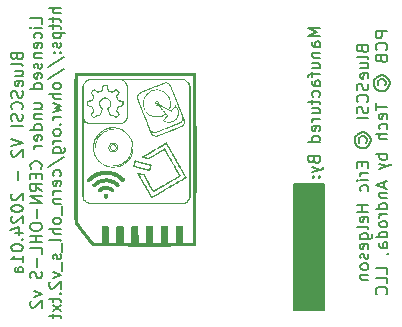
<source format=gbr>
%TF.GenerationSoftware,KiCad,Pcbnew,8.0.4-8.0.4-0~ubuntu22.04.1*%
%TF.CreationDate,2024-07-18T13:03:20-06:00*%
%TF.ProjectId,DB25_External,44423235-5f45-4787-9465-726e616c2e6b,rev?*%
%TF.SameCoordinates,Original*%
%TF.FileFunction,Legend,Bot*%
%TF.FilePolarity,Positive*%
%FSLAX46Y46*%
G04 Gerber Fmt 4.6, Leading zero omitted, Abs format (unit mm)*
G04 Created by KiCad (PCBNEW 8.0.4-8.0.4-0~ubuntu22.04.1) date 2024-07-18 13:03:20*
%MOMM*%
%LPD*%
G01*
G04 APERTURE LIST*
%ADD10C,0.150000*%
%ADD11C,0.000000*%
G04 APERTURE END LIST*
D10*
X134366000Y-102616000D02*
X136906000Y-102616000D01*
X136906000Y-113284000D01*
X134366000Y-113284000D01*
X134366000Y-102616000D01*
G36*
X134366000Y-102616000D02*
G01*
X136906000Y-102616000D01*
X136906000Y-113284000D01*
X134366000Y-113284000D01*
X134366000Y-102616000D01*
G37*
X136521819Y-89490779D02*
X135521819Y-89490779D01*
X135521819Y-89490779D02*
X136236104Y-89824112D01*
X136236104Y-89824112D02*
X135521819Y-90157445D01*
X135521819Y-90157445D02*
X136521819Y-90157445D01*
X136521819Y-91062207D02*
X135998009Y-91062207D01*
X135998009Y-91062207D02*
X135902771Y-91014588D01*
X135902771Y-91014588D02*
X135855152Y-90919350D01*
X135855152Y-90919350D02*
X135855152Y-90728874D01*
X135855152Y-90728874D02*
X135902771Y-90633636D01*
X136474200Y-91062207D02*
X136521819Y-90966969D01*
X136521819Y-90966969D02*
X136521819Y-90728874D01*
X136521819Y-90728874D02*
X136474200Y-90633636D01*
X136474200Y-90633636D02*
X136378961Y-90586017D01*
X136378961Y-90586017D02*
X136283723Y-90586017D01*
X136283723Y-90586017D02*
X136188485Y-90633636D01*
X136188485Y-90633636D02*
X136140866Y-90728874D01*
X136140866Y-90728874D02*
X136140866Y-90966969D01*
X136140866Y-90966969D02*
X136093247Y-91062207D01*
X135855152Y-91538398D02*
X136521819Y-91538398D01*
X135950390Y-91538398D02*
X135902771Y-91586017D01*
X135902771Y-91586017D02*
X135855152Y-91681255D01*
X135855152Y-91681255D02*
X135855152Y-91824112D01*
X135855152Y-91824112D02*
X135902771Y-91919350D01*
X135902771Y-91919350D02*
X135998009Y-91966969D01*
X135998009Y-91966969D02*
X136521819Y-91966969D01*
X135855152Y-92871731D02*
X136521819Y-92871731D01*
X135855152Y-92443160D02*
X136378961Y-92443160D01*
X136378961Y-92443160D02*
X136474200Y-92490779D01*
X136474200Y-92490779D02*
X136521819Y-92586017D01*
X136521819Y-92586017D02*
X136521819Y-92728874D01*
X136521819Y-92728874D02*
X136474200Y-92824112D01*
X136474200Y-92824112D02*
X136426580Y-92871731D01*
X135855152Y-93205065D02*
X135855152Y-93586017D01*
X136521819Y-93347922D02*
X135664676Y-93347922D01*
X135664676Y-93347922D02*
X135569438Y-93395541D01*
X135569438Y-93395541D02*
X135521819Y-93490779D01*
X135521819Y-93490779D02*
X135521819Y-93586017D01*
X136521819Y-94347922D02*
X135998009Y-94347922D01*
X135998009Y-94347922D02*
X135902771Y-94300303D01*
X135902771Y-94300303D02*
X135855152Y-94205065D01*
X135855152Y-94205065D02*
X135855152Y-94014589D01*
X135855152Y-94014589D02*
X135902771Y-93919351D01*
X136474200Y-94347922D02*
X136521819Y-94252684D01*
X136521819Y-94252684D02*
X136521819Y-94014589D01*
X136521819Y-94014589D02*
X136474200Y-93919351D01*
X136474200Y-93919351D02*
X136378961Y-93871732D01*
X136378961Y-93871732D02*
X136283723Y-93871732D01*
X136283723Y-93871732D02*
X136188485Y-93919351D01*
X136188485Y-93919351D02*
X136140866Y-94014589D01*
X136140866Y-94014589D02*
X136140866Y-94252684D01*
X136140866Y-94252684D02*
X136093247Y-94347922D01*
X136474200Y-95252684D02*
X136521819Y-95157446D01*
X136521819Y-95157446D02*
X136521819Y-94966970D01*
X136521819Y-94966970D02*
X136474200Y-94871732D01*
X136474200Y-94871732D02*
X136426580Y-94824113D01*
X136426580Y-94824113D02*
X136331342Y-94776494D01*
X136331342Y-94776494D02*
X136045628Y-94776494D01*
X136045628Y-94776494D02*
X135950390Y-94824113D01*
X135950390Y-94824113D02*
X135902771Y-94871732D01*
X135902771Y-94871732D02*
X135855152Y-94966970D01*
X135855152Y-94966970D02*
X135855152Y-95157446D01*
X135855152Y-95157446D02*
X135902771Y-95252684D01*
X135855152Y-95538399D02*
X135855152Y-95919351D01*
X135521819Y-95681256D02*
X136378961Y-95681256D01*
X136378961Y-95681256D02*
X136474200Y-95728875D01*
X136474200Y-95728875D02*
X136521819Y-95824113D01*
X136521819Y-95824113D02*
X136521819Y-95919351D01*
X135855152Y-96681256D02*
X136521819Y-96681256D01*
X135855152Y-96252685D02*
X136378961Y-96252685D01*
X136378961Y-96252685D02*
X136474200Y-96300304D01*
X136474200Y-96300304D02*
X136521819Y-96395542D01*
X136521819Y-96395542D02*
X136521819Y-96538399D01*
X136521819Y-96538399D02*
X136474200Y-96633637D01*
X136474200Y-96633637D02*
X136426580Y-96681256D01*
X136521819Y-97157447D02*
X135855152Y-97157447D01*
X136045628Y-97157447D02*
X135950390Y-97205066D01*
X135950390Y-97205066D02*
X135902771Y-97252685D01*
X135902771Y-97252685D02*
X135855152Y-97347923D01*
X135855152Y-97347923D02*
X135855152Y-97443161D01*
X136474200Y-98157447D02*
X136521819Y-98062209D01*
X136521819Y-98062209D02*
X136521819Y-97871733D01*
X136521819Y-97871733D02*
X136474200Y-97776495D01*
X136474200Y-97776495D02*
X136378961Y-97728876D01*
X136378961Y-97728876D02*
X135998009Y-97728876D01*
X135998009Y-97728876D02*
X135902771Y-97776495D01*
X135902771Y-97776495D02*
X135855152Y-97871733D01*
X135855152Y-97871733D02*
X135855152Y-98062209D01*
X135855152Y-98062209D02*
X135902771Y-98157447D01*
X135902771Y-98157447D02*
X135998009Y-98205066D01*
X135998009Y-98205066D02*
X136093247Y-98205066D01*
X136093247Y-98205066D02*
X136188485Y-97728876D01*
X136521819Y-99062209D02*
X135521819Y-99062209D01*
X136474200Y-99062209D02*
X136521819Y-98966971D01*
X136521819Y-98966971D02*
X136521819Y-98776495D01*
X136521819Y-98776495D02*
X136474200Y-98681257D01*
X136474200Y-98681257D02*
X136426580Y-98633638D01*
X136426580Y-98633638D02*
X136331342Y-98586019D01*
X136331342Y-98586019D02*
X136045628Y-98586019D01*
X136045628Y-98586019D02*
X135950390Y-98633638D01*
X135950390Y-98633638D02*
X135902771Y-98681257D01*
X135902771Y-98681257D02*
X135855152Y-98776495D01*
X135855152Y-98776495D02*
X135855152Y-98966971D01*
X135855152Y-98966971D02*
X135902771Y-99062209D01*
X135998009Y-100633638D02*
X136045628Y-100776495D01*
X136045628Y-100776495D02*
X136093247Y-100824114D01*
X136093247Y-100824114D02*
X136188485Y-100871733D01*
X136188485Y-100871733D02*
X136331342Y-100871733D01*
X136331342Y-100871733D02*
X136426580Y-100824114D01*
X136426580Y-100824114D02*
X136474200Y-100776495D01*
X136474200Y-100776495D02*
X136521819Y-100681257D01*
X136521819Y-100681257D02*
X136521819Y-100300305D01*
X136521819Y-100300305D02*
X135521819Y-100300305D01*
X135521819Y-100300305D02*
X135521819Y-100633638D01*
X135521819Y-100633638D02*
X135569438Y-100728876D01*
X135569438Y-100728876D02*
X135617057Y-100776495D01*
X135617057Y-100776495D02*
X135712295Y-100824114D01*
X135712295Y-100824114D02*
X135807533Y-100824114D01*
X135807533Y-100824114D02*
X135902771Y-100776495D01*
X135902771Y-100776495D02*
X135950390Y-100728876D01*
X135950390Y-100728876D02*
X135998009Y-100633638D01*
X135998009Y-100633638D02*
X135998009Y-100300305D01*
X135855152Y-101205067D02*
X136521819Y-101443162D01*
X135855152Y-101681257D02*
X136521819Y-101443162D01*
X136521819Y-101443162D02*
X136759914Y-101347924D01*
X136759914Y-101347924D02*
X136807533Y-101300305D01*
X136807533Y-101300305D02*
X136855152Y-101205067D01*
X136426580Y-102062210D02*
X136474200Y-102109829D01*
X136474200Y-102109829D02*
X136521819Y-102062210D01*
X136521819Y-102062210D02*
X136474200Y-102014591D01*
X136474200Y-102014591D02*
X136426580Y-102062210D01*
X136426580Y-102062210D02*
X136521819Y-102062210D01*
X135902771Y-102062210D02*
X135950390Y-102109829D01*
X135950390Y-102109829D02*
X135998009Y-102062210D01*
X135998009Y-102062210D02*
X135950390Y-102014591D01*
X135950390Y-102014591D02*
X135902771Y-102062210D01*
X135902771Y-102062210D02*
X135998009Y-102062210D01*
X140096037Y-91242760D02*
X140143656Y-91385617D01*
X140143656Y-91385617D02*
X140191275Y-91433236D01*
X140191275Y-91433236D02*
X140286513Y-91480855D01*
X140286513Y-91480855D02*
X140429370Y-91480855D01*
X140429370Y-91480855D02*
X140524608Y-91433236D01*
X140524608Y-91433236D02*
X140572228Y-91385617D01*
X140572228Y-91385617D02*
X140619847Y-91290379D01*
X140619847Y-91290379D02*
X140619847Y-90909427D01*
X140619847Y-90909427D02*
X139619847Y-90909427D01*
X139619847Y-90909427D02*
X139619847Y-91242760D01*
X139619847Y-91242760D02*
X139667466Y-91337998D01*
X139667466Y-91337998D02*
X139715085Y-91385617D01*
X139715085Y-91385617D02*
X139810323Y-91433236D01*
X139810323Y-91433236D02*
X139905561Y-91433236D01*
X139905561Y-91433236D02*
X140000799Y-91385617D01*
X140000799Y-91385617D02*
X140048418Y-91337998D01*
X140048418Y-91337998D02*
X140096037Y-91242760D01*
X140096037Y-91242760D02*
X140096037Y-90909427D01*
X140619847Y-92052284D02*
X140572228Y-91957046D01*
X140572228Y-91957046D02*
X140476989Y-91909427D01*
X140476989Y-91909427D02*
X139619847Y-91909427D01*
X139953180Y-92861808D02*
X140619847Y-92861808D01*
X139953180Y-92433237D02*
X140476989Y-92433237D01*
X140476989Y-92433237D02*
X140572228Y-92480856D01*
X140572228Y-92480856D02*
X140619847Y-92576094D01*
X140619847Y-92576094D02*
X140619847Y-92718951D01*
X140619847Y-92718951D02*
X140572228Y-92814189D01*
X140572228Y-92814189D02*
X140524608Y-92861808D01*
X140572228Y-93718951D02*
X140619847Y-93623713D01*
X140619847Y-93623713D02*
X140619847Y-93433237D01*
X140619847Y-93433237D02*
X140572228Y-93337999D01*
X140572228Y-93337999D02*
X140476989Y-93290380D01*
X140476989Y-93290380D02*
X140096037Y-93290380D01*
X140096037Y-93290380D02*
X140000799Y-93337999D01*
X140000799Y-93337999D02*
X139953180Y-93433237D01*
X139953180Y-93433237D02*
X139953180Y-93623713D01*
X139953180Y-93623713D02*
X140000799Y-93718951D01*
X140000799Y-93718951D02*
X140096037Y-93766570D01*
X140096037Y-93766570D02*
X140191275Y-93766570D01*
X140191275Y-93766570D02*
X140286513Y-93290380D01*
X140572228Y-94147523D02*
X140619847Y-94290380D01*
X140619847Y-94290380D02*
X140619847Y-94528475D01*
X140619847Y-94528475D02*
X140572228Y-94623713D01*
X140572228Y-94623713D02*
X140524608Y-94671332D01*
X140524608Y-94671332D02*
X140429370Y-94718951D01*
X140429370Y-94718951D02*
X140334132Y-94718951D01*
X140334132Y-94718951D02*
X140238894Y-94671332D01*
X140238894Y-94671332D02*
X140191275Y-94623713D01*
X140191275Y-94623713D02*
X140143656Y-94528475D01*
X140143656Y-94528475D02*
X140096037Y-94337999D01*
X140096037Y-94337999D02*
X140048418Y-94242761D01*
X140048418Y-94242761D02*
X140000799Y-94195142D01*
X140000799Y-94195142D02*
X139905561Y-94147523D01*
X139905561Y-94147523D02*
X139810323Y-94147523D01*
X139810323Y-94147523D02*
X139715085Y-94195142D01*
X139715085Y-94195142D02*
X139667466Y-94242761D01*
X139667466Y-94242761D02*
X139619847Y-94337999D01*
X139619847Y-94337999D02*
X139619847Y-94576094D01*
X139619847Y-94576094D02*
X139667466Y-94718951D01*
X140524608Y-95718951D02*
X140572228Y-95671332D01*
X140572228Y-95671332D02*
X140619847Y-95528475D01*
X140619847Y-95528475D02*
X140619847Y-95433237D01*
X140619847Y-95433237D02*
X140572228Y-95290380D01*
X140572228Y-95290380D02*
X140476989Y-95195142D01*
X140476989Y-95195142D02*
X140381751Y-95147523D01*
X140381751Y-95147523D02*
X140191275Y-95099904D01*
X140191275Y-95099904D02*
X140048418Y-95099904D01*
X140048418Y-95099904D02*
X139857942Y-95147523D01*
X139857942Y-95147523D02*
X139762704Y-95195142D01*
X139762704Y-95195142D02*
X139667466Y-95290380D01*
X139667466Y-95290380D02*
X139619847Y-95433237D01*
X139619847Y-95433237D02*
X139619847Y-95528475D01*
X139619847Y-95528475D02*
X139667466Y-95671332D01*
X139667466Y-95671332D02*
X139715085Y-95718951D01*
X140572228Y-96099904D02*
X140619847Y-96242761D01*
X140619847Y-96242761D02*
X140619847Y-96480856D01*
X140619847Y-96480856D02*
X140572228Y-96576094D01*
X140572228Y-96576094D02*
X140524608Y-96623713D01*
X140524608Y-96623713D02*
X140429370Y-96671332D01*
X140429370Y-96671332D02*
X140334132Y-96671332D01*
X140334132Y-96671332D02*
X140238894Y-96623713D01*
X140238894Y-96623713D02*
X140191275Y-96576094D01*
X140191275Y-96576094D02*
X140143656Y-96480856D01*
X140143656Y-96480856D02*
X140096037Y-96290380D01*
X140096037Y-96290380D02*
X140048418Y-96195142D01*
X140048418Y-96195142D02*
X140000799Y-96147523D01*
X140000799Y-96147523D02*
X139905561Y-96099904D01*
X139905561Y-96099904D02*
X139810323Y-96099904D01*
X139810323Y-96099904D02*
X139715085Y-96147523D01*
X139715085Y-96147523D02*
X139667466Y-96195142D01*
X139667466Y-96195142D02*
X139619847Y-96290380D01*
X139619847Y-96290380D02*
X139619847Y-96528475D01*
X139619847Y-96528475D02*
X139667466Y-96671332D01*
X140619847Y-97099904D02*
X139619847Y-97099904D01*
X139857942Y-99147523D02*
X139810323Y-99052284D01*
X139810323Y-99052284D02*
X139810323Y-98861808D01*
X139810323Y-98861808D02*
X139857942Y-98766570D01*
X139857942Y-98766570D02*
X139953180Y-98671332D01*
X139953180Y-98671332D02*
X140048418Y-98623713D01*
X140048418Y-98623713D02*
X140238894Y-98623713D01*
X140238894Y-98623713D02*
X140334132Y-98671332D01*
X140334132Y-98671332D02*
X140429370Y-98766570D01*
X140429370Y-98766570D02*
X140476989Y-98861808D01*
X140476989Y-98861808D02*
X140476989Y-99052284D01*
X140476989Y-99052284D02*
X140429370Y-99147523D01*
X139476989Y-98957046D02*
X139524608Y-98718951D01*
X139524608Y-98718951D02*
X139667466Y-98480856D01*
X139667466Y-98480856D02*
X139905561Y-98337999D01*
X139905561Y-98337999D02*
X140143656Y-98290380D01*
X140143656Y-98290380D02*
X140381751Y-98337999D01*
X140381751Y-98337999D02*
X140619847Y-98480856D01*
X140619847Y-98480856D02*
X140762704Y-98718951D01*
X140762704Y-98718951D02*
X140810323Y-98957046D01*
X140810323Y-98957046D02*
X140762704Y-99195142D01*
X140762704Y-99195142D02*
X140619847Y-99433237D01*
X140619847Y-99433237D02*
X140381751Y-99576094D01*
X140381751Y-99576094D02*
X140143656Y-99623713D01*
X140143656Y-99623713D02*
X139905561Y-99576094D01*
X139905561Y-99576094D02*
X139667466Y-99433237D01*
X139667466Y-99433237D02*
X139524608Y-99195142D01*
X139524608Y-99195142D02*
X139476989Y-98957046D01*
X140096037Y-100814190D02*
X140096037Y-101147523D01*
X140619847Y-101290380D02*
X140619847Y-100814190D01*
X140619847Y-100814190D02*
X139619847Y-100814190D01*
X139619847Y-100814190D02*
X139619847Y-101290380D01*
X140619847Y-101718952D02*
X139953180Y-101718952D01*
X140143656Y-101718952D02*
X140048418Y-101766571D01*
X140048418Y-101766571D02*
X140000799Y-101814190D01*
X140000799Y-101814190D02*
X139953180Y-101909428D01*
X139953180Y-101909428D02*
X139953180Y-102004666D01*
X140619847Y-102338000D02*
X139953180Y-102338000D01*
X139619847Y-102338000D02*
X139667466Y-102290381D01*
X139667466Y-102290381D02*
X139715085Y-102338000D01*
X139715085Y-102338000D02*
X139667466Y-102385619D01*
X139667466Y-102385619D02*
X139619847Y-102338000D01*
X139619847Y-102338000D02*
X139715085Y-102338000D01*
X140572228Y-103242761D02*
X140619847Y-103147523D01*
X140619847Y-103147523D02*
X140619847Y-102957047D01*
X140619847Y-102957047D02*
X140572228Y-102861809D01*
X140572228Y-102861809D02*
X140524608Y-102814190D01*
X140524608Y-102814190D02*
X140429370Y-102766571D01*
X140429370Y-102766571D02*
X140143656Y-102766571D01*
X140143656Y-102766571D02*
X140048418Y-102814190D01*
X140048418Y-102814190D02*
X140000799Y-102861809D01*
X140000799Y-102861809D02*
X139953180Y-102957047D01*
X139953180Y-102957047D02*
X139953180Y-103147523D01*
X139953180Y-103147523D02*
X140000799Y-103242761D01*
X140619847Y-104433238D02*
X139619847Y-104433238D01*
X140096037Y-104433238D02*
X140096037Y-105004666D01*
X140619847Y-105004666D02*
X139619847Y-105004666D01*
X140572228Y-105861809D02*
X140619847Y-105766571D01*
X140619847Y-105766571D02*
X140619847Y-105576095D01*
X140619847Y-105576095D02*
X140572228Y-105480857D01*
X140572228Y-105480857D02*
X140476989Y-105433238D01*
X140476989Y-105433238D02*
X140096037Y-105433238D01*
X140096037Y-105433238D02*
X140000799Y-105480857D01*
X140000799Y-105480857D02*
X139953180Y-105576095D01*
X139953180Y-105576095D02*
X139953180Y-105766571D01*
X139953180Y-105766571D02*
X140000799Y-105861809D01*
X140000799Y-105861809D02*
X140096037Y-105909428D01*
X140096037Y-105909428D02*
X140191275Y-105909428D01*
X140191275Y-105909428D02*
X140286513Y-105433238D01*
X140619847Y-106480857D02*
X140572228Y-106385619D01*
X140572228Y-106385619D02*
X140476989Y-106338000D01*
X140476989Y-106338000D02*
X139619847Y-106338000D01*
X139953180Y-107290381D02*
X140762704Y-107290381D01*
X140762704Y-107290381D02*
X140857942Y-107242762D01*
X140857942Y-107242762D02*
X140905561Y-107195143D01*
X140905561Y-107195143D02*
X140953180Y-107099905D01*
X140953180Y-107099905D02*
X140953180Y-106957048D01*
X140953180Y-106957048D02*
X140905561Y-106861810D01*
X140572228Y-107290381D02*
X140619847Y-107195143D01*
X140619847Y-107195143D02*
X140619847Y-107004667D01*
X140619847Y-107004667D02*
X140572228Y-106909429D01*
X140572228Y-106909429D02*
X140524608Y-106861810D01*
X140524608Y-106861810D02*
X140429370Y-106814191D01*
X140429370Y-106814191D02*
X140143656Y-106814191D01*
X140143656Y-106814191D02*
X140048418Y-106861810D01*
X140048418Y-106861810D02*
X140000799Y-106909429D01*
X140000799Y-106909429D02*
X139953180Y-107004667D01*
X139953180Y-107004667D02*
X139953180Y-107195143D01*
X139953180Y-107195143D02*
X140000799Y-107290381D01*
X140572228Y-108147524D02*
X140619847Y-108052286D01*
X140619847Y-108052286D02*
X140619847Y-107861810D01*
X140619847Y-107861810D02*
X140572228Y-107766572D01*
X140572228Y-107766572D02*
X140476989Y-107718953D01*
X140476989Y-107718953D02*
X140096037Y-107718953D01*
X140096037Y-107718953D02*
X140000799Y-107766572D01*
X140000799Y-107766572D02*
X139953180Y-107861810D01*
X139953180Y-107861810D02*
X139953180Y-108052286D01*
X139953180Y-108052286D02*
X140000799Y-108147524D01*
X140000799Y-108147524D02*
X140096037Y-108195143D01*
X140096037Y-108195143D02*
X140191275Y-108195143D01*
X140191275Y-108195143D02*
X140286513Y-107718953D01*
X140572228Y-108576096D02*
X140619847Y-108671334D01*
X140619847Y-108671334D02*
X140619847Y-108861810D01*
X140619847Y-108861810D02*
X140572228Y-108957048D01*
X140572228Y-108957048D02*
X140476989Y-109004667D01*
X140476989Y-109004667D02*
X140429370Y-109004667D01*
X140429370Y-109004667D02*
X140334132Y-108957048D01*
X140334132Y-108957048D02*
X140286513Y-108861810D01*
X140286513Y-108861810D02*
X140286513Y-108718953D01*
X140286513Y-108718953D02*
X140238894Y-108623715D01*
X140238894Y-108623715D02*
X140143656Y-108576096D01*
X140143656Y-108576096D02*
X140096037Y-108576096D01*
X140096037Y-108576096D02*
X140000799Y-108623715D01*
X140000799Y-108623715D02*
X139953180Y-108718953D01*
X139953180Y-108718953D02*
X139953180Y-108861810D01*
X139953180Y-108861810D02*
X140000799Y-108957048D01*
X140619847Y-109576096D02*
X140572228Y-109480858D01*
X140572228Y-109480858D02*
X140524608Y-109433239D01*
X140524608Y-109433239D02*
X140429370Y-109385620D01*
X140429370Y-109385620D02*
X140143656Y-109385620D01*
X140143656Y-109385620D02*
X140048418Y-109433239D01*
X140048418Y-109433239D02*
X140000799Y-109480858D01*
X140000799Y-109480858D02*
X139953180Y-109576096D01*
X139953180Y-109576096D02*
X139953180Y-109718953D01*
X139953180Y-109718953D02*
X140000799Y-109814191D01*
X140000799Y-109814191D02*
X140048418Y-109861810D01*
X140048418Y-109861810D02*
X140143656Y-109909429D01*
X140143656Y-109909429D02*
X140429370Y-109909429D01*
X140429370Y-109909429D02*
X140524608Y-109861810D01*
X140524608Y-109861810D02*
X140572228Y-109814191D01*
X140572228Y-109814191D02*
X140619847Y-109718953D01*
X140619847Y-109718953D02*
X140619847Y-109576096D01*
X139953180Y-110338001D02*
X140619847Y-110338001D01*
X140048418Y-110338001D02*
X140000799Y-110385620D01*
X140000799Y-110385620D02*
X139953180Y-110480858D01*
X139953180Y-110480858D02*
X139953180Y-110623715D01*
X139953180Y-110623715D02*
X140000799Y-110718953D01*
X140000799Y-110718953D02*
X140096037Y-110766572D01*
X140096037Y-110766572D02*
X140619847Y-110766572D01*
X142229791Y-89742760D02*
X141229791Y-89742760D01*
X141229791Y-89742760D02*
X141229791Y-90123712D01*
X141229791Y-90123712D02*
X141277410Y-90218950D01*
X141277410Y-90218950D02*
X141325029Y-90266569D01*
X141325029Y-90266569D02*
X141420267Y-90314188D01*
X141420267Y-90314188D02*
X141563124Y-90314188D01*
X141563124Y-90314188D02*
X141658362Y-90266569D01*
X141658362Y-90266569D02*
X141705981Y-90218950D01*
X141705981Y-90218950D02*
X141753600Y-90123712D01*
X141753600Y-90123712D02*
X141753600Y-89742760D01*
X142134552Y-91314188D02*
X142182172Y-91266569D01*
X142182172Y-91266569D02*
X142229791Y-91123712D01*
X142229791Y-91123712D02*
X142229791Y-91028474D01*
X142229791Y-91028474D02*
X142182172Y-90885617D01*
X142182172Y-90885617D02*
X142086933Y-90790379D01*
X142086933Y-90790379D02*
X141991695Y-90742760D01*
X141991695Y-90742760D02*
X141801219Y-90695141D01*
X141801219Y-90695141D02*
X141658362Y-90695141D01*
X141658362Y-90695141D02*
X141467886Y-90742760D01*
X141467886Y-90742760D02*
X141372648Y-90790379D01*
X141372648Y-90790379D02*
X141277410Y-90885617D01*
X141277410Y-90885617D02*
X141229791Y-91028474D01*
X141229791Y-91028474D02*
X141229791Y-91123712D01*
X141229791Y-91123712D02*
X141277410Y-91266569D01*
X141277410Y-91266569D02*
X141325029Y-91314188D01*
X141705981Y-92076093D02*
X141753600Y-92218950D01*
X141753600Y-92218950D02*
X141801219Y-92266569D01*
X141801219Y-92266569D02*
X141896457Y-92314188D01*
X141896457Y-92314188D02*
X142039314Y-92314188D01*
X142039314Y-92314188D02*
X142134552Y-92266569D01*
X142134552Y-92266569D02*
X142182172Y-92218950D01*
X142182172Y-92218950D02*
X142229791Y-92123712D01*
X142229791Y-92123712D02*
X142229791Y-91742760D01*
X142229791Y-91742760D02*
X141229791Y-91742760D01*
X141229791Y-91742760D02*
X141229791Y-92076093D01*
X141229791Y-92076093D02*
X141277410Y-92171331D01*
X141277410Y-92171331D02*
X141325029Y-92218950D01*
X141325029Y-92218950D02*
X141420267Y-92266569D01*
X141420267Y-92266569D02*
X141515505Y-92266569D01*
X141515505Y-92266569D02*
X141610743Y-92218950D01*
X141610743Y-92218950D02*
X141658362Y-92171331D01*
X141658362Y-92171331D02*
X141705981Y-92076093D01*
X141705981Y-92076093D02*
X141705981Y-91742760D01*
X141467886Y-94314189D02*
X141420267Y-94218950D01*
X141420267Y-94218950D02*
X141420267Y-94028474D01*
X141420267Y-94028474D02*
X141467886Y-93933236D01*
X141467886Y-93933236D02*
X141563124Y-93837998D01*
X141563124Y-93837998D02*
X141658362Y-93790379D01*
X141658362Y-93790379D02*
X141848838Y-93790379D01*
X141848838Y-93790379D02*
X141944076Y-93837998D01*
X141944076Y-93837998D02*
X142039314Y-93933236D01*
X142039314Y-93933236D02*
X142086933Y-94028474D01*
X142086933Y-94028474D02*
X142086933Y-94218950D01*
X142086933Y-94218950D02*
X142039314Y-94314189D01*
X141086933Y-94123712D02*
X141134552Y-93885617D01*
X141134552Y-93885617D02*
X141277410Y-93647522D01*
X141277410Y-93647522D02*
X141515505Y-93504665D01*
X141515505Y-93504665D02*
X141753600Y-93457046D01*
X141753600Y-93457046D02*
X141991695Y-93504665D01*
X141991695Y-93504665D02*
X142229791Y-93647522D01*
X142229791Y-93647522D02*
X142372648Y-93885617D01*
X142372648Y-93885617D02*
X142420267Y-94123712D01*
X142420267Y-94123712D02*
X142372648Y-94361808D01*
X142372648Y-94361808D02*
X142229791Y-94599903D01*
X142229791Y-94599903D02*
X141991695Y-94742760D01*
X141991695Y-94742760D02*
X141753600Y-94790379D01*
X141753600Y-94790379D02*
X141515505Y-94742760D01*
X141515505Y-94742760D02*
X141277410Y-94599903D01*
X141277410Y-94599903D02*
X141134552Y-94361808D01*
X141134552Y-94361808D02*
X141086933Y-94123712D01*
X141229791Y-95837999D02*
X141229791Y-96409427D01*
X142229791Y-96123713D02*
X141229791Y-96123713D01*
X142182172Y-97123713D02*
X142229791Y-97028475D01*
X142229791Y-97028475D02*
X142229791Y-96837999D01*
X142229791Y-96837999D02*
X142182172Y-96742761D01*
X142182172Y-96742761D02*
X142086933Y-96695142D01*
X142086933Y-96695142D02*
X141705981Y-96695142D01*
X141705981Y-96695142D02*
X141610743Y-96742761D01*
X141610743Y-96742761D02*
X141563124Y-96837999D01*
X141563124Y-96837999D02*
X141563124Y-97028475D01*
X141563124Y-97028475D02*
X141610743Y-97123713D01*
X141610743Y-97123713D02*
X141705981Y-97171332D01*
X141705981Y-97171332D02*
X141801219Y-97171332D01*
X141801219Y-97171332D02*
X141896457Y-96695142D01*
X142182172Y-98028475D02*
X142229791Y-97933237D01*
X142229791Y-97933237D02*
X142229791Y-97742761D01*
X142229791Y-97742761D02*
X142182172Y-97647523D01*
X142182172Y-97647523D02*
X142134552Y-97599904D01*
X142134552Y-97599904D02*
X142039314Y-97552285D01*
X142039314Y-97552285D02*
X141753600Y-97552285D01*
X141753600Y-97552285D02*
X141658362Y-97599904D01*
X141658362Y-97599904D02*
X141610743Y-97647523D01*
X141610743Y-97647523D02*
X141563124Y-97742761D01*
X141563124Y-97742761D02*
X141563124Y-97933237D01*
X141563124Y-97933237D02*
X141610743Y-98028475D01*
X142229791Y-98457047D02*
X141229791Y-98457047D01*
X142229791Y-98885618D02*
X141705981Y-98885618D01*
X141705981Y-98885618D02*
X141610743Y-98837999D01*
X141610743Y-98837999D02*
X141563124Y-98742761D01*
X141563124Y-98742761D02*
X141563124Y-98599904D01*
X141563124Y-98599904D02*
X141610743Y-98504666D01*
X141610743Y-98504666D02*
X141658362Y-98457047D01*
X142229791Y-100123714D02*
X141229791Y-100123714D01*
X141610743Y-100123714D02*
X141563124Y-100218952D01*
X141563124Y-100218952D02*
X141563124Y-100409428D01*
X141563124Y-100409428D02*
X141610743Y-100504666D01*
X141610743Y-100504666D02*
X141658362Y-100552285D01*
X141658362Y-100552285D02*
X141753600Y-100599904D01*
X141753600Y-100599904D02*
X142039314Y-100599904D01*
X142039314Y-100599904D02*
X142134552Y-100552285D01*
X142134552Y-100552285D02*
X142182172Y-100504666D01*
X142182172Y-100504666D02*
X142229791Y-100409428D01*
X142229791Y-100409428D02*
X142229791Y-100218952D01*
X142229791Y-100218952D02*
X142182172Y-100123714D01*
X141563124Y-100933238D02*
X142229791Y-101171333D01*
X141563124Y-101409428D02*
X142229791Y-101171333D01*
X142229791Y-101171333D02*
X142467886Y-101076095D01*
X142467886Y-101076095D02*
X142515505Y-101028476D01*
X142515505Y-101028476D02*
X142563124Y-100933238D01*
X141944076Y-102504667D02*
X141944076Y-102980857D01*
X142229791Y-102409429D02*
X141229791Y-102742762D01*
X141229791Y-102742762D02*
X142229791Y-103076095D01*
X141563124Y-103409429D02*
X142229791Y-103409429D01*
X141658362Y-103409429D02*
X141610743Y-103457048D01*
X141610743Y-103457048D02*
X141563124Y-103552286D01*
X141563124Y-103552286D02*
X141563124Y-103695143D01*
X141563124Y-103695143D02*
X141610743Y-103790381D01*
X141610743Y-103790381D02*
X141705981Y-103838000D01*
X141705981Y-103838000D02*
X142229791Y-103838000D01*
X142229791Y-104742762D02*
X141229791Y-104742762D01*
X142182172Y-104742762D02*
X142229791Y-104647524D01*
X142229791Y-104647524D02*
X142229791Y-104457048D01*
X142229791Y-104457048D02*
X142182172Y-104361810D01*
X142182172Y-104361810D02*
X142134552Y-104314191D01*
X142134552Y-104314191D02*
X142039314Y-104266572D01*
X142039314Y-104266572D02*
X141753600Y-104266572D01*
X141753600Y-104266572D02*
X141658362Y-104314191D01*
X141658362Y-104314191D02*
X141610743Y-104361810D01*
X141610743Y-104361810D02*
X141563124Y-104457048D01*
X141563124Y-104457048D02*
X141563124Y-104647524D01*
X141563124Y-104647524D02*
X141610743Y-104742762D01*
X142229791Y-105218953D02*
X141563124Y-105218953D01*
X141753600Y-105218953D02*
X141658362Y-105266572D01*
X141658362Y-105266572D02*
X141610743Y-105314191D01*
X141610743Y-105314191D02*
X141563124Y-105409429D01*
X141563124Y-105409429D02*
X141563124Y-105504667D01*
X142229791Y-105980858D02*
X142182172Y-105885620D01*
X142182172Y-105885620D02*
X142134552Y-105838001D01*
X142134552Y-105838001D02*
X142039314Y-105790382D01*
X142039314Y-105790382D02*
X141753600Y-105790382D01*
X141753600Y-105790382D02*
X141658362Y-105838001D01*
X141658362Y-105838001D02*
X141610743Y-105885620D01*
X141610743Y-105885620D02*
X141563124Y-105980858D01*
X141563124Y-105980858D02*
X141563124Y-106123715D01*
X141563124Y-106123715D02*
X141610743Y-106218953D01*
X141610743Y-106218953D02*
X141658362Y-106266572D01*
X141658362Y-106266572D02*
X141753600Y-106314191D01*
X141753600Y-106314191D02*
X142039314Y-106314191D01*
X142039314Y-106314191D02*
X142134552Y-106266572D01*
X142134552Y-106266572D02*
X142182172Y-106218953D01*
X142182172Y-106218953D02*
X142229791Y-106123715D01*
X142229791Y-106123715D02*
X142229791Y-105980858D01*
X142229791Y-107171334D02*
X141229791Y-107171334D01*
X142182172Y-107171334D02*
X142229791Y-107076096D01*
X142229791Y-107076096D02*
X142229791Y-106885620D01*
X142229791Y-106885620D02*
X142182172Y-106790382D01*
X142182172Y-106790382D02*
X142134552Y-106742763D01*
X142134552Y-106742763D02*
X142039314Y-106695144D01*
X142039314Y-106695144D02*
X141753600Y-106695144D01*
X141753600Y-106695144D02*
X141658362Y-106742763D01*
X141658362Y-106742763D02*
X141610743Y-106790382D01*
X141610743Y-106790382D02*
X141563124Y-106885620D01*
X141563124Y-106885620D02*
X141563124Y-107076096D01*
X141563124Y-107076096D02*
X141610743Y-107171334D01*
X142229791Y-108076096D02*
X141705981Y-108076096D01*
X141705981Y-108076096D02*
X141610743Y-108028477D01*
X141610743Y-108028477D02*
X141563124Y-107933239D01*
X141563124Y-107933239D02*
X141563124Y-107742763D01*
X141563124Y-107742763D02*
X141610743Y-107647525D01*
X142182172Y-108076096D02*
X142229791Y-107980858D01*
X142229791Y-107980858D02*
X142229791Y-107742763D01*
X142229791Y-107742763D02*
X142182172Y-107647525D01*
X142182172Y-107647525D02*
X142086933Y-107599906D01*
X142086933Y-107599906D02*
X141991695Y-107599906D01*
X141991695Y-107599906D02*
X141896457Y-107647525D01*
X141896457Y-107647525D02*
X141848838Y-107742763D01*
X141848838Y-107742763D02*
X141848838Y-107980858D01*
X141848838Y-107980858D02*
X141801219Y-108076096D01*
X142182172Y-108599906D02*
X142229791Y-108599906D01*
X142229791Y-108599906D02*
X142325029Y-108552287D01*
X142325029Y-108552287D02*
X142372648Y-108504668D01*
X142229791Y-110266572D02*
X142229791Y-109790382D01*
X142229791Y-109790382D02*
X141229791Y-109790382D01*
X142229791Y-111076096D02*
X142229791Y-110599906D01*
X142229791Y-110599906D02*
X141229791Y-110599906D01*
X142134552Y-111980858D02*
X142182172Y-111933239D01*
X142182172Y-111933239D02*
X142229791Y-111790382D01*
X142229791Y-111790382D02*
X142229791Y-111695144D01*
X142229791Y-111695144D02*
X142182172Y-111552287D01*
X142182172Y-111552287D02*
X142086933Y-111457049D01*
X142086933Y-111457049D02*
X141991695Y-111409430D01*
X141991695Y-111409430D02*
X141801219Y-111361811D01*
X141801219Y-111361811D02*
X141658362Y-111361811D01*
X141658362Y-111361811D02*
X141467886Y-111409430D01*
X141467886Y-111409430D02*
X141372648Y-111457049D01*
X141372648Y-111457049D02*
X141277410Y-111552287D01*
X141277410Y-111552287D02*
X141229791Y-111695144D01*
X141229791Y-111695144D02*
X141229791Y-111790382D01*
X141229791Y-111790382D02*
X141277410Y-111933239D01*
X141277410Y-111933239D02*
X141325029Y-111980858D01*
X110843065Y-91861809D02*
X110890684Y-92004666D01*
X110890684Y-92004666D02*
X110938303Y-92052285D01*
X110938303Y-92052285D02*
X111033541Y-92099904D01*
X111033541Y-92099904D02*
X111176398Y-92099904D01*
X111176398Y-92099904D02*
X111271636Y-92052285D01*
X111271636Y-92052285D02*
X111319256Y-92004666D01*
X111319256Y-92004666D02*
X111366875Y-91909428D01*
X111366875Y-91909428D02*
X111366875Y-91528476D01*
X111366875Y-91528476D02*
X110366875Y-91528476D01*
X110366875Y-91528476D02*
X110366875Y-91861809D01*
X110366875Y-91861809D02*
X110414494Y-91957047D01*
X110414494Y-91957047D02*
X110462113Y-92004666D01*
X110462113Y-92004666D02*
X110557351Y-92052285D01*
X110557351Y-92052285D02*
X110652589Y-92052285D01*
X110652589Y-92052285D02*
X110747827Y-92004666D01*
X110747827Y-92004666D02*
X110795446Y-91957047D01*
X110795446Y-91957047D02*
X110843065Y-91861809D01*
X110843065Y-91861809D02*
X110843065Y-91528476D01*
X111366875Y-92671333D02*
X111319256Y-92576095D01*
X111319256Y-92576095D02*
X111224017Y-92528476D01*
X111224017Y-92528476D02*
X110366875Y-92528476D01*
X110700208Y-93480857D02*
X111366875Y-93480857D01*
X110700208Y-93052286D02*
X111224017Y-93052286D01*
X111224017Y-93052286D02*
X111319256Y-93099905D01*
X111319256Y-93099905D02*
X111366875Y-93195143D01*
X111366875Y-93195143D02*
X111366875Y-93338000D01*
X111366875Y-93338000D02*
X111319256Y-93433238D01*
X111319256Y-93433238D02*
X111271636Y-93480857D01*
X111319256Y-94338000D02*
X111366875Y-94242762D01*
X111366875Y-94242762D02*
X111366875Y-94052286D01*
X111366875Y-94052286D02*
X111319256Y-93957048D01*
X111319256Y-93957048D02*
X111224017Y-93909429D01*
X111224017Y-93909429D02*
X110843065Y-93909429D01*
X110843065Y-93909429D02*
X110747827Y-93957048D01*
X110747827Y-93957048D02*
X110700208Y-94052286D01*
X110700208Y-94052286D02*
X110700208Y-94242762D01*
X110700208Y-94242762D02*
X110747827Y-94338000D01*
X110747827Y-94338000D02*
X110843065Y-94385619D01*
X110843065Y-94385619D02*
X110938303Y-94385619D01*
X110938303Y-94385619D02*
X111033541Y-93909429D01*
X111319256Y-94766572D02*
X111366875Y-94909429D01*
X111366875Y-94909429D02*
X111366875Y-95147524D01*
X111366875Y-95147524D02*
X111319256Y-95242762D01*
X111319256Y-95242762D02*
X111271636Y-95290381D01*
X111271636Y-95290381D02*
X111176398Y-95338000D01*
X111176398Y-95338000D02*
X111081160Y-95338000D01*
X111081160Y-95338000D02*
X110985922Y-95290381D01*
X110985922Y-95290381D02*
X110938303Y-95242762D01*
X110938303Y-95242762D02*
X110890684Y-95147524D01*
X110890684Y-95147524D02*
X110843065Y-94957048D01*
X110843065Y-94957048D02*
X110795446Y-94861810D01*
X110795446Y-94861810D02*
X110747827Y-94814191D01*
X110747827Y-94814191D02*
X110652589Y-94766572D01*
X110652589Y-94766572D02*
X110557351Y-94766572D01*
X110557351Y-94766572D02*
X110462113Y-94814191D01*
X110462113Y-94814191D02*
X110414494Y-94861810D01*
X110414494Y-94861810D02*
X110366875Y-94957048D01*
X110366875Y-94957048D02*
X110366875Y-95195143D01*
X110366875Y-95195143D02*
X110414494Y-95338000D01*
X111271636Y-96338000D02*
X111319256Y-96290381D01*
X111319256Y-96290381D02*
X111366875Y-96147524D01*
X111366875Y-96147524D02*
X111366875Y-96052286D01*
X111366875Y-96052286D02*
X111319256Y-95909429D01*
X111319256Y-95909429D02*
X111224017Y-95814191D01*
X111224017Y-95814191D02*
X111128779Y-95766572D01*
X111128779Y-95766572D02*
X110938303Y-95718953D01*
X110938303Y-95718953D02*
X110795446Y-95718953D01*
X110795446Y-95718953D02*
X110604970Y-95766572D01*
X110604970Y-95766572D02*
X110509732Y-95814191D01*
X110509732Y-95814191D02*
X110414494Y-95909429D01*
X110414494Y-95909429D02*
X110366875Y-96052286D01*
X110366875Y-96052286D02*
X110366875Y-96147524D01*
X110366875Y-96147524D02*
X110414494Y-96290381D01*
X110414494Y-96290381D02*
X110462113Y-96338000D01*
X111319256Y-96718953D02*
X111366875Y-96861810D01*
X111366875Y-96861810D02*
X111366875Y-97099905D01*
X111366875Y-97099905D02*
X111319256Y-97195143D01*
X111319256Y-97195143D02*
X111271636Y-97242762D01*
X111271636Y-97242762D02*
X111176398Y-97290381D01*
X111176398Y-97290381D02*
X111081160Y-97290381D01*
X111081160Y-97290381D02*
X110985922Y-97242762D01*
X110985922Y-97242762D02*
X110938303Y-97195143D01*
X110938303Y-97195143D02*
X110890684Y-97099905D01*
X110890684Y-97099905D02*
X110843065Y-96909429D01*
X110843065Y-96909429D02*
X110795446Y-96814191D01*
X110795446Y-96814191D02*
X110747827Y-96766572D01*
X110747827Y-96766572D02*
X110652589Y-96718953D01*
X110652589Y-96718953D02*
X110557351Y-96718953D01*
X110557351Y-96718953D02*
X110462113Y-96766572D01*
X110462113Y-96766572D02*
X110414494Y-96814191D01*
X110414494Y-96814191D02*
X110366875Y-96909429D01*
X110366875Y-96909429D02*
X110366875Y-97147524D01*
X110366875Y-97147524D02*
X110414494Y-97290381D01*
X111366875Y-97718953D02*
X110366875Y-97718953D01*
X110366875Y-98814191D02*
X111366875Y-99147524D01*
X111366875Y-99147524D02*
X110366875Y-99480857D01*
X110462113Y-99766572D02*
X110414494Y-99814191D01*
X110414494Y-99814191D02*
X110366875Y-99909429D01*
X110366875Y-99909429D02*
X110366875Y-100147524D01*
X110366875Y-100147524D02*
X110414494Y-100242762D01*
X110414494Y-100242762D02*
X110462113Y-100290381D01*
X110462113Y-100290381D02*
X110557351Y-100338000D01*
X110557351Y-100338000D02*
X110652589Y-100338000D01*
X110652589Y-100338000D02*
X110795446Y-100290381D01*
X110795446Y-100290381D02*
X111366875Y-99718953D01*
X111366875Y-99718953D02*
X111366875Y-100338000D01*
X110985922Y-101528477D02*
X110985922Y-102290382D01*
X110462113Y-103480858D02*
X110414494Y-103528477D01*
X110414494Y-103528477D02*
X110366875Y-103623715D01*
X110366875Y-103623715D02*
X110366875Y-103861810D01*
X110366875Y-103861810D02*
X110414494Y-103957048D01*
X110414494Y-103957048D02*
X110462113Y-104004667D01*
X110462113Y-104004667D02*
X110557351Y-104052286D01*
X110557351Y-104052286D02*
X110652589Y-104052286D01*
X110652589Y-104052286D02*
X110795446Y-104004667D01*
X110795446Y-104004667D02*
X111366875Y-103433239D01*
X111366875Y-103433239D02*
X111366875Y-104052286D01*
X110366875Y-104671334D02*
X110366875Y-104766572D01*
X110366875Y-104766572D02*
X110414494Y-104861810D01*
X110414494Y-104861810D02*
X110462113Y-104909429D01*
X110462113Y-104909429D02*
X110557351Y-104957048D01*
X110557351Y-104957048D02*
X110747827Y-105004667D01*
X110747827Y-105004667D02*
X110985922Y-105004667D01*
X110985922Y-105004667D02*
X111176398Y-104957048D01*
X111176398Y-104957048D02*
X111271636Y-104909429D01*
X111271636Y-104909429D02*
X111319256Y-104861810D01*
X111319256Y-104861810D02*
X111366875Y-104766572D01*
X111366875Y-104766572D02*
X111366875Y-104671334D01*
X111366875Y-104671334D02*
X111319256Y-104576096D01*
X111319256Y-104576096D02*
X111271636Y-104528477D01*
X111271636Y-104528477D02*
X111176398Y-104480858D01*
X111176398Y-104480858D02*
X110985922Y-104433239D01*
X110985922Y-104433239D02*
X110747827Y-104433239D01*
X110747827Y-104433239D02*
X110557351Y-104480858D01*
X110557351Y-104480858D02*
X110462113Y-104528477D01*
X110462113Y-104528477D02*
X110414494Y-104576096D01*
X110414494Y-104576096D02*
X110366875Y-104671334D01*
X110462113Y-105385620D02*
X110414494Y-105433239D01*
X110414494Y-105433239D02*
X110366875Y-105528477D01*
X110366875Y-105528477D02*
X110366875Y-105766572D01*
X110366875Y-105766572D02*
X110414494Y-105861810D01*
X110414494Y-105861810D02*
X110462113Y-105909429D01*
X110462113Y-105909429D02*
X110557351Y-105957048D01*
X110557351Y-105957048D02*
X110652589Y-105957048D01*
X110652589Y-105957048D02*
X110795446Y-105909429D01*
X110795446Y-105909429D02*
X111366875Y-105338001D01*
X111366875Y-105338001D02*
X111366875Y-105957048D01*
X110700208Y-106814191D02*
X111366875Y-106814191D01*
X110319256Y-106576096D02*
X111033541Y-106338001D01*
X111033541Y-106338001D02*
X111033541Y-106957048D01*
X111271636Y-107338001D02*
X111319256Y-107385620D01*
X111319256Y-107385620D02*
X111366875Y-107338001D01*
X111366875Y-107338001D02*
X111319256Y-107290382D01*
X111319256Y-107290382D02*
X111271636Y-107338001D01*
X111271636Y-107338001D02*
X111366875Y-107338001D01*
X110366875Y-108004667D02*
X110366875Y-108099905D01*
X110366875Y-108099905D02*
X110414494Y-108195143D01*
X110414494Y-108195143D02*
X110462113Y-108242762D01*
X110462113Y-108242762D02*
X110557351Y-108290381D01*
X110557351Y-108290381D02*
X110747827Y-108338000D01*
X110747827Y-108338000D02*
X110985922Y-108338000D01*
X110985922Y-108338000D02*
X111176398Y-108290381D01*
X111176398Y-108290381D02*
X111271636Y-108242762D01*
X111271636Y-108242762D02*
X111319256Y-108195143D01*
X111319256Y-108195143D02*
X111366875Y-108099905D01*
X111366875Y-108099905D02*
X111366875Y-108004667D01*
X111366875Y-108004667D02*
X111319256Y-107909429D01*
X111319256Y-107909429D02*
X111271636Y-107861810D01*
X111271636Y-107861810D02*
X111176398Y-107814191D01*
X111176398Y-107814191D02*
X110985922Y-107766572D01*
X110985922Y-107766572D02*
X110747827Y-107766572D01*
X110747827Y-107766572D02*
X110557351Y-107814191D01*
X110557351Y-107814191D02*
X110462113Y-107861810D01*
X110462113Y-107861810D02*
X110414494Y-107909429D01*
X110414494Y-107909429D02*
X110366875Y-108004667D01*
X111366875Y-109290381D02*
X111366875Y-108718953D01*
X111366875Y-109004667D02*
X110366875Y-109004667D01*
X110366875Y-109004667D02*
X110509732Y-108909429D01*
X110509732Y-108909429D02*
X110604970Y-108814191D01*
X110604970Y-108814191D02*
X110652589Y-108718953D01*
X111366875Y-110147524D02*
X110843065Y-110147524D01*
X110843065Y-110147524D02*
X110747827Y-110099905D01*
X110747827Y-110099905D02*
X110700208Y-110004667D01*
X110700208Y-110004667D02*
X110700208Y-109814191D01*
X110700208Y-109814191D02*
X110747827Y-109718953D01*
X111319256Y-110147524D02*
X111366875Y-110052286D01*
X111366875Y-110052286D02*
X111366875Y-109814191D01*
X111366875Y-109814191D02*
X111319256Y-109718953D01*
X111319256Y-109718953D02*
X111224017Y-109671334D01*
X111224017Y-109671334D02*
X111128779Y-109671334D01*
X111128779Y-109671334D02*
X111033541Y-109718953D01*
X111033541Y-109718953D02*
X110985922Y-109814191D01*
X110985922Y-109814191D02*
X110985922Y-110052286D01*
X110985922Y-110052286D02*
X110938303Y-110147524D01*
X112976819Y-89076094D02*
X112976819Y-88599904D01*
X112976819Y-88599904D02*
X111976819Y-88599904D01*
X112976819Y-89409428D02*
X112310152Y-89409428D01*
X111976819Y-89409428D02*
X112024438Y-89361809D01*
X112024438Y-89361809D02*
X112072057Y-89409428D01*
X112072057Y-89409428D02*
X112024438Y-89457047D01*
X112024438Y-89457047D02*
X111976819Y-89409428D01*
X111976819Y-89409428D02*
X112072057Y-89409428D01*
X112929200Y-90314189D02*
X112976819Y-90218951D01*
X112976819Y-90218951D02*
X112976819Y-90028475D01*
X112976819Y-90028475D02*
X112929200Y-89933237D01*
X112929200Y-89933237D02*
X112881580Y-89885618D01*
X112881580Y-89885618D02*
X112786342Y-89837999D01*
X112786342Y-89837999D02*
X112500628Y-89837999D01*
X112500628Y-89837999D02*
X112405390Y-89885618D01*
X112405390Y-89885618D02*
X112357771Y-89933237D01*
X112357771Y-89933237D02*
X112310152Y-90028475D01*
X112310152Y-90028475D02*
X112310152Y-90218951D01*
X112310152Y-90218951D02*
X112357771Y-90314189D01*
X112929200Y-91123713D02*
X112976819Y-91028475D01*
X112976819Y-91028475D02*
X112976819Y-90837999D01*
X112976819Y-90837999D02*
X112929200Y-90742761D01*
X112929200Y-90742761D02*
X112833961Y-90695142D01*
X112833961Y-90695142D02*
X112453009Y-90695142D01*
X112453009Y-90695142D02*
X112357771Y-90742761D01*
X112357771Y-90742761D02*
X112310152Y-90837999D01*
X112310152Y-90837999D02*
X112310152Y-91028475D01*
X112310152Y-91028475D02*
X112357771Y-91123713D01*
X112357771Y-91123713D02*
X112453009Y-91171332D01*
X112453009Y-91171332D02*
X112548247Y-91171332D01*
X112548247Y-91171332D02*
X112643485Y-90695142D01*
X112310152Y-91599904D02*
X112976819Y-91599904D01*
X112405390Y-91599904D02*
X112357771Y-91647523D01*
X112357771Y-91647523D02*
X112310152Y-91742761D01*
X112310152Y-91742761D02*
X112310152Y-91885618D01*
X112310152Y-91885618D02*
X112357771Y-91980856D01*
X112357771Y-91980856D02*
X112453009Y-92028475D01*
X112453009Y-92028475D02*
X112976819Y-92028475D01*
X112929200Y-92457047D02*
X112976819Y-92552285D01*
X112976819Y-92552285D02*
X112976819Y-92742761D01*
X112976819Y-92742761D02*
X112929200Y-92837999D01*
X112929200Y-92837999D02*
X112833961Y-92885618D01*
X112833961Y-92885618D02*
X112786342Y-92885618D01*
X112786342Y-92885618D02*
X112691104Y-92837999D01*
X112691104Y-92837999D02*
X112643485Y-92742761D01*
X112643485Y-92742761D02*
X112643485Y-92599904D01*
X112643485Y-92599904D02*
X112595866Y-92504666D01*
X112595866Y-92504666D02*
X112500628Y-92457047D01*
X112500628Y-92457047D02*
X112453009Y-92457047D01*
X112453009Y-92457047D02*
X112357771Y-92504666D01*
X112357771Y-92504666D02*
X112310152Y-92599904D01*
X112310152Y-92599904D02*
X112310152Y-92742761D01*
X112310152Y-92742761D02*
X112357771Y-92837999D01*
X112929200Y-93695142D02*
X112976819Y-93599904D01*
X112976819Y-93599904D02*
X112976819Y-93409428D01*
X112976819Y-93409428D02*
X112929200Y-93314190D01*
X112929200Y-93314190D02*
X112833961Y-93266571D01*
X112833961Y-93266571D02*
X112453009Y-93266571D01*
X112453009Y-93266571D02*
X112357771Y-93314190D01*
X112357771Y-93314190D02*
X112310152Y-93409428D01*
X112310152Y-93409428D02*
X112310152Y-93599904D01*
X112310152Y-93599904D02*
X112357771Y-93695142D01*
X112357771Y-93695142D02*
X112453009Y-93742761D01*
X112453009Y-93742761D02*
X112548247Y-93742761D01*
X112548247Y-93742761D02*
X112643485Y-93266571D01*
X112976819Y-94599904D02*
X111976819Y-94599904D01*
X112929200Y-94599904D02*
X112976819Y-94504666D01*
X112976819Y-94504666D02*
X112976819Y-94314190D01*
X112976819Y-94314190D02*
X112929200Y-94218952D01*
X112929200Y-94218952D02*
X112881580Y-94171333D01*
X112881580Y-94171333D02*
X112786342Y-94123714D01*
X112786342Y-94123714D02*
X112500628Y-94123714D01*
X112500628Y-94123714D02*
X112405390Y-94171333D01*
X112405390Y-94171333D02*
X112357771Y-94218952D01*
X112357771Y-94218952D02*
X112310152Y-94314190D01*
X112310152Y-94314190D02*
X112310152Y-94504666D01*
X112310152Y-94504666D02*
X112357771Y-94599904D01*
X112310152Y-96266571D02*
X112976819Y-96266571D01*
X112310152Y-95838000D02*
X112833961Y-95838000D01*
X112833961Y-95838000D02*
X112929200Y-95885619D01*
X112929200Y-95885619D02*
X112976819Y-95980857D01*
X112976819Y-95980857D02*
X112976819Y-96123714D01*
X112976819Y-96123714D02*
X112929200Y-96218952D01*
X112929200Y-96218952D02*
X112881580Y-96266571D01*
X112310152Y-96742762D02*
X112976819Y-96742762D01*
X112405390Y-96742762D02*
X112357771Y-96790381D01*
X112357771Y-96790381D02*
X112310152Y-96885619D01*
X112310152Y-96885619D02*
X112310152Y-97028476D01*
X112310152Y-97028476D02*
X112357771Y-97123714D01*
X112357771Y-97123714D02*
X112453009Y-97171333D01*
X112453009Y-97171333D02*
X112976819Y-97171333D01*
X112976819Y-98076095D02*
X111976819Y-98076095D01*
X112929200Y-98076095D02*
X112976819Y-97980857D01*
X112976819Y-97980857D02*
X112976819Y-97790381D01*
X112976819Y-97790381D02*
X112929200Y-97695143D01*
X112929200Y-97695143D02*
X112881580Y-97647524D01*
X112881580Y-97647524D02*
X112786342Y-97599905D01*
X112786342Y-97599905D02*
X112500628Y-97599905D01*
X112500628Y-97599905D02*
X112405390Y-97647524D01*
X112405390Y-97647524D02*
X112357771Y-97695143D01*
X112357771Y-97695143D02*
X112310152Y-97790381D01*
X112310152Y-97790381D02*
X112310152Y-97980857D01*
X112310152Y-97980857D02*
X112357771Y-98076095D01*
X112929200Y-98933238D02*
X112976819Y-98838000D01*
X112976819Y-98838000D02*
X112976819Y-98647524D01*
X112976819Y-98647524D02*
X112929200Y-98552286D01*
X112929200Y-98552286D02*
X112833961Y-98504667D01*
X112833961Y-98504667D02*
X112453009Y-98504667D01*
X112453009Y-98504667D02*
X112357771Y-98552286D01*
X112357771Y-98552286D02*
X112310152Y-98647524D01*
X112310152Y-98647524D02*
X112310152Y-98838000D01*
X112310152Y-98838000D02*
X112357771Y-98933238D01*
X112357771Y-98933238D02*
X112453009Y-98980857D01*
X112453009Y-98980857D02*
X112548247Y-98980857D01*
X112548247Y-98980857D02*
X112643485Y-98504667D01*
X112976819Y-99409429D02*
X112310152Y-99409429D01*
X112500628Y-99409429D02*
X112405390Y-99457048D01*
X112405390Y-99457048D02*
X112357771Y-99504667D01*
X112357771Y-99504667D02*
X112310152Y-99599905D01*
X112310152Y-99599905D02*
X112310152Y-99695143D01*
X112881580Y-101361810D02*
X112929200Y-101314191D01*
X112929200Y-101314191D02*
X112976819Y-101171334D01*
X112976819Y-101171334D02*
X112976819Y-101076096D01*
X112976819Y-101076096D02*
X112929200Y-100933239D01*
X112929200Y-100933239D02*
X112833961Y-100838001D01*
X112833961Y-100838001D02*
X112738723Y-100790382D01*
X112738723Y-100790382D02*
X112548247Y-100742763D01*
X112548247Y-100742763D02*
X112405390Y-100742763D01*
X112405390Y-100742763D02*
X112214914Y-100790382D01*
X112214914Y-100790382D02*
X112119676Y-100838001D01*
X112119676Y-100838001D02*
X112024438Y-100933239D01*
X112024438Y-100933239D02*
X111976819Y-101076096D01*
X111976819Y-101076096D02*
X111976819Y-101171334D01*
X111976819Y-101171334D02*
X112024438Y-101314191D01*
X112024438Y-101314191D02*
X112072057Y-101361810D01*
X112453009Y-101790382D02*
X112453009Y-102123715D01*
X112976819Y-102266572D02*
X112976819Y-101790382D01*
X112976819Y-101790382D02*
X111976819Y-101790382D01*
X111976819Y-101790382D02*
X111976819Y-102266572D01*
X112976819Y-103266572D02*
X112500628Y-102933239D01*
X112976819Y-102695144D02*
X111976819Y-102695144D01*
X111976819Y-102695144D02*
X111976819Y-103076096D01*
X111976819Y-103076096D02*
X112024438Y-103171334D01*
X112024438Y-103171334D02*
X112072057Y-103218953D01*
X112072057Y-103218953D02*
X112167295Y-103266572D01*
X112167295Y-103266572D02*
X112310152Y-103266572D01*
X112310152Y-103266572D02*
X112405390Y-103218953D01*
X112405390Y-103218953D02*
X112453009Y-103171334D01*
X112453009Y-103171334D02*
X112500628Y-103076096D01*
X112500628Y-103076096D02*
X112500628Y-102695144D01*
X112976819Y-103695144D02*
X111976819Y-103695144D01*
X111976819Y-103695144D02*
X112976819Y-104266572D01*
X112976819Y-104266572D02*
X111976819Y-104266572D01*
X112595866Y-104742763D02*
X112595866Y-105504668D01*
X111976819Y-106171334D02*
X111976819Y-106361810D01*
X111976819Y-106361810D02*
X112024438Y-106457048D01*
X112024438Y-106457048D02*
X112119676Y-106552286D01*
X112119676Y-106552286D02*
X112310152Y-106599905D01*
X112310152Y-106599905D02*
X112643485Y-106599905D01*
X112643485Y-106599905D02*
X112833961Y-106552286D01*
X112833961Y-106552286D02*
X112929200Y-106457048D01*
X112929200Y-106457048D02*
X112976819Y-106361810D01*
X112976819Y-106361810D02*
X112976819Y-106171334D01*
X112976819Y-106171334D02*
X112929200Y-106076096D01*
X112929200Y-106076096D02*
X112833961Y-105980858D01*
X112833961Y-105980858D02*
X112643485Y-105933239D01*
X112643485Y-105933239D02*
X112310152Y-105933239D01*
X112310152Y-105933239D02*
X112119676Y-105980858D01*
X112119676Y-105980858D02*
X112024438Y-106076096D01*
X112024438Y-106076096D02*
X111976819Y-106171334D01*
X112976819Y-107028477D02*
X111976819Y-107028477D01*
X112453009Y-107028477D02*
X112453009Y-107599905D01*
X112976819Y-107599905D02*
X111976819Y-107599905D01*
X112976819Y-108552286D02*
X112976819Y-108076096D01*
X112976819Y-108076096D02*
X111976819Y-108076096D01*
X112595866Y-108885620D02*
X112595866Y-109647525D01*
X112929200Y-110076096D02*
X112976819Y-110218953D01*
X112976819Y-110218953D02*
X112976819Y-110457048D01*
X112976819Y-110457048D02*
X112929200Y-110552286D01*
X112929200Y-110552286D02*
X112881580Y-110599905D01*
X112881580Y-110599905D02*
X112786342Y-110647524D01*
X112786342Y-110647524D02*
X112691104Y-110647524D01*
X112691104Y-110647524D02*
X112595866Y-110599905D01*
X112595866Y-110599905D02*
X112548247Y-110552286D01*
X112548247Y-110552286D02*
X112500628Y-110457048D01*
X112500628Y-110457048D02*
X112453009Y-110266572D01*
X112453009Y-110266572D02*
X112405390Y-110171334D01*
X112405390Y-110171334D02*
X112357771Y-110123715D01*
X112357771Y-110123715D02*
X112262533Y-110076096D01*
X112262533Y-110076096D02*
X112167295Y-110076096D01*
X112167295Y-110076096D02*
X112072057Y-110123715D01*
X112072057Y-110123715D02*
X112024438Y-110171334D01*
X112024438Y-110171334D02*
X111976819Y-110266572D01*
X111976819Y-110266572D02*
X111976819Y-110504667D01*
X111976819Y-110504667D02*
X112024438Y-110647524D01*
X112310152Y-111742763D02*
X112976819Y-111980858D01*
X112976819Y-111980858D02*
X112310152Y-112218953D01*
X112072057Y-112552287D02*
X112024438Y-112599906D01*
X112024438Y-112599906D02*
X111976819Y-112695144D01*
X111976819Y-112695144D02*
X111976819Y-112933239D01*
X111976819Y-112933239D02*
X112024438Y-113028477D01*
X112024438Y-113028477D02*
X112072057Y-113076096D01*
X112072057Y-113076096D02*
X112167295Y-113123715D01*
X112167295Y-113123715D02*
X112262533Y-113123715D01*
X112262533Y-113123715D02*
X112405390Y-113076096D01*
X112405390Y-113076096D02*
X112976819Y-112504668D01*
X112976819Y-112504668D02*
X112976819Y-113123715D01*
X114586763Y-87790379D02*
X113586763Y-87790379D01*
X114586763Y-88218950D02*
X114062953Y-88218950D01*
X114062953Y-88218950D02*
X113967715Y-88171331D01*
X113967715Y-88171331D02*
X113920096Y-88076093D01*
X113920096Y-88076093D02*
X113920096Y-87933236D01*
X113920096Y-87933236D02*
X113967715Y-87837998D01*
X113967715Y-87837998D02*
X114015334Y-87790379D01*
X113920096Y-88552284D02*
X113920096Y-88933236D01*
X113586763Y-88695141D02*
X114443905Y-88695141D01*
X114443905Y-88695141D02*
X114539144Y-88742760D01*
X114539144Y-88742760D02*
X114586763Y-88837998D01*
X114586763Y-88837998D02*
X114586763Y-88933236D01*
X113920096Y-89123713D02*
X113920096Y-89504665D01*
X113586763Y-89266570D02*
X114443905Y-89266570D01*
X114443905Y-89266570D02*
X114539144Y-89314189D01*
X114539144Y-89314189D02*
X114586763Y-89409427D01*
X114586763Y-89409427D02*
X114586763Y-89504665D01*
X113920096Y-89837999D02*
X114920096Y-89837999D01*
X113967715Y-89837999D02*
X113920096Y-89933237D01*
X113920096Y-89933237D02*
X113920096Y-90123713D01*
X113920096Y-90123713D02*
X113967715Y-90218951D01*
X113967715Y-90218951D02*
X114015334Y-90266570D01*
X114015334Y-90266570D02*
X114110572Y-90314189D01*
X114110572Y-90314189D02*
X114396286Y-90314189D01*
X114396286Y-90314189D02*
X114491524Y-90266570D01*
X114491524Y-90266570D02*
X114539144Y-90218951D01*
X114539144Y-90218951D02*
X114586763Y-90123713D01*
X114586763Y-90123713D02*
X114586763Y-89933237D01*
X114586763Y-89933237D02*
X114539144Y-89837999D01*
X114539144Y-90695142D02*
X114586763Y-90790380D01*
X114586763Y-90790380D02*
X114586763Y-90980856D01*
X114586763Y-90980856D02*
X114539144Y-91076094D01*
X114539144Y-91076094D02*
X114443905Y-91123713D01*
X114443905Y-91123713D02*
X114396286Y-91123713D01*
X114396286Y-91123713D02*
X114301048Y-91076094D01*
X114301048Y-91076094D02*
X114253429Y-90980856D01*
X114253429Y-90980856D02*
X114253429Y-90837999D01*
X114253429Y-90837999D02*
X114205810Y-90742761D01*
X114205810Y-90742761D02*
X114110572Y-90695142D01*
X114110572Y-90695142D02*
X114062953Y-90695142D01*
X114062953Y-90695142D02*
X113967715Y-90742761D01*
X113967715Y-90742761D02*
X113920096Y-90837999D01*
X113920096Y-90837999D02*
X113920096Y-90980856D01*
X113920096Y-90980856D02*
X113967715Y-91076094D01*
X114491524Y-91552285D02*
X114539144Y-91599904D01*
X114539144Y-91599904D02*
X114586763Y-91552285D01*
X114586763Y-91552285D02*
X114539144Y-91504666D01*
X114539144Y-91504666D02*
X114491524Y-91552285D01*
X114491524Y-91552285D02*
X114586763Y-91552285D01*
X113967715Y-91552285D02*
X114015334Y-91599904D01*
X114015334Y-91599904D02*
X114062953Y-91552285D01*
X114062953Y-91552285D02*
X114015334Y-91504666D01*
X114015334Y-91504666D02*
X113967715Y-91552285D01*
X113967715Y-91552285D02*
X114062953Y-91552285D01*
X113539144Y-92742760D02*
X114824858Y-91885618D01*
X113539144Y-93790379D02*
X114824858Y-92933237D01*
X114586763Y-94266570D02*
X114539144Y-94171332D01*
X114539144Y-94171332D02*
X114491524Y-94123713D01*
X114491524Y-94123713D02*
X114396286Y-94076094D01*
X114396286Y-94076094D02*
X114110572Y-94076094D01*
X114110572Y-94076094D02*
X114015334Y-94123713D01*
X114015334Y-94123713D02*
X113967715Y-94171332D01*
X113967715Y-94171332D02*
X113920096Y-94266570D01*
X113920096Y-94266570D02*
X113920096Y-94409427D01*
X113920096Y-94409427D02*
X113967715Y-94504665D01*
X113967715Y-94504665D02*
X114015334Y-94552284D01*
X114015334Y-94552284D02*
X114110572Y-94599903D01*
X114110572Y-94599903D02*
X114396286Y-94599903D01*
X114396286Y-94599903D02*
X114491524Y-94552284D01*
X114491524Y-94552284D02*
X114539144Y-94504665D01*
X114539144Y-94504665D02*
X114586763Y-94409427D01*
X114586763Y-94409427D02*
X114586763Y-94266570D01*
X114586763Y-95028475D02*
X113586763Y-95028475D01*
X114586763Y-95457046D02*
X114062953Y-95457046D01*
X114062953Y-95457046D02*
X113967715Y-95409427D01*
X113967715Y-95409427D02*
X113920096Y-95314189D01*
X113920096Y-95314189D02*
X113920096Y-95171332D01*
X113920096Y-95171332D02*
X113967715Y-95076094D01*
X113967715Y-95076094D02*
X114015334Y-95028475D01*
X113920096Y-95837999D02*
X114586763Y-96028475D01*
X114586763Y-96028475D02*
X114110572Y-96218951D01*
X114110572Y-96218951D02*
X114586763Y-96409427D01*
X114586763Y-96409427D02*
X113920096Y-96599903D01*
X114586763Y-96980856D02*
X113920096Y-96980856D01*
X114110572Y-96980856D02*
X114015334Y-97028475D01*
X114015334Y-97028475D02*
X113967715Y-97076094D01*
X113967715Y-97076094D02*
X113920096Y-97171332D01*
X113920096Y-97171332D02*
X113920096Y-97266570D01*
X114491524Y-97599904D02*
X114539144Y-97647523D01*
X114539144Y-97647523D02*
X114586763Y-97599904D01*
X114586763Y-97599904D02*
X114539144Y-97552285D01*
X114539144Y-97552285D02*
X114491524Y-97599904D01*
X114491524Y-97599904D02*
X114586763Y-97599904D01*
X114586763Y-98218951D02*
X114539144Y-98123713D01*
X114539144Y-98123713D02*
X114491524Y-98076094D01*
X114491524Y-98076094D02*
X114396286Y-98028475D01*
X114396286Y-98028475D02*
X114110572Y-98028475D01*
X114110572Y-98028475D02*
X114015334Y-98076094D01*
X114015334Y-98076094D02*
X113967715Y-98123713D01*
X113967715Y-98123713D02*
X113920096Y-98218951D01*
X113920096Y-98218951D02*
X113920096Y-98361808D01*
X113920096Y-98361808D02*
X113967715Y-98457046D01*
X113967715Y-98457046D02*
X114015334Y-98504665D01*
X114015334Y-98504665D02*
X114110572Y-98552284D01*
X114110572Y-98552284D02*
X114396286Y-98552284D01*
X114396286Y-98552284D02*
X114491524Y-98504665D01*
X114491524Y-98504665D02*
X114539144Y-98457046D01*
X114539144Y-98457046D02*
X114586763Y-98361808D01*
X114586763Y-98361808D02*
X114586763Y-98218951D01*
X114586763Y-98980856D02*
X113920096Y-98980856D01*
X114110572Y-98980856D02*
X114015334Y-99028475D01*
X114015334Y-99028475D02*
X113967715Y-99076094D01*
X113967715Y-99076094D02*
X113920096Y-99171332D01*
X113920096Y-99171332D02*
X113920096Y-99266570D01*
X113920096Y-100028475D02*
X114729620Y-100028475D01*
X114729620Y-100028475D02*
X114824858Y-99980856D01*
X114824858Y-99980856D02*
X114872477Y-99933237D01*
X114872477Y-99933237D02*
X114920096Y-99837999D01*
X114920096Y-99837999D02*
X114920096Y-99695142D01*
X114920096Y-99695142D02*
X114872477Y-99599904D01*
X114539144Y-100028475D02*
X114586763Y-99933237D01*
X114586763Y-99933237D02*
X114586763Y-99742761D01*
X114586763Y-99742761D02*
X114539144Y-99647523D01*
X114539144Y-99647523D02*
X114491524Y-99599904D01*
X114491524Y-99599904D02*
X114396286Y-99552285D01*
X114396286Y-99552285D02*
X114110572Y-99552285D01*
X114110572Y-99552285D02*
X114015334Y-99599904D01*
X114015334Y-99599904D02*
X113967715Y-99647523D01*
X113967715Y-99647523D02*
X113920096Y-99742761D01*
X113920096Y-99742761D02*
X113920096Y-99933237D01*
X113920096Y-99933237D02*
X113967715Y-100028475D01*
X113539144Y-101218951D02*
X114824858Y-100361809D01*
X114539144Y-101980856D02*
X114586763Y-101885618D01*
X114586763Y-101885618D02*
X114586763Y-101695142D01*
X114586763Y-101695142D02*
X114539144Y-101599904D01*
X114539144Y-101599904D02*
X114491524Y-101552285D01*
X114491524Y-101552285D02*
X114396286Y-101504666D01*
X114396286Y-101504666D02*
X114110572Y-101504666D01*
X114110572Y-101504666D02*
X114015334Y-101552285D01*
X114015334Y-101552285D02*
X113967715Y-101599904D01*
X113967715Y-101599904D02*
X113920096Y-101695142D01*
X113920096Y-101695142D02*
X113920096Y-101885618D01*
X113920096Y-101885618D02*
X113967715Y-101980856D01*
X114539144Y-102790380D02*
X114586763Y-102695142D01*
X114586763Y-102695142D02*
X114586763Y-102504666D01*
X114586763Y-102504666D02*
X114539144Y-102409428D01*
X114539144Y-102409428D02*
X114443905Y-102361809D01*
X114443905Y-102361809D02*
X114062953Y-102361809D01*
X114062953Y-102361809D02*
X113967715Y-102409428D01*
X113967715Y-102409428D02*
X113920096Y-102504666D01*
X113920096Y-102504666D02*
X113920096Y-102695142D01*
X113920096Y-102695142D02*
X113967715Y-102790380D01*
X113967715Y-102790380D02*
X114062953Y-102837999D01*
X114062953Y-102837999D02*
X114158191Y-102837999D01*
X114158191Y-102837999D02*
X114253429Y-102361809D01*
X114586763Y-103266571D02*
X113920096Y-103266571D01*
X114110572Y-103266571D02*
X114015334Y-103314190D01*
X114015334Y-103314190D02*
X113967715Y-103361809D01*
X113967715Y-103361809D02*
X113920096Y-103457047D01*
X113920096Y-103457047D02*
X113920096Y-103552285D01*
X113920096Y-103885619D02*
X114586763Y-103885619D01*
X114015334Y-103885619D02*
X113967715Y-103933238D01*
X113967715Y-103933238D02*
X113920096Y-104028476D01*
X113920096Y-104028476D02*
X113920096Y-104171333D01*
X113920096Y-104171333D02*
X113967715Y-104266571D01*
X113967715Y-104266571D02*
X114062953Y-104314190D01*
X114062953Y-104314190D02*
X114586763Y-104314190D01*
X114682001Y-104552286D02*
X114682001Y-105314190D01*
X114586763Y-105695143D02*
X114539144Y-105599905D01*
X114539144Y-105599905D02*
X114491524Y-105552286D01*
X114491524Y-105552286D02*
X114396286Y-105504667D01*
X114396286Y-105504667D02*
X114110572Y-105504667D01*
X114110572Y-105504667D02*
X114015334Y-105552286D01*
X114015334Y-105552286D02*
X113967715Y-105599905D01*
X113967715Y-105599905D02*
X113920096Y-105695143D01*
X113920096Y-105695143D02*
X113920096Y-105838000D01*
X113920096Y-105838000D02*
X113967715Y-105933238D01*
X113967715Y-105933238D02*
X114015334Y-105980857D01*
X114015334Y-105980857D02*
X114110572Y-106028476D01*
X114110572Y-106028476D02*
X114396286Y-106028476D01*
X114396286Y-106028476D02*
X114491524Y-105980857D01*
X114491524Y-105980857D02*
X114539144Y-105933238D01*
X114539144Y-105933238D02*
X114586763Y-105838000D01*
X114586763Y-105838000D02*
X114586763Y-105695143D01*
X114586763Y-106457048D02*
X113586763Y-106457048D01*
X114586763Y-106885619D02*
X114062953Y-106885619D01*
X114062953Y-106885619D02*
X113967715Y-106838000D01*
X113967715Y-106838000D02*
X113920096Y-106742762D01*
X113920096Y-106742762D02*
X113920096Y-106599905D01*
X113920096Y-106599905D02*
X113967715Y-106504667D01*
X113967715Y-106504667D02*
X114015334Y-106457048D01*
X114586763Y-107504667D02*
X114539144Y-107409429D01*
X114539144Y-107409429D02*
X114443905Y-107361810D01*
X114443905Y-107361810D02*
X113586763Y-107361810D01*
X114682001Y-107647525D02*
X114682001Y-108409429D01*
X114539144Y-108599906D02*
X114586763Y-108695144D01*
X114586763Y-108695144D02*
X114586763Y-108885620D01*
X114586763Y-108885620D02*
X114539144Y-108980858D01*
X114539144Y-108980858D02*
X114443905Y-109028477D01*
X114443905Y-109028477D02*
X114396286Y-109028477D01*
X114396286Y-109028477D02*
X114301048Y-108980858D01*
X114301048Y-108980858D02*
X114253429Y-108885620D01*
X114253429Y-108885620D02*
X114253429Y-108742763D01*
X114253429Y-108742763D02*
X114205810Y-108647525D01*
X114205810Y-108647525D02*
X114110572Y-108599906D01*
X114110572Y-108599906D02*
X114062953Y-108599906D01*
X114062953Y-108599906D02*
X113967715Y-108647525D01*
X113967715Y-108647525D02*
X113920096Y-108742763D01*
X113920096Y-108742763D02*
X113920096Y-108885620D01*
X113920096Y-108885620D02*
X113967715Y-108980858D01*
X114682001Y-109218954D02*
X114682001Y-109980858D01*
X113920096Y-110123716D02*
X114586763Y-110361811D01*
X114586763Y-110361811D02*
X113920096Y-110599906D01*
X113682001Y-110933240D02*
X113634382Y-110980859D01*
X113634382Y-110980859D02*
X113586763Y-111076097D01*
X113586763Y-111076097D02*
X113586763Y-111314192D01*
X113586763Y-111314192D02*
X113634382Y-111409430D01*
X113634382Y-111409430D02*
X113682001Y-111457049D01*
X113682001Y-111457049D02*
X113777239Y-111504668D01*
X113777239Y-111504668D02*
X113872477Y-111504668D01*
X113872477Y-111504668D02*
X114015334Y-111457049D01*
X114015334Y-111457049D02*
X114586763Y-110885621D01*
X114586763Y-110885621D02*
X114586763Y-111504668D01*
X114491524Y-111933240D02*
X114539144Y-111980859D01*
X114539144Y-111980859D02*
X114586763Y-111933240D01*
X114586763Y-111933240D02*
X114539144Y-111885621D01*
X114539144Y-111885621D02*
X114491524Y-111933240D01*
X114491524Y-111933240D02*
X114586763Y-111933240D01*
X113920096Y-112266573D02*
X113920096Y-112647525D01*
X113586763Y-112409430D02*
X114443905Y-112409430D01*
X114443905Y-112409430D02*
X114539144Y-112457049D01*
X114539144Y-112457049D02*
X114586763Y-112552287D01*
X114586763Y-112552287D02*
X114586763Y-112647525D01*
X114586763Y-112885621D02*
X113920096Y-113409430D01*
X113920096Y-112885621D02*
X114586763Y-113409430D01*
X113920096Y-113647526D02*
X113920096Y-114028478D01*
X113586763Y-113790383D02*
X114443905Y-113790383D01*
X114443905Y-113790383D02*
X114539144Y-113838002D01*
X114539144Y-113838002D02*
X114586763Y-113933240D01*
X114586763Y-113933240D02*
X114586763Y-114028478D01*
D11*
%TO.C,G\u002A\u002A\u002A*%
G36*
X118461837Y-103497463D02*
G01*
X118510088Y-103515271D01*
X118550802Y-103544020D01*
X118582652Y-103582463D01*
X118604313Y-103629353D01*
X118614459Y-103683442D01*
X118613797Y-103721035D01*
X118601895Y-103771386D01*
X118578253Y-103815931D01*
X118544175Y-103852972D01*
X118500964Y-103880812D01*
X118449922Y-103897754D01*
X118434417Y-103900124D01*
X118385266Y-103899101D01*
X118336705Y-103886573D01*
X118292551Y-103863834D01*
X118256625Y-103832181D01*
X118235970Y-103803941D01*
X118214704Y-103757920D01*
X118205534Y-103710487D01*
X118207637Y-103663462D01*
X118220188Y-103618666D01*
X118242362Y-103577918D01*
X118273335Y-103543038D01*
X118312282Y-103515848D01*
X118358379Y-103498166D01*
X118410802Y-103491814D01*
X118461837Y-103497463D01*
G37*
G36*
X118469093Y-102803398D02*
G01*
X118577344Y-102817010D01*
X118684179Y-102843346D01*
X118787749Y-102881717D01*
X118886206Y-102931436D01*
X118977701Y-102991812D01*
X119060385Y-103062158D01*
X119062293Y-103064007D01*
X119089991Y-103092469D01*
X119108324Y-103116369D01*
X119119136Y-103139591D01*
X119124272Y-103166021D01*
X119125574Y-103199544D01*
X119125507Y-103205768D01*
X119119163Y-103254340D01*
X119102065Y-103293930D01*
X119073613Y-103325515D01*
X119033208Y-103350071D01*
X119027753Y-103352384D01*
X118990348Y-103361369D01*
X118948122Y-103362358D01*
X118907200Y-103355106D01*
X118903942Y-103353980D01*
X118883349Y-103343237D01*
X118857810Y-103325784D01*
X118831542Y-103304446D01*
X118813706Y-103288930D01*
X118764773Y-103250024D01*
X118717385Y-103218952D01*
X118667594Y-103193610D01*
X118611455Y-103171896D01*
X118545021Y-103151703D01*
X118525491Y-103147553D01*
X118486583Y-103143003D01*
X118440488Y-103140629D01*
X118391379Y-103140418D01*
X118343427Y-103142355D01*
X118300806Y-103146428D01*
X118267687Y-103152622D01*
X118226370Y-103165095D01*
X118136422Y-103202229D01*
X118053019Y-103250776D01*
X117978438Y-103309499D01*
X117957433Y-103327218D01*
X117920703Y-103349769D01*
X117882858Y-103360948D01*
X117840263Y-103362139D01*
X117828360Y-103360912D01*
X117782219Y-103348235D01*
X117743986Y-103324515D01*
X117714986Y-103291167D01*
X117696539Y-103249606D01*
X117689969Y-103201248D01*
X117692466Y-103166557D01*
X117704006Y-103127715D01*
X117726326Y-103091661D01*
X117760948Y-103055263D01*
X117823512Y-103002714D01*
X117919989Y-102937027D01*
X118022795Y-102884022D01*
X118131478Y-102843888D01*
X118245584Y-102816815D01*
X118364658Y-102802993D01*
X118469093Y-102803398D01*
G37*
G36*
X120604978Y-99536662D02*
G01*
X120605297Y-99536982D01*
X120611739Y-99544717D01*
X120615579Y-99554158D01*
X120617178Y-99568429D01*
X120616901Y-99590657D01*
X120615108Y-99623966D01*
X120610163Y-99689244D01*
X120593897Y-99817659D01*
X120568846Y-99939432D01*
X120534172Y-100058242D01*
X120489038Y-100177771D01*
X120473954Y-100212623D01*
X120408832Y-100341773D01*
X120332237Y-100464602D01*
X120245157Y-100580085D01*
X120148578Y-100687194D01*
X120043489Y-100784905D01*
X119930877Y-100872190D01*
X119811728Y-100948024D01*
X119687031Y-101011380D01*
X119604907Y-101045739D01*
X119523024Y-101074848D01*
X119439421Y-101098991D01*
X119350993Y-101118963D01*
X119254633Y-101135558D01*
X119147238Y-101149573D01*
X119145659Y-101149741D01*
X119126693Y-101151059D01*
X119099497Y-101152252D01*
X119069404Y-101153078D01*
X119060223Y-101153171D01*
X119025737Y-101151170D01*
X119003086Y-101144625D01*
X118990668Y-101132797D01*
X118986884Y-101114948D01*
X118986964Y-101111879D01*
X118990519Y-101098121D01*
X119000725Y-101088109D01*
X119019480Y-101081070D01*
X119048681Y-101076230D01*
X119090223Y-101072817D01*
X119177241Y-101065690D01*
X119302472Y-101048012D01*
X119421598Y-101021361D01*
X119538243Y-100984874D01*
X119656027Y-100937684D01*
X119765776Y-100882858D01*
X119881067Y-100810666D01*
X119989684Y-100727080D01*
X120090812Y-100633100D01*
X120183639Y-100529727D01*
X120267350Y-100417959D01*
X120341132Y-100298798D01*
X120404171Y-100173243D01*
X120455653Y-100042294D01*
X120494765Y-99906952D01*
X120505864Y-99857903D01*
X120515575Y-99807369D01*
X120522907Y-99757510D01*
X120528578Y-99703352D01*
X120533307Y-99639917D01*
X120534682Y-99619302D01*
X120537277Y-99586900D01*
X120540066Y-99564852D01*
X120543582Y-99550554D01*
X120548363Y-99541402D01*
X120554943Y-99534796D01*
X120570901Y-99524728D01*
X120587601Y-99524197D01*
X120604978Y-99536662D01*
G37*
G36*
X119029399Y-97992846D02*
G01*
X119039645Y-97995683D01*
X119048082Y-98000277D01*
X119051526Y-98002658D01*
X119062519Y-98015706D01*
X119063916Y-98034655D01*
X119063694Y-98036614D01*
X119057119Y-98054640D01*
X119041821Y-98066558D01*
X119016121Y-98073163D01*
X118978340Y-98075253D01*
X118966944Y-98075424D01*
X118917678Y-98078434D01*
X118859946Y-98084749D01*
X118797840Y-98093791D01*
X118735450Y-98104985D01*
X118676867Y-98117754D01*
X118650829Y-98124293D01*
X118514296Y-98167088D01*
X118384151Y-98222423D01*
X118260885Y-98289894D01*
X118144988Y-98369098D01*
X118036948Y-98459632D01*
X117937255Y-98561093D01*
X117846401Y-98673079D01*
X117764873Y-98795187D01*
X117693162Y-98927013D01*
X117676367Y-98962458D01*
X117619837Y-99101896D01*
X117577280Y-99243991D01*
X117548622Y-99389031D01*
X117533785Y-99537306D01*
X117532511Y-99558499D01*
X117528943Y-99598291D01*
X117524554Y-99625326D01*
X117519449Y-99638863D01*
X117513061Y-99644569D01*
X117494061Y-99650395D01*
X117473780Y-99646494D01*
X117458061Y-99633387D01*
X117455305Y-99628616D01*
X117451971Y-99618953D01*
X117450284Y-99605182D01*
X117450166Y-99584782D01*
X117451536Y-99555233D01*
X117454317Y-99514013D01*
X117457735Y-99471454D01*
X117468416Y-99376759D01*
X117483296Y-99289161D01*
X117503286Y-99203814D01*
X117529300Y-99115874D01*
X117548582Y-99059271D01*
X117607057Y-98916357D01*
X117676957Y-98781841D01*
X117758555Y-98655282D01*
X117852123Y-98536241D01*
X117957936Y-98424276D01*
X117996774Y-98387619D01*
X118078305Y-98317713D01*
X118161364Y-98256809D01*
X118250193Y-98201933D01*
X118349033Y-98150111D01*
X118372602Y-98138829D01*
X118477403Y-98093889D01*
X118582065Y-98058091D01*
X118689895Y-98030560D01*
X118804200Y-98010420D01*
X118928289Y-97996797D01*
X118962055Y-97994132D01*
X118993180Y-97992146D01*
X119014769Y-97991692D01*
X119029399Y-97992846D01*
G37*
G36*
X118538067Y-102190167D02*
G01*
X118686011Y-102208797D01*
X118829884Y-102241084D01*
X118969649Y-102287017D01*
X119105270Y-102346586D01*
X119236708Y-102419780D01*
X119286956Y-102452543D01*
X119338323Y-102489201D01*
X119388090Y-102527635D01*
X119434495Y-102566312D01*
X119475774Y-102603704D01*
X119510164Y-102638278D01*
X119535904Y-102668505D01*
X119551229Y-102692853D01*
X119561073Y-102720449D01*
X119566337Y-102766102D01*
X119558818Y-102810440D01*
X119539327Y-102851314D01*
X119508676Y-102886573D01*
X119467677Y-102914070D01*
X119441935Y-102923261D01*
X119402936Y-102928404D01*
X119363599Y-102925663D01*
X119330004Y-102914998D01*
X119320217Y-102909099D01*
X119298788Y-102893588D01*
X119273022Y-102872873D01*
X119246548Y-102849788D01*
X119144335Y-102765291D01*
X119034018Y-102691431D01*
X118918579Y-102630824D01*
X118798217Y-102583548D01*
X118673135Y-102549683D01*
X118543533Y-102529306D01*
X118409611Y-102522496D01*
X118335700Y-102524534D01*
X118204143Y-102538776D01*
X118076631Y-102566663D01*
X117952929Y-102608250D01*
X117832805Y-102663596D01*
X117822862Y-102668913D01*
X117785430Y-102690217D01*
X117745936Y-102714342D01*
X117707296Y-102739362D01*
X117672426Y-102763348D01*
X117644242Y-102784373D01*
X117625661Y-102800509D01*
X117616566Y-102809392D01*
X117594069Y-102829675D01*
X117567426Y-102852232D01*
X117539588Y-102874704D01*
X117513508Y-102894736D01*
X117492139Y-102909969D01*
X117478433Y-102918047D01*
X117463620Y-102923310D01*
X117419829Y-102929419D01*
X117375834Y-102923107D01*
X117334264Y-102905360D01*
X117297745Y-102877161D01*
X117268905Y-102839497D01*
X117266201Y-102834320D01*
X117256324Y-102802348D01*
X117252585Y-102764335D01*
X117255167Y-102726053D01*
X117264253Y-102693270D01*
X117268254Y-102685572D01*
X117286550Y-102660435D01*
X117314664Y-102629705D01*
X117350963Y-102594834D01*
X117393816Y-102557276D01*
X117441589Y-102518484D01*
X117492650Y-102479911D01*
X117545368Y-102443011D01*
X117571336Y-102425963D01*
X117697623Y-102353293D01*
X117829952Y-102293359D01*
X117967643Y-102246365D01*
X118110011Y-102212517D01*
X118256373Y-102192020D01*
X118406048Y-102185077D01*
X118538067Y-102190167D01*
G37*
G36*
X119307452Y-99597130D02*
G01*
X119294469Y-99653750D01*
X119269306Y-99707906D01*
X119231617Y-99757772D01*
X119199777Y-99787007D01*
X119146786Y-99819625D01*
X119086659Y-99840013D01*
X119081786Y-99841091D01*
X119052620Y-99846797D01*
X119029982Y-99848871D01*
X119007536Y-99847476D01*
X118978948Y-99842773D01*
X118950041Y-99835758D01*
X118892932Y-99811832D01*
X118841878Y-99776783D01*
X118799204Y-99732394D01*
X118767236Y-99680447D01*
X118760426Y-99665130D01*
X118753980Y-99646338D01*
X118750258Y-99626237D01*
X118748547Y-99600516D01*
X118748135Y-99564864D01*
X118826679Y-99564864D01*
X118827075Y-99589178D01*
X118829753Y-99613114D01*
X118836159Y-99633536D01*
X118847685Y-99656507D01*
X118877178Y-99698294D01*
X118914660Y-99731745D01*
X118956914Y-99753338D01*
X118969545Y-99757017D01*
X119012724Y-99763067D01*
X119058145Y-99761633D01*
X119098602Y-99752745D01*
X119110781Y-99747426D01*
X119135939Y-99732643D01*
X119159248Y-99715013D01*
X119169664Y-99705238D01*
X119200926Y-99665217D01*
X119220176Y-99621498D01*
X119228115Y-99575946D01*
X119225447Y-99530422D01*
X119212876Y-99486791D01*
X119191104Y-99446914D01*
X119160836Y-99412656D01*
X119122774Y-99385879D01*
X119077621Y-99368447D01*
X119026081Y-99362222D01*
X119015884Y-99362402D01*
X118966587Y-99369725D01*
X118923560Y-99388715D01*
X118883649Y-99420664D01*
X118869557Y-99435736D01*
X118844946Y-99472684D01*
X118831099Y-99514598D01*
X118826679Y-99564864D01*
X118748135Y-99564864D01*
X118748472Y-99530229D01*
X118750031Y-99504924D01*
X118753618Y-99485029D01*
X118760039Y-99466100D01*
X118770099Y-99443688D01*
X118775533Y-99432856D01*
X118810493Y-99381350D01*
X118855677Y-99337966D01*
X118908468Y-99305318D01*
X118926932Y-99296917D01*
X118946856Y-99289663D01*
X118966879Y-99285571D01*
X118991716Y-99283762D01*
X119026081Y-99283355D01*
X119055637Y-99283615D01*
X119081562Y-99285117D01*
X119102024Y-99288778D01*
X119121792Y-99295510D01*
X119145636Y-99306227D01*
X119149050Y-99307870D01*
X119201844Y-99340946D01*
X119244543Y-99382510D01*
X119276801Y-99430735D01*
X119298271Y-99483797D01*
X119308603Y-99539871D01*
X119307878Y-99575946D01*
X119307452Y-99597130D01*
G37*
G36*
X119445509Y-99606160D02*
G01*
X119432417Y-99673904D01*
X119408348Y-99739018D01*
X119373577Y-99800001D01*
X119328375Y-99855354D01*
X119273016Y-99903576D01*
X119207773Y-99943168D01*
X119184923Y-99953361D01*
X119150541Y-99965999D01*
X119119659Y-99974712D01*
X119060492Y-99983298D01*
X118985287Y-99982125D01*
X118912328Y-99967838D01*
X118843168Y-99941071D01*
X118779356Y-99902459D01*
X118722442Y-99852636D01*
X118673979Y-99792239D01*
X118659920Y-99769594D01*
X118628866Y-99701928D01*
X118610682Y-99630166D01*
X118606996Y-99576937D01*
X118688370Y-99576937D01*
X118697358Y-99643393D01*
X118718499Y-99708081D01*
X118719568Y-99710502D01*
X118744988Y-99753291D01*
X118780887Y-99795099D01*
X118823857Y-99832907D01*
X118870493Y-99863693D01*
X118917388Y-99884436D01*
X118935084Y-99889671D01*
X119004429Y-99901707D01*
X119071879Y-99900068D01*
X119136315Y-99884985D01*
X119196619Y-99856689D01*
X119251671Y-99815411D01*
X119261763Y-99805880D01*
X119307278Y-99752998D01*
X119339358Y-99695824D01*
X119358352Y-99633588D01*
X119364606Y-99565523D01*
X119359109Y-99499264D01*
X119341155Y-99435796D01*
X119310366Y-99378087D01*
X119266378Y-99325246D01*
X119217287Y-99283482D01*
X119158213Y-99249767D01*
X119094509Y-99229527D01*
X119026212Y-99222777D01*
X118996090Y-99224604D01*
X118946725Y-99233503D01*
X118898444Y-99248273D01*
X118857726Y-99267208D01*
X118829308Y-99287002D01*
X118794311Y-99317795D01*
X118761620Y-99352578D01*
X118735982Y-99386694D01*
X118732986Y-99391505D01*
X118706317Y-99448538D01*
X118691401Y-99511166D01*
X118688370Y-99576937D01*
X118606996Y-99576937D01*
X118605559Y-99556185D01*
X118613686Y-99481864D01*
X118635252Y-99409078D01*
X118643024Y-99390805D01*
X118680448Y-99324964D01*
X118728709Y-99267063D01*
X118786230Y-99218495D01*
X118851433Y-99180654D01*
X118922743Y-99154933D01*
X118935861Y-99151819D01*
X118966710Y-99147010D01*
X119002368Y-99145186D01*
X119047462Y-99146018D01*
X119098635Y-99150335D01*
X119162830Y-99164279D01*
X119220902Y-99188568D01*
X119275617Y-99224450D01*
X119329744Y-99273171D01*
X119336772Y-99280471D01*
X119382656Y-99338872D01*
X119416198Y-99402141D01*
X119437673Y-99468779D01*
X119447352Y-99537285D01*
X119446596Y-99565523D01*
X119445509Y-99606160D01*
G37*
G36*
X118512021Y-101529808D02*
G01*
X118579280Y-101532360D01*
X118638728Y-101536226D01*
X118687190Y-101541406D01*
X118826899Y-101564747D01*
X119001652Y-101605757D01*
X119169271Y-101659019D01*
X119330099Y-101724694D01*
X119484481Y-101802943D01*
X119632761Y-101893926D01*
X119775283Y-101997806D01*
X119912392Y-102114743D01*
X119939426Y-102140349D01*
X119964305Y-102165352D01*
X119984010Y-102186648D01*
X119995786Y-102201373D01*
X120003705Y-102214770D01*
X120019788Y-102258888D01*
X120023874Y-102305518D01*
X120015956Y-102351263D01*
X119996031Y-102392730D01*
X119986391Y-102406211D01*
X119962818Y-102431974D01*
X119935049Y-102450784D01*
X119898062Y-102466421D01*
X119864459Y-102475171D01*
X119830380Y-102476156D01*
X119796170Y-102467878D01*
X119759980Y-102449626D01*
X119719964Y-102420689D01*
X119674271Y-102380357D01*
X119666618Y-102373195D01*
X119545336Y-102270013D01*
X119415579Y-102178073D01*
X119278002Y-102097688D01*
X119133262Y-102029171D01*
X118982013Y-101972834D01*
X118824912Y-101928989D01*
X118662613Y-101897951D01*
X118642107Y-101895301D01*
X118593060Y-101890957D01*
X118534989Y-101887750D01*
X118471210Y-101885707D01*
X118405039Y-101884856D01*
X118339793Y-101885225D01*
X118278789Y-101886842D01*
X118225344Y-101889734D01*
X118182773Y-101893929D01*
X118097103Y-101907238D01*
X117935367Y-101942587D01*
X117780532Y-101990367D01*
X117632657Y-102050556D01*
X117491803Y-102123137D01*
X117429685Y-102159904D01*
X117352793Y-102209579D01*
X117281068Y-102261572D01*
X117210172Y-102319079D01*
X117135769Y-102385291D01*
X117135458Y-102385578D01*
X117103899Y-102414317D01*
X117079730Y-102434946D01*
X117060150Y-102449280D01*
X117042359Y-102459136D01*
X117023555Y-102466329D01*
X117000938Y-102472672D01*
X116997055Y-102473600D01*
X116955211Y-102476021D01*
X116912918Y-102466159D01*
X116872953Y-102445414D01*
X116838094Y-102415188D01*
X116811117Y-102376882D01*
X116807731Y-102369754D01*
X116797898Y-102334018D01*
X116795138Y-102293206D01*
X116799459Y-102253132D01*
X116810870Y-102219606D01*
X116824286Y-102199281D01*
X116849996Y-102169010D01*
X116884790Y-102133464D01*
X116927108Y-102093996D01*
X116975387Y-102051957D01*
X117028067Y-102008700D01*
X117083586Y-101965579D01*
X117140383Y-101923946D01*
X117196897Y-101885153D01*
X117290373Y-101826783D01*
X117443550Y-101744840D01*
X117603668Y-101675332D01*
X117770676Y-101618276D01*
X117944525Y-101573692D01*
X118125164Y-101541597D01*
X118169700Y-101536708D01*
X118228382Y-101532710D01*
X118295131Y-101530020D01*
X118366771Y-101528639D01*
X118440126Y-101528568D01*
X118512021Y-101529808D01*
G37*
G36*
X122251653Y-101151309D02*
G01*
X122240030Y-101196918D01*
X122226680Y-101248078D01*
X122212050Y-101302995D01*
X122199746Y-101348397D01*
X122183286Y-101407726D01*
X122169605Y-101454930D01*
X122158372Y-101491060D01*
X122149254Y-101517167D01*
X122141917Y-101534305D01*
X122136031Y-101543525D01*
X122119869Y-101555225D01*
X122101669Y-101560375D01*
X122098745Y-101559937D01*
X122082989Y-101556402D01*
X122054905Y-101549531D01*
X122015455Y-101539574D01*
X121965602Y-101526783D01*
X121906310Y-101511409D01*
X121838542Y-101493704D01*
X121763261Y-101473917D01*
X121681429Y-101452302D01*
X121594010Y-101429108D01*
X121501968Y-101404587D01*
X121406264Y-101378991D01*
X121293343Y-101348735D01*
X121192560Y-101321706D01*
X121103973Y-101297873D01*
X121026797Y-101276978D01*
X120960246Y-101258760D01*
X120903535Y-101242963D01*
X120855878Y-101229326D01*
X120816489Y-101217592D01*
X120784583Y-101207503D01*
X120759374Y-101198798D01*
X120740077Y-101191221D01*
X120725905Y-101184512D01*
X120716074Y-101178413D01*
X120709798Y-101172665D01*
X120706290Y-101167009D01*
X120704766Y-101161187D01*
X120704441Y-101154941D01*
X120704527Y-101148011D01*
X120705148Y-101143057D01*
X120708931Y-101124644D01*
X120714068Y-101102587D01*
X120836091Y-101102587D01*
X120840654Y-101103986D01*
X120857971Y-101108837D01*
X120887262Y-101116884D01*
X120927535Y-101127860D01*
X120977795Y-101141495D01*
X121037046Y-101157519D01*
X121104294Y-101175665D01*
X121178546Y-101195664D01*
X121258805Y-101217245D01*
X121344079Y-101240141D01*
X121433371Y-101264083D01*
X121503663Y-101282922D01*
X121590398Y-101306180D01*
X121672547Y-101328223D01*
X121749089Y-101348775D01*
X121819003Y-101367563D01*
X121881270Y-101384311D01*
X121934870Y-101398746D01*
X121978781Y-101410593D01*
X122011985Y-101419577D01*
X122033460Y-101425425D01*
X122042186Y-101427861D01*
X122043513Y-101428195D01*
X122048026Y-101427419D01*
X122052603Y-101422351D01*
X122057816Y-101411403D01*
X122064236Y-101392987D01*
X122072434Y-101365516D01*
X122082983Y-101327401D01*
X122096452Y-101277054D01*
X122102282Y-101254982D01*
X122113559Y-101211676D01*
X122123216Y-101173781D01*
X122130732Y-101143385D01*
X122135585Y-101122575D01*
X122137255Y-101113441D01*
X122136709Y-101111674D01*
X122127374Y-101104278D01*
X122110214Y-101097774D01*
X122107162Y-101096965D01*
X122090676Y-101092569D01*
X122061973Y-101084902D01*
X122022142Y-101074254D01*
X121972269Y-101060916D01*
X121913443Y-101045179D01*
X121846751Y-101027335D01*
X121773280Y-101007673D01*
X121694118Y-100986485D01*
X121610352Y-100964062D01*
X121523069Y-100940694D01*
X121484492Y-100930369D01*
X121398812Y-100907463D01*
X121317224Y-100885684D01*
X121240801Y-100865319D01*
X121170619Y-100846651D01*
X121107753Y-100829968D01*
X121053278Y-100815552D01*
X121008270Y-100803690D01*
X120973803Y-100794667D01*
X120950952Y-100788768D01*
X120940794Y-100786277D01*
X120928293Y-100784538D01*
X120919048Y-100788366D01*
X120913834Y-100802327D01*
X120913580Y-100803333D01*
X120909761Y-100818030D01*
X120902998Y-100843690D01*
X120893948Y-100877841D01*
X120883265Y-100918009D01*
X120871605Y-100961722D01*
X120869110Y-100971076D01*
X120858218Y-101012377D01*
X120848944Y-101048265D01*
X120841814Y-101076653D01*
X120837354Y-101095456D01*
X120836091Y-101102587D01*
X120714068Y-101102587D01*
X120715763Y-101095311D01*
X120725201Y-101056856D01*
X120736800Y-101011072D01*
X120750115Y-100959758D01*
X120764704Y-100904707D01*
X120770849Y-100881792D01*
X120786697Y-100823259D01*
X120799657Y-100776586D01*
X120810204Y-100740320D01*
X120818815Y-100713005D01*
X120825967Y-100693188D01*
X120832133Y-100679414D01*
X120837792Y-100670228D01*
X120843418Y-100664177D01*
X120844443Y-100663310D01*
X120860707Y-100652568D01*
X120874255Y-100648141D01*
X120876744Y-100648580D01*
X120891612Y-100652110D01*
X120918825Y-100658969D01*
X120957432Y-100668907D01*
X121006480Y-100681672D01*
X121065017Y-100697015D01*
X121132089Y-100714684D01*
X121206744Y-100734429D01*
X121288031Y-100755999D01*
X121374996Y-100779144D01*
X121466687Y-100803613D01*
X121562152Y-100829155D01*
X121649602Y-100852584D01*
X121754099Y-100880608D01*
X121846201Y-100905384D01*
X121926691Y-100927168D01*
X121996352Y-100946216D01*
X122055964Y-100962782D01*
X122106310Y-100977122D01*
X122148173Y-100989491D01*
X122182335Y-101000144D01*
X122209578Y-101009338D01*
X122230684Y-101017326D01*
X122246435Y-101024365D01*
X122257613Y-101030710D01*
X122265001Y-101036616D01*
X122269381Y-101042339D01*
X122271535Y-101048133D01*
X122272246Y-101054254D01*
X122272294Y-101060958D01*
X122271694Y-101065734D01*
X122267932Y-101083923D01*
X122261103Y-101113046D01*
X122261005Y-101113441D01*
X122251653Y-101151309D01*
G37*
G36*
X120731550Y-99596646D02*
G01*
X120729100Y-99667304D01*
X120725041Y-99734967D01*
X120719485Y-99795902D01*
X120712544Y-99846374D01*
X120712127Y-99848778D01*
X120678454Y-100001530D01*
X120631715Y-100149277D01*
X120572373Y-100291300D01*
X120500896Y-100426879D01*
X120417749Y-100555292D01*
X120323396Y-100675822D01*
X120218304Y-100787746D01*
X120102938Y-100890346D01*
X119977763Y-100982902D01*
X119870834Y-101049249D01*
X119733686Y-101119412D01*
X119590757Y-101176622D01*
X119441905Y-101220928D01*
X119286986Y-101252377D01*
X119125857Y-101271017D01*
X119114553Y-101271666D01*
X119078205Y-101272369D01*
X119032806Y-101271912D01*
X118982013Y-101270446D01*
X118929481Y-101268120D01*
X118878868Y-101265087D01*
X118833830Y-101261497D01*
X118798023Y-101257500D01*
X118795223Y-101257110D01*
X118640550Y-101228354D01*
X118490459Y-101186163D01*
X118345474Y-101130764D01*
X118206116Y-101062384D01*
X118072907Y-100981248D01*
X117946368Y-100887585D01*
X117852885Y-100805659D01*
X117747235Y-100696266D01*
X117651925Y-100577900D01*
X117567470Y-100451517D01*
X117494381Y-100318072D01*
X117433172Y-100178518D01*
X117384357Y-100033812D01*
X117348448Y-99884909D01*
X117325958Y-99732763D01*
X117325537Y-99728478D01*
X117322117Y-99676218D01*
X117320557Y-99614444D01*
X117320723Y-99557737D01*
X117401908Y-99557737D01*
X117402539Y-99615947D01*
X117409718Y-99741820D01*
X117425397Y-99860229D01*
X117450211Y-99974380D01*
X117484794Y-100087474D01*
X117529782Y-100202715D01*
X117586285Y-100321084D01*
X117662412Y-100450671D01*
X117749378Y-100571760D01*
X117846487Y-100683801D01*
X117953042Y-100786243D01*
X118068346Y-100878535D01*
X118191701Y-100960126D01*
X118322411Y-101030465D01*
X118459779Y-101089001D01*
X118603107Y-101135183D01*
X118751699Y-101168460D01*
X118758572Y-101169620D01*
X118804508Y-101175556D01*
X118860368Y-101180437D01*
X118922713Y-101184162D01*
X118988105Y-101186630D01*
X119053106Y-101187741D01*
X119114278Y-101187394D01*
X119168181Y-101185489D01*
X119211379Y-101181924D01*
X119230726Y-101179461D01*
X119366611Y-101155174D01*
X119502138Y-101119167D01*
X119634396Y-101072450D01*
X119760472Y-101016032D01*
X119877453Y-100950924D01*
X119900019Y-100936678D01*
X120023247Y-100849285D01*
X120137675Y-100751428D01*
X120242458Y-100644039D01*
X120336755Y-100528048D01*
X120419721Y-100404386D01*
X120490514Y-100273983D01*
X120544243Y-100150095D01*
X120592016Y-100007326D01*
X120626264Y-99862036D01*
X120646989Y-99715108D01*
X120654194Y-99567426D01*
X120647879Y-99419873D01*
X120628048Y-99273333D01*
X120594702Y-99128688D01*
X120547843Y-98986822D01*
X120487473Y-98848618D01*
X120456061Y-98787540D01*
X120392773Y-98679393D01*
X120323200Y-98579880D01*
X120244742Y-98485435D01*
X120154796Y-98392489D01*
X120075118Y-98320131D01*
X119955204Y-98227199D01*
X119828310Y-98146691D01*
X119694510Y-98078650D01*
X119553882Y-98023117D01*
X119406500Y-97980135D01*
X119313551Y-97960365D01*
X119165249Y-97940413D01*
X119016893Y-97934405D01*
X118869225Y-97942183D01*
X118722981Y-97963591D01*
X118578903Y-97998473D01*
X118437728Y-98046672D01*
X118300195Y-98108032D01*
X118167045Y-98182397D01*
X118039016Y-98269610D01*
X118038566Y-98269947D01*
X118001698Y-98299555D01*
X117958685Y-98337308D01*
X117912407Y-98380392D01*
X117865745Y-98425992D01*
X117821580Y-98471295D01*
X117782792Y-98513486D01*
X117752264Y-98549749D01*
X117689384Y-98635554D01*
X117613295Y-98757721D01*
X117547369Y-98886211D01*
X117492937Y-99018360D01*
X117451329Y-99151508D01*
X117445213Y-99175405D01*
X117428349Y-99249806D01*
X117416113Y-99320908D01*
X117407979Y-99393042D01*
X117403420Y-99470541D01*
X117401908Y-99557737D01*
X117320723Y-99557737D01*
X117320754Y-99547106D01*
X117322605Y-99478157D01*
X117326011Y-99411551D01*
X117330867Y-99351238D01*
X117337074Y-99301172D01*
X117347467Y-99241832D01*
X117383838Y-99091128D01*
X117433825Y-98944295D01*
X117497239Y-98801779D01*
X117573890Y-98664024D01*
X117663590Y-98531475D01*
X117691203Y-98496819D01*
X117728592Y-98454138D01*
X117772212Y-98407352D01*
X117819578Y-98358940D01*
X117868207Y-98311385D01*
X117915614Y-98267168D01*
X117959315Y-98228768D01*
X117996826Y-98198668D01*
X118047477Y-98162164D01*
X118180106Y-98078739D01*
X118319451Y-98007866D01*
X118465398Y-97949593D01*
X118617834Y-97903969D01*
X118776643Y-97871041D01*
X118792994Y-97868643D01*
X118843745Y-97863512D01*
X118903983Y-97859932D01*
X118970331Y-97857901D01*
X119039411Y-97857421D01*
X119107847Y-97858491D01*
X119172262Y-97861112D01*
X119229279Y-97865285D01*
X119275520Y-97871008D01*
X119349328Y-97884477D01*
X119504145Y-97922479D01*
X119651501Y-97972532D01*
X119791685Y-98034758D01*
X119924990Y-98109279D01*
X120051704Y-98196216D01*
X120071932Y-98211709D01*
X120190466Y-98312646D01*
X120298569Y-98422748D01*
X120395804Y-98541241D01*
X120481732Y-98667353D01*
X120555914Y-98800311D01*
X120617912Y-98939342D01*
X120667288Y-99083675D01*
X120703602Y-99232535D01*
X120726417Y-99385150D01*
X120728119Y-99404048D01*
X120731171Y-99461284D01*
X120732277Y-99526728D01*
X120731854Y-99567426D01*
X120731550Y-99596646D01*
G37*
G36*
X125023349Y-97085991D02*
G01*
X125037020Y-97121328D01*
X125048565Y-97151456D01*
X125058182Y-97176879D01*
X125066067Y-97198101D01*
X125072418Y-97215625D01*
X125077431Y-97229954D01*
X125081302Y-97241593D01*
X125084228Y-97251045D01*
X125086407Y-97258813D01*
X125088035Y-97265402D01*
X125089308Y-97271315D01*
X125090423Y-97277055D01*
X125091577Y-97283126D01*
X125092209Y-97286441D01*
X125100926Y-97365902D01*
X125099117Y-97397285D01*
X125096475Y-97443111D01*
X125078606Y-97519839D01*
X125047068Y-97597861D01*
X125037887Y-97616318D01*
X125021574Y-97645580D01*
X125004136Y-97670686D01*
X124982312Y-97696079D01*
X124952838Y-97726201D01*
X124944601Y-97734211D01*
X124909505Y-97765745D01*
X124876156Y-97791863D01*
X124848134Y-97809709D01*
X124844394Y-97811494D01*
X124827097Y-97818986D01*
X124797881Y-97831182D01*
X124757646Y-97847725D01*
X124707289Y-97868256D01*
X124647708Y-97892417D01*
X124579802Y-97919852D01*
X124504468Y-97950202D01*
X124422604Y-97983110D01*
X124335108Y-98018218D01*
X124242879Y-98055168D01*
X124146815Y-98093602D01*
X124047812Y-98133162D01*
X123946770Y-98173492D01*
X123844586Y-98214233D01*
X123742159Y-98255027D01*
X123640386Y-98295517D01*
X123540165Y-98335345D01*
X123442395Y-98374152D01*
X123347973Y-98411583D01*
X123257798Y-98447278D01*
X123172767Y-98480880D01*
X123093779Y-98512031D01*
X123021731Y-98540373D01*
X122957521Y-98565550D01*
X122902048Y-98587202D01*
X122856210Y-98604972D01*
X122820904Y-98618503D01*
X122797028Y-98627437D01*
X122785481Y-98631416D01*
X122777200Y-98633559D01*
X122747095Y-98640334D01*
X122717776Y-98645783D01*
X122698708Y-98647854D01*
X122658129Y-98648692D01*
X122612590Y-98646377D01*
X122567662Y-98641265D01*
X122528915Y-98633711D01*
X122489070Y-98621144D01*
X122428873Y-98594286D01*
X122370704Y-98559779D01*
X122318637Y-98520142D01*
X122276749Y-98477892D01*
X122274346Y-98474973D01*
X122259633Y-98456023D01*
X122245348Y-98435342D01*
X122230957Y-98411766D01*
X122215924Y-98384129D01*
X122199716Y-98351268D01*
X122181798Y-98312016D01*
X122161635Y-98265210D01*
X122159988Y-98261223D01*
X122264442Y-98261223D01*
X122269211Y-98276974D01*
X122269601Y-98278178D01*
X122275874Y-98293344D01*
X122286541Y-98316049D01*
X122299531Y-98341858D01*
X122326610Y-98385413D01*
X122372443Y-98437785D01*
X122427463Y-98482593D01*
X122489126Y-98517847D01*
X122554888Y-98541558D01*
X122563877Y-98543686D01*
X122611768Y-98550429D01*
X122664555Y-98551872D01*
X122716169Y-98548085D01*
X122760537Y-98539140D01*
X122761723Y-98538767D01*
X122776005Y-98533621D01*
X122802451Y-98523598D01*
X122840151Y-98509058D01*
X122888199Y-98490362D01*
X122945686Y-98467871D01*
X123011705Y-98441947D01*
X123085348Y-98412952D01*
X123165707Y-98381245D01*
X123251873Y-98347189D01*
X123342940Y-98311144D01*
X123437999Y-98273473D01*
X123536143Y-98234535D01*
X123636463Y-98194693D01*
X123738052Y-98154307D01*
X123840001Y-98113740D01*
X123941404Y-98073351D01*
X124041352Y-98033502D01*
X124138937Y-97994555D01*
X124233252Y-97956870D01*
X124323389Y-97920810D01*
X124408439Y-97886734D01*
X124487495Y-97855005D01*
X124559649Y-97825983D01*
X124623993Y-97800031D01*
X124679620Y-97777508D01*
X124725621Y-97758776D01*
X124761088Y-97744197D01*
X124785115Y-97734132D01*
X124796792Y-97728941D01*
X124804505Y-97724741D01*
X124837703Y-97701620D01*
X124873173Y-97670502D01*
X124907349Y-97635011D01*
X124936667Y-97598774D01*
X124957561Y-97565418D01*
X124967874Y-97543718D01*
X124993253Y-97470695D01*
X125004396Y-97397285D01*
X125001319Y-97323324D01*
X124984035Y-97248646D01*
X124976538Y-97225950D01*
X124969514Y-97206858D01*
X124964679Y-97198318D01*
X124960932Y-97198579D01*
X124957169Y-97205886D01*
X124953171Y-97215650D01*
X124914851Y-97296489D01*
X124871998Y-97364691D01*
X124823733Y-97421308D01*
X124769175Y-97467388D01*
X124707444Y-97503982D01*
X124698218Y-97508043D01*
X124676006Y-97517305D01*
X124642244Y-97531137D01*
X124597841Y-97549176D01*
X124543707Y-97571061D01*
X124480752Y-97596429D01*
X124409885Y-97624917D01*
X124332016Y-97656164D01*
X124248053Y-97689806D01*
X124158908Y-97725482D01*
X124065489Y-97762828D01*
X123968706Y-97801484D01*
X123869469Y-97841085D01*
X123768687Y-97881270D01*
X123667270Y-97921677D01*
X123566128Y-97961943D01*
X123466169Y-98001706D01*
X123368304Y-98040603D01*
X123273442Y-98078272D01*
X123182493Y-98114350D01*
X123096366Y-98148476D01*
X123015971Y-98180286D01*
X122942218Y-98209419D01*
X122876016Y-98235512D01*
X122818274Y-98258203D01*
X122769903Y-98277129D01*
X122731812Y-98291927D01*
X122704911Y-98302237D01*
X122690108Y-98307694D01*
X122668111Y-98314646D01*
X122592120Y-98330107D01*
X122513929Y-98333978D01*
X122436434Y-98326475D01*
X122362532Y-98307815D01*
X122295122Y-98278213D01*
X122264442Y-98261223D01*
X122159988Y-98261223D01*
X122138692Y-98209685D01*
X122112436Y-98144276D01*
X122082330Y-98067818D01*
X122047842Y-97979146D01*
X122047564Y-97978431D01*
X122040804Y-97961176D01*
X122029146Y-97931616D01*
X122012940Y-97890630D01*
X121992535Y-97839095D01*
X121968278Y-97777890D01*
X121940518Y-97707893D01*
X121909605Y-97629984D01*
X121875885Y-97545039D01*
X121839708Y-97453938D01*
X121801423Y-97357558D01*
X121761377Y-97256778D01*
X121719920Y-97152477D01*
X121677400Y-97045532D01*
X121650707Y-96978405D01*
X121605320Y-96864264D01*
X121559678Y-96749476D01*
X121514281Y-96635302D01*
X121469632Y-96523006D01*
X121426233Y-96413851D01*
X121384587Y-96309099D01*
X121345195Y-96210015D01*
X121308560Y-96117861D01*
X121275183Y-96033899D01*
X121245567Y-95959393D01*
X121220214Y-95895606D01*
X121199626Y-95843801D01*
X121191908Y-95824364D01*
X121165174Y-95756782D01*
X121139802Y-95692272D01*
X121116354Y-95632283D01*
X121095391Y-95578269D01*
X121077476Y-95531681D01*
X121063169Y-95493971D01*
X121053034Y-95466591D01*
X121047632Y-95450994D01*
X121036625Y-95407991D01*
X121029597Y-95347996D01*
X121125531Y-95347996D01*
X121131314Y-95395308D01*
X121131797Y-95397025D01*
X121136714Y-95410992D01*
X121146508Y-95437169D01*
X121160868Y-95474771D01*
X121179484Y-95523012D01*
X121202042Y-95581106D01*
X121228233Y-95648267D01*
X121257743Y-95723710D01*
X121290263Y-95806647D01*
X121325481Y-95896295D01*
X121363085Y-95991865D01*
X121402764Y-96092574D01*
X121444206Y-96197634D01*
X121487101Y-96306261D01*
X121531136Y-96417668D01*
X121576000Y-96531069D01*
X121621382Y-96645678D01*
X121666970Y-96760710D01*
X121712454Y-96875379D01*
X121757521Y-96988898D01*
X121801860Y-97100483D01*
X121845161Y-97209346D01*
X121887110Y-97314703D01*
X121927398Y-97415767D01*
X121965712Y-97511753D01*
X122001741Y-97601874D01*
X122035174Y-97685345D01*
X122065699Y-97761380D01*
X122093006Y-97829193D01*
X122116782Y-97887999D01*
X122136716Y-97937010D01*
X122152496Y-97975442D01*
X122163812Y-98002508D01*
X122170352Y-98017424D01*
X122203198Y-98072602D01*
X122248989Y-98125031D01*
X122303973Y-98169705D01*
X122365875Y-98204791D01*
X122432419Y-98228457D01*
X122448272Y-98231873D01*
X122492234Y-98237120D01*
X122540317Y-98238335D01*
X122586591Y-98235513D01*
X122625128Y-98228648D01*
X122627576Y-98227881D01*
X122643205Y-98222246D01*
X122670882Y-98211794D01*
X122709726Y-98196870D01*
X122758854Y-98177821D01*
X122817383Y-98154992D01*
X122884431Y-98128730D01*
X122959116Y-98099380D01*
X123040556Y-98067289D01*
X123127866Y-98032803D01*
X123220167Y-97996268D01*
X123316574Y-97958029D01*
X123416205Y-97918434D01*
X123516698Y-97878459D01*
X123621616Y-97836730D01*
X123725539Y-97795403D01*
X123827242Y-97754963D01*
X123925500Y-97715899D01*
X124019088Y-97678697D01*
X124106781Y-97643843D01*
X124187356Y-97611825D01*
X124259585Y-97583130D01*
X124322246Y-97558244D01*
X124374113Y-97537654D01*
X124413960Y-97521847D01*
X124462192Y-97502634D01*
X124528667Y-97475679D01*
X124584029Y-97452413D01*
X124629676Y-97432106D01*
X124667006Y-97414026D01*
X124697416Y-97397442D01*
X124722305Y-97381621D01*
X124743070Y-97365834D01*
X124761109Y-97349348D01*
X124777819Y-97331431D01*
X124815929Y-97280809D01*
X124850266Y-97214659D01*
X124871453Y-97144353D01*
X124879262Y-97071122D01*
X124873465Y-96996199D01*
X124853834Y-96920813D01*
X124848702Y-96906935D01*
X124838227Y-96879562D01*
X124823201Y-96840847D01*
X124803941Y-96791584D01*
X124780763Y-96732566D01*
X124753983Y-96664587D01*
X124723918Y-96588439D01*
X124690883Y-96504916D01*
X124655195Y-96414812D01*
X124617170Y-96318919D01*
X124577125Y-96218030D01*
X124535375Y-96112940D01*
X124492238Y-96004441D01*
X124448029Y-95893327D01*
X124403064Y-95780390D01*
X124357660Y-95666425D01*
X124312133Y-95552224D01*
X124266799Y-95438581D01*
X124221975Y-95326289D01*
X124177977Y-95216142D01*
X124135120Y-95108931D01*
X124093722Y-95005452D01*
X124054099Y-94906497D01*
X124016567Y-94812859D01*
X123981441Y-94725332D01*
X123949039Y-94644709D01*
X123919677Y-94571783D01*
X123893670Y-94507347D01*
X123871336Y-94452196D01*
X123852990Y-94407121D01*
X123838949Y-94372917D01*
X123829528Y-94350377D01*
X123825045Y-94340293D01*
X123818653Y-94328819D01*
X123778326Y-94273113D01*
X123728063Y-94225566D01*
X123669938Y-94187138D01*
X123606027Y-94158789D01*
X123538404Y-94141479D01*
X123469144Y-94136168D01*
X123400323Y-94143815D01*
X123398644Y-94144252D01*
X123384045Y-94149170D01*
X123357336Y-94158928D01*
X123319413Y-94173172D01*
X123271175Y-94191549D01*
X123213520Y-94213703D01*
X123147344Y-94239280D01*
X123073546Y-94267927D01*
X122993023Y-94299289D01*
X122906672Y-94333011D01*
X122815393Y-94368740D01*
X122720081Y-94406121D01*
X122621635Y-94444799D01*
X122520952Y-94484422D01*
X122418930Y-94524633D01*
X122316467Y-94565080D01*
X122214460Y-94605408D01*
X122113807Y-94645262D01*
X122015406Y-94684288D01*
X121920154Y-94722132D01*
X121828948Y-94758440D01*
X121742687Y-94792858D01*
X121662268Y-94825030D01*
X121588589Y-94854604D01*
X121522547Y-94881224D01*
X121465040Y-94904537D01*
X121416965Y-94924187D01*
X121379221Y-94939822D01*
X121352705Y-94951086D01*
X121338314Y-94957625D01*
X121336559Y-94958519D01*
X121278118Y-94996287D01*
X121226457Y-95045507D01*
X121183151Y-95104398D01*
X121149772Y-95171177D01*
X121143242Y-95189970D01*
X121131976Y-95239491D01*
X121125912Y-95294112D01*
X121125531Y-95347996D01*
X121029597Y-95347996D01*
X121027485Y-95329966D01*
X121031313Y-95251984D01*
X121047428Y-95175676D01*
X121075145Y-95102670D01*
X121113783Y-95034597D01*
X121162658Y-94973087D01*
X121221088Y-94919770D01*
X121288389Y-94876275D01*
X121292690Y-94874160D01*
X121311602Y-94865770D01*
X121342343Y-94852763D01*
X121384018Y-94835494D01*
X121435732Y-94814317D01*
X121496590Y-94789585D01*
X121565697Y-94761654D01*
X121642158Y-94730878D01*
X121725078Y-94697610D01*
X121813563Y-94662206D01*
X121906716Y-94625019D01*
X122003644Y-94586403D01*
X122103451Y-94546714D01*
X122205243Y-94506304D01*
X122308123Y-94465529D01*
X122411198Y-94424743D01*
X122513571Y-94384300D01*
X122614350Y-94344553D01*
X122712637Y-94305859D01*
X122807539Y-94268570D01*
X122898160Y-94233041D01*
X122983605Y-94199627D01*
X123062980Y-94168681D01*
X123135388Y-94140558D01*
X123199937Y-94115612D01*
X123255729Y-94094197D01*
X123301871Y-94076669D01*
X123337468Y-94063379D01*
X123361624Y-94054685D01*
X123373444Y-94050938D01*
X123407965Y-94045457D01*
X123465101Y-94042385D01*
X123525163Y-94044928D01*
X123582689Y-94052775D01*
X123632216Y-94065617D01*
X123674783Y-94082501D01*
X123747919Y-94122318D01*
X123812568Y-94172303D01*
X123867383Y-94231330D01*
X123911015Y-94298274D01*
X123915456Y-94308110D01*
X123925004Y-94330754D01*
X123939281Y-94365337D01*
X123958018Y-94411189D01*
X123980945Y-94467638D01*
X124007792Y-94534011D01*
X124038288Y-94609639D01*
X124072165Y-94693848D01*
X124109152Y-94785967D01*
X124148979Y-94885325D01*
X124191376Y-94991250D01*
X124236074Y-95103071D01*
X124282803Y-95220114D01*
X124331292Y-95341710D01*
X124381272Y-95467186D01*
X124432472Y-95595871D01*
X124498668Y-95762336D01*
X124562746Y-95923474D01*
X124621944Y-96072353D01*
X124676459Y-96209477D01*
X124726489Y-96335348D01*
X124772230Y-96450471D01*
X124813878Y-96555349D01*
X124851631Y-96650486D01*
X124885685Y-96736385D01*
X124916237Y-96813550D01*
X124943483Y-96882484D01*
X124967621Y-96943692D01*
X124988847Y-96997677D01*
X125007357Y-97044942D01*
X125017556Y-97071122D01*
X125023349Y-97085991D01*
G37*
G36*
X123901499Y-95846657D02*
G01*
X123892613Y-95974601D01*
X123869717Y-96101842D01*
X123832842Y-96227623D01*
X123829850Y-96236039D01*
X123818865Y-96265526D01*
X123808666Y-96291015D01*
X123801133Y-96307751D01*
X123792196Y-96325083D01*
X123783630Y-96344492D01*
X123782396Y-96358075D01*
X123789743Y-96369077D01*
X123806918Y-96380747D01*
X123835170Y-96396332D01*
X123848346Y-96403459D01*
X123874039Y-96417077D01*
X123894284Y-96427437D01*
X123905565Y-96432725D01*
X123908141Y-96432672D01*
X123915594Y-96428163D01*
X123927372Y-96417309D01*
X123944202Y-96399284D01*
X123966812Y-96373262D01*
X123995931Y-96338420D01*
X124032287Y-96293933D01*
X124076609Y-96238974D01*
X124111021Y-96196136D01*
X124151486Y-96145907D01*
X124184572Y-96105128D01*
X124211154Y-96072820D01*
X124232108Y-96048001D01*
X124248309Y-96029692D01*
X124260633Y-96016910D01*
X124269956Y-96008676D01*
X124277153Y-96004009D01*
X124283099Y-96001928D01*
X124288671Y-96001452D01*
X124300873Y-96006156D01*
X124320360Y-96020012D01*
X124344501Y-96040928D01*
X124371134Y-96066799D01*
X124398095Y-96095518D01*
X124423222Y-96124978D01*
X124444351Y-96153074D01*
X124493693Y-96233378D01*
X124531534Y-96315946D01*
X124557612Y-96401774D01*
X124572668Y-96493305D01*
X124577214Y-96588272D01*
X124577439Y-96592979D01*
X124576805Y-96635721D01*
X124572789Y-96699003D01*
X124564328Y-96756722D01*
X124550558Y-96814106D01*
X124530616Y-96876380D01*
X124503029Y-96945057D01*
X124453237Y-97038961D01*
X124392581Y-97126250D01*
X124322287Y-97205858D01*
X124243579Y-97276721D01*
X124157682Y-97337774D01*
X124065821Y-97387953D01*
X123969221Y-97426192D01*
X123869105Y-97451427D01*
X123851425Y-97454219D01*
X123800264Y-97459207D01*
X123742862Y-97461413D01*
X123684274Y-97460838D01*
X123629556Y-97457484D01*
X123583763Y-97451352D01*
X123565215Y-97447586D01*
X123468544Y-97419560D01*
X123377488Y-97378718D01*
X123293267Y-97325588D01*
X123288517Y-97322055D01*
X123268756Y-97305483D01*
X123258698Y-97292051D01*
X123255917Y-97278711D01*
X123256165Y-97276533D01*
X123260160Y-97266497D01*
X123269527Y-97250778D01*
X123284903Y-97228508D01*
X123306926Y-97198819D01*
X123336235Y-97160844D01*
X123373466Y-97113716D01*
X123419258Y-97056567D01*
X123582534Y-96853797D01*
X123564419Y-96832072D01*
X123553805Y-96819638D01*
X123535628Y-96799178D01*
X123516646Y-96778527D01*
X123499416Y-96760406D01*
X123486495Y-96747537D01*
X123480438Y-96742642D01*
X123479421Y-96743071D01*
X123469799Y-96749407D01*
X123452633Y-96761740D01*
X123430776Y-96778036D01*
X123339485Y-96840259D01*
X123228442Y-96900202D01*
X123110820Y-96948311D01*
X122988131Y-96983976D01*
X122861887Y-97006591D01*
X122840935Y-97008802D01*
X122784593Y-97012017D01*
X122721265Y-97012634D01*
X122655175Y-97010814D01*
X122590550Y-97006713D01*
X122531613Y-97000493D01*
X122482591Y-96992312D01*
X122387726Y-96968147D01*
X122265625Y-96924764D01*
X122150214Y-96869384D01*
X122042241Y-96802603D01*
X121942453Y-96725019D01*
X121851596Y-96637229D01*
X121770418Y-96539831D01*
X121699665Y-96433421D01*
X121640083Y-96318596D01*
X121634620Y-96306332D01*
X121589922Y-96187387D01*
X121558767Y-96066332D01*
X121540838Y-95944150D01*
X121536619Y-95841289D01*
X121611256Y-95841289D01*
X121618248Y-95960182D01*
X121638524Y-96076284D01*
X121652594Y-96130067D01*
X121693670Y-96248555D01*
X121746454Y-96359936D01*
X121810198Y-96463559D01*
X121884156Y-96558775D01*
X121967582Y-96644933D01*
X122059727Y-96721384D01*
X122159847Y-96787477D01*
X122267193Y-96842562D01*
X122381020Y-96885989D01*
X122500580Y-96917108D01*
X122625128Y-96935269D01*
X122731971Y-96939533D01*
X122854164Y-96931272D01*
X122974921Y-96909150D01*
X123093174Y-96873372D01*
X123207852Y-96824142D01*
X123209103Y-96823519D01*
X123242708Y-96805784D01*
X123279520Y-96784776D01*
X123316914Y-96762167D01*
X123352263Y-96739629D01*
X123382942Y-96718836D01*
X123406325Y-96701458D01*
X123419786Y-96689170D01*
X123420293Y-96687553D01*
X123418400Y-96681713D01*
X123412238Y-96671686D01*
X123401209Y-96656768D01*
X123384720Y-96636257D01*
X123362175Y-96609452D01*
X123332978Y-96575649D01*
X123296535Y-96534145D01*
X123252249Y-96484240D01*
X123199525Y-96425229D01*
X123137768Y-96356411D01*
X123136451Y-96354945D01*
X123084446Y-96297095D01*
X123035041Y-96242155D01*
X122989101Y-96191088D01*
X122947492Y-96144854D01*
X122911079Y-96104416D01*
X122880730Y-96070734D01*
X122857309Y-96044771D01*
X122841682Y-96027488D01*
X122834715Y-96019846D01*
X122827538Y-96012996D01*
X122819220Y-96009778D01*
X122806581Y-96011522D01*
X122785041Y-96018064D01*
X122746220Y-96027307D01*
X122697241Y-96028014D01*
X122647696Y-96015538D01*
X122609793Y-95996455D01*
X122600711Y-95988728D01*
X122916986Y-95988728D01*
X122917355Y-95989387D01*
X122924508Y-95998089D01*
X122940100Y-96016131D01*
X122963291Y-96042575D01*
X122993242Y-96076481D01*
X123029111Y-96116909D01*
X123070058Y-96162919D01*
X123115244Y-96213573D01*
X123163828Y-96267930D01*
X123214970Y-96325052D01*
X123267829Y-96383998D01*
X123321566Y-96443830D01*
X123375340Y-96503607D01*
X123428311Y-96562390D01*
X123479638Y-96619240D01*
X123528482Y-96673217D01*
X123574002Y-96723382D01*
X123584019Y-96734466D01*
X123613494Y-96767882D01*
X123638873Y-96797834D01*
X123658745Y-96822585D01*
X123671702Y-96840399D01*
X123676334Y-96849538D01*
X123672555Y-96857169D01*
X123660730Y-96874785D01*
X123641849Y-96900850D01*
X123616922Y-96934020D01*
X123586962Y-96972951D01*
X123552978Y-97016300D01*
X123515980Y-97062722D01*
X123480929Y-97106526D01*
X123446826Y-97149502D01*
X123416672Y-97187871D01*
X123391471Y-97220339D01*
X123372227Y-97245612D01*
X123359944Y-97262396D01*
X123355627Y-97269396D01*
X123356068Y-97271463D01*
X123365608Y-97281777D01*
X123385799Y-97294881D01*
X123414252Y-97309737D01*
X123448577Y-97325309D01*
X123486382Y-97340560D01*
X123525279Y-97354452D01*
X123562876Y-97365949D01*
X123596784Y-97374015D01*
X123613200Y-97376618D01*
X123648949Y-97380336D01*
X123689423Y-97382793D01*
X123728630Y-97383555D01*
X123756282Y-97382867D01*
X123856386Y-97371665D01*
X123952755Y-97347389D01*
X124044476Y-97310781D01*
X124130636Y-97262586D01*
X124210323Y-97203545D01*
X124282626Y-97134402D01*
X124346632Y-97055901D01*
X124401429Y-96968784D01*
X124446105Y-96873794D01*
X124479747Y-96771675D01*
X124480975Y-96766980D01*
X124488157Y-96736776D01*
X124493055Y-96708731D01*
X124496104Y-96678744D01*
X124497743Y-96642715D01*
X124498409Y-96596542D01*
X124498451Y-96588272D01*
X124498224Y-96544293D01*
X124496884Y-96509970D01*
X124494065Y-96481359D01*
X124489401Y-96454517D01*
X124482525Y-96425498D01*
X124481745Y-96422501D01*
X124456549Y-96345149D01*
X124423083Y-96271019D01*
X124383199Y-96203701D01*
X124338748Y-96146786D01*
X124329713Y-96136547D01*
X124320045Y-96125535D01*
X124311556Y-96117609D01*
X124303215Y-96113554D01*
X124293990Y-96114155D01*
X124282847Y-96120197D01*
X124268755Y-96132464D01*
X124250681Y-96151741D01*
X124227593Y-96178814D01*
X124198457Y-96214466D01*
X124162243Y-96259482D01*
X124117917Y-96314648D01*
X124102388Y-96333910D01*
X124059340Y-96387035D01*
X124023993Y-96430121D01*
X123995543Y-96464080D01*
X123973183Y-96489821D01*
X123956108Y-96508257D01*
X123943514Y-96520298D01*
X123934595Y-96526854D01*
X123928545Y-96528837D01*
X123919076Y-96526693D01*
X123898685Y-96518715D01*
X123871924Y-96506217D01*
X123842110Y-96490665D01*
X123823206Y-96480300D01*
X123786502Y-96460211D01*
X123751126Y-96440886D01*
X123722658Y-96425377D01*
X123709709Y-96418325D01*
X123684399Y-96404522D01*
X123648989Y-96385199D01*
X123604756Y-96361053D01*
X123552978Y-96332784D01*
X123494933Y-96301086D01*
X123431897Y-96266660D01*
X123365149Y-96230201D01*
X123295966Y-96192407D01*
X123294830Y-96191786D01*
X123227464Y-96155040D01*
X123163911Y-96120477D01*
X123105256Y-96088683D01*
X123052584Y-96060241D01*
X123006983Y-96035734D01*
X122969536Y-96015745D01*
X122941331Y-96000859D01*
X122923452Y-95991659D01*
X122916986Y-95988728D01*
X122600711Y-95988728D01*
X122572875Y-95965044D01*
X122545585Y-95926334D01*
X122528448Y-95882516D01*
X122522682Y-95840788D01*
X122565024Y-95840788D01*
X122572041Y-95881056D01*
X122589203Y-95918277D01*
X122616413Y-95950033D01*
X122653574Y-95973907D01*
X122658934Y-95976105D01*
X122683009Y-95982337D01*
X122710559Y-95985426D01*
X122738084Y-95985505D01*
X122762081Y-95982702D01*
X122779047Y-95977150D01*
X122785481Y-95968979D01*
X122783036Y-95964950D01*
X122772709Y-95952104D01*
X122756161Y-95932974D01*
X122735422Y-95909953D01*
X122730228Y-95904258D01*
X122704494Y-95874491D01*
X122688421Y-95851961D01*
X122681145Y-95834763D01*
X122681802Y-95820991D01*
X122689529Y-95808741D01*
X122689885Y-95808351D01*
X122702095Y-95798893D01*
X122717039Y-95795996D01*
X122736921Y-95800105D01*
X122763949Y-95811667D01*
X122800328Y-95831127D01*
X122820575Y-95842210D01*
X122844417Y-95854277D01*
X122861503Y-95861714D01*
X122869065Y-95863229D01*
X122871400Y-95856697D01*
X122872383Y-95839289D01*
X122871150Y-95816617D01*
X122868027Y-95793700D01*
X122863343Y-95775554D01*
X122860640Y-95768928D01*
X122837366Y-95731719D01*
X122805316Y-95703291D01*
X122767141Y-95684595D01*
X122725494Y-95676579D01*
X122683025Y-95680194D01*
X122642385Y-95696390D01*
X122640364Y-95697596D01*
X122605823Y-95725878D01*
X122581818Y-95760782D01*
X122568251Y-95799891D01*
X122565024Y-95840788D01*
X122522682Y-95840788D01*
X122521990Y-95835779D01*
X122526736Y-95788312D01*
X122543212Y-95742307D01*
X122571943Y-95699951D01*
X122578069Y-95693307D01*
X122616753Y-95662521D01*
X122660308Y-95643435D01*
X122706515Y-95635684D01*
X122753154Y-95638900D01*
X122798004Y-95652717D01*
X122838847Y-95676767D01*
X122873461Y-95710683D01*
X122899627Y-95754100D01*
X122907335Y-95774857D01*
X122912488Y-95802884D01*
X122913083Y-95838117D01*
X122913054Y-95839069D01*
X122913055Y-95839289D01*
X122913182Y-95864595D01*
X122914939Y-95884279D01*
X122917960Y-95893930D01*
X122918287Y-95894188D01*
X122927479Y-95899758D01*
X122947633Y-95911230D01*
X122977447Y-95927896D01*
X123015618Y-95949046D01*
X123060842Y-95973970D01*
X123111816Y-96001961D01*
X123167237Y-96032308D01*
X123225802Y-96064302D01*
X123286209Y-96097235D01*
X123347153Y-96130397D01*
X123407332Y-96163079D01*
X123465443Y-96194572D01*
X123520182Y-96224167D01*
X123570247Y-96251154D01*
X123614335Y-96274825D01*
X123651141Y-96294470D01*
X123679364Y-96309380D01*
X123697701Y-96318846D01*
X123704847Y-96322159D01*
X123704914Y-96322158D01*
X123712020Y-96315536D01*
X123722137Y-96297571D01*
X123734376Y-96270600D01*
X123747847Y-96236958D01*
X123761659Y-96198978D01*
X123774922Y-96158996D01*
X123786748Y-96119347D01*
X123796245Y-96082366D01*
X123797867Y-96075221D01*
X123818246Y-95952561D01*
X123824859Y-95830232D01*
X123818105Y-95709238D01*
X123798383Y-95590583D01*
X123766091Y-95475271D01*
X123721627Y-95364304D01*
X123665390Y-95258688D01*
X123597778Y-95159426D01*
X123519191Y-95067521D01*
X123430027Y-94983978D01*
X123330683Y-94909799D01*
X123326311Y-94906914D01*
X123234085Y-94852340D01*
X123137697Y-94807530D01*
X123034261Y-94771304D01*
X122920891Y-94742485D01*
X122912437Y-94740836D01*
X122874649Y-94735667D01*
X122827479Y-94731631D01*
X122774697Y-94728840D01*
X122720076Y-94727407D01*
X122667386Y-94727446D01*
X122620399Y-94729068D01*
X122582886Y-94732386D01*
X122498066Y-94746859D01*
X122376689Y-94779159D01*
X122261206Y-94823933D01*
X122152386Y-94880642D01*
X122051001Y-94948749D01*
X121957820Y-95027717D01*
X121873612Y-95117007D01*
X121799147Y-95216082D01*
X121735196Y-95324404D01*
X121711595Y-95372936D01*
X121667715Y-95485428D01*
X121636215Y-95602156D01*
X121617320Y-95721362D01*
X121611256Y-95841289D01*
X121536619Y-95841289D01*
X121535820Y-95821823D01*
X121543397Y-95700334D01*
X121563252Y-95580663D01*
X121595072Y-95463794D01*
X121638538Y-95350709D01*
X121693336Y-95242389D01*
X121759151Y-95139818D01*
X121835665Y-95043976D01*
X121922563Y-94955847D01*
X122019530Y-94876412D01*
X122126250Y-94806653D01*
X122166313Y-94784484D01*
X122282216Y-94731194D01*
X122402664Y-94691000D01*
X122526547Y-94664045D01*
X122652756Y-94650468D01*
X122780181Y-94650410D01*
X122907714Y-94664012D01*
X123034245Y-94691415D01*
X123067647Y-94701110D01*
X123184576Y-94744185D01*
X123296224Y-94799542D01*
X123401474Y-94866235D01*
X123499213Y-94943313D01*
X123588324Y-95029828D01*
X123667691Y-95124831D01*
X123736201Y-95227374D01*
X123792736Y-95336509D01*
X123808716Y-95372515D01*
X123822909Y-95405788D01*
X123833834Y-95433808D01*
X123842981Y-95460693D01*
X123851842Y-95490556D01*
X123861905Y-95527513D01*
X123877116Y-95591679D01*
X123896343Y-95718765D01*
X123900837Y-95830232D01*
X123901499Y-95846657D01*
G37*
G36*
X125239024Y-102084217D02*
G01*
X125242723Y-102091957D01*
X125241489Y-102111700D01*
X125228846Y-102132320D01*
X125225325Y-102134882D01*
X125210061Y-102144536D01*
X125183371Y-102160806D01*
X125145805Y-102183367D01*
X125097915Y-102211896D01*
X125040253Y-102246069D01*
X124973370Y-102285562D01*
X124897817Y-102330053D01*
X124814147Y-102379216D01*
X124722909Y-102432730D01*
X124624657Y-102490269D01*
X124519942Y-102551511D01*
X124409314Y-102616131D01*
X124293327Y-102683806D01*
X124172530Y-102754213D01*
X124047475Y-102827027D01*
X123918715Y-102901926D01*
X123786800Y-102978585D01*
X123702723Y-103027426D01*
X123572611Y-103103027D01*
X123445941Y-103176652D01*
X123323269Y-103247976D01*
X123205149Y-103316676D01*
X123092138Y-103382428D01*
X122984789Y-103444909D01*
X122883660Y-103503796D01*
X122789305Y-103558763D01*
X122702279Y-103609488D01*
X122623138Y-103655647D01*
X122552437Y-103696917D01*
X122490732Y-103732973D01*
X122438577Y-103763493D01*
X122396529Y-103788152D01*
X122365143Y-103806627D01*
X122344973Y-103818594D01*
X122336576Y-103823729D01*
X122333252Y-103825934D01*
X122305742Y-103837856D01*
X122278880Y-103839871D01*
X122257015Y-103831550D01*
X122250928Y-103825317D01*
X122238622Y-103808531D01*
X122225653Y-103787234D01*
X122221731Y-103780282D01*
X122210746Y-103760981D01*
X122193520Y-103730793D01*
X122170528Y-103690551D01*
X122142248Y-103641086D01*
X122109156Y-103583232D01*
X122071728Y-103517819D01*
X122030443Y-103445680D01*
X121985775Y-103367648D01*
X121938202Y-103284553D01*
X121888201Y-103197229D01*
X121836248Y-103106508D01*
X121782820Y-103013221D01*
X121728394Y-102918202D01*
X121673445Y-102822281D01*
X121618452Y-102726291D01*
X121563891Y-102631064D01*
X121510238Y-102537432D01*
X121457969Y-102446228D01*
X121407563Y-102358283D01*
X121359495Y-102274430D01*
X121314241Y-102195500D01*
X121272280Y-102122327D01*
X121234087Y-102055741D01*
X121200139Y-101996575D01*
X121170913Y-101945662D01*
X121146886Y-101903833D01*
X121128533Y-101871920D01*
X121116333Y-101850756D01*
X121113703Y-101846149D01*
X121253214Y-101846149D01*
X121253268Y-101846321D01*
X121257598Y-101854500D01*
X121268585Y-101874270D01*
X121285836Y-101904947D01*
X121308962Y-101945845D01*
X121337572Y-101996277D01*
X121371275Y-102055559D01*
X121409680Y-102123003D01*
X121452397Y-102197926D01*
X121499035Y-102279640D01*
X121549203Y-102367461D01*
X121602510Y-102460702D01*
X121658566Y-102558677D01*
X121716980Y-102660702D01*
X121777362Y-102766089D01*
X121784324Y-102778236D01*
X121844611Y-102883366D01*
X121902993Y-102985082D01*
X121959071Y-103082694D01*
X122012448Y-103175514D01*
X122062725Y-103262852D01*
X122109505Y-103344019D01*
X122152390Y-103418327D01*
X122190982Y-103485087D01*
X122224882Y-103543609D01*
X122253694Y-103593204D01*
X122277019Y-103633183D01*
X122294458Y-103662858D01*
X122305615Y-103681539D01*
X122310092Y-103688538D01*
X122311222Y-103688597D01*
X122318217Y-103685997D01*
X122331717Y-103679502D01*
X122352060Y-103668919D01*
X122379589Y-103654051D01*
X122414643Y-103634704D01*
X122457563Y-103610682D01*
X122508690Y-103581790D01*
X122568365Y-103547834D01*
X122636929Y-103508619D01*
X122714721Y-103463948D01*
X122802083Y-103413627D01*
X122899355Y-103357462D01*
X123006879Y-103295256D01*
X123124994Y-103226815D01*
X123254042Y-103151943D01*
X123394362Y-103070447D01*
X123546297Y-102982130D01*
X123710186Y-102886797D01*
X123770412Y-102851749D01*
X123899004Y-102776886D01*
X124024056Y-102704044D01*
X124145019Y-102633543D01*
X124261344Y-102565706D01*
X124372481Y-102500854D01*
X124477883Y-102439307D01*
X124576999Y-102381387D01*
X124669280Y-102327416D01*
X124754179Y-102277714D01*
X124831146Y-102232604D01*
X124899631Y-102192406D01*
X124959087Y-102157442D01*
X125008963Y-102128032D01*
X125048712Y-102104499D01*
X125077783Y-102087164D01*
X125095628Y-102076347D01*
X125101699Y-102072371D01*
X125100228Y-102069457D01*
X125092352Y-102055200D01*
X125078013Y-102029694D01*
X125057597Y-101993612D01*
X125031490Y-101947629D01*
X125000078Y-101892419D01*
X124963749Y-101828656D01*
X124922887Y-101757014D01*
X124877880Y-101678167D01*
X124829113Y-101592788D01*
X124776973Y-101501553D01*
X124721846Y-101405135D01*
X124664118Y-101304208D01*
X124604176Y-101199446D01*
X124542405Y-101091523D01*
X124479192Y-100981114D01*
X124414923Y-100868891D01*
X124349985Y-100755530D01*
X124284764Y-100641705D01*
X124219645Y-100528088D01*
X124155015Y-100415356D01*
X124091261Y-100304180D01*
X124028769Y-100195236D01*
X123967924Y-100089198D01*
X123909113Y-99986739D01*
X123852723Y-99888534D01*
X123799139Y-99795257D01*
X123748748Y-99707581D01*
X123701936Y-99626181D01*
X123659090Y-99551730D01*
X123620595Y-99484904D01*
X123586838Y-99426376D01*
X123558204Y-99376819D01*
X123535081Y-99336908D01*
X123517855Y-99307317D01*
X123506911Y-99288721D01*
X123502636Y-99281792D01*
X123501494Y-99281527D01*
X123495158Y-99283377D01*
X123483111Y-99288720D01*
X123464884Y-99297822D01*
X123440006Y-99310949D01*
X123408008Y-99328369D01*
X123368419Y-99350347D01*
X123320770Y-99377149D01*
X123264591Y-99409041D01*
X123199412Y-99446291D01*
X123124762Y-99489163D01*
X123040174Y-99537925D01*
X122945175Y-99592843D01*
X122839297Y-99654183D01*
X122722069Y-99722211D01*
X122593021Y-99797193D01*
X122590485Y-99798668D01*
X122485860Y-99859499D01*
X122384466Y-99918467D01*
X122287003Y-99975163D01*
X122194170Y-100029180D01*
X122106667Y-100080111D01*
X122025193Y-100127548D01*
X121950447Y-100171084D01*
X121883129Y-100210311D01*
X121823939Y-100244822D01*
X121773576Y-100274209D01*
X121732739Y-100298065D01*
X121702127Y-100315981D01*
X121682441Y-100327552D01*
X121674380Y-100332369D01*
X121669486Y-100335697D01*
X121662580Y-100343267D01*
X121667253Y-100348761D01*
X121667688Y-100348970D01*
X121678822Y-100352745D01*
X121700935Y-100359304D01*
X121731558Y-100367985D01*
X121768220Y-100378126D01*
X121808451Y-100389064D01*
X121849778Y-100400137D01*
X121889733Y-100410682D01*
X121925843Y-100420037D01*
X121955639Y-100427540D01*
X121976650Y-100432527D01*
X121986404Y-100434337D01*
X121986701Y-100434253D01*
X121995501Y-100429712D01*
X122015501Y-100418641D01*
X122045735Y-100401599D01*
X122085236Y-100379147D01*
X122133036Y-100351845D01*
X122188168Y-100320251D01*
X122249666Y-100284927D01*
X122316561Y-100246432D01*
X122387887Y-100205326D01*
X122462676Y-100162169D01*
X122539962Y-100117520D01*
X122618778Y-100071940D01*
X122698155Y-100025988D01*
X122777127Y-99980224D01*
X122854727Y-99935209D01*
X122929987Y-99891501D01*
X123001941Y-99849661D01*
X123069621Y-99810248D01*
X123132060Y-99773823D01*
X123188291Y-99740945D01*
X123237347Y-99712175D01*
X123278260Y-99688071D01*
X123310064Y-99669194D01*
X123331791Y-99656104D01*
X123342473Y-99649361D01*
X123365617Y-99639209D01*
X123394345Y-99636612D01*
X123419896Y-99643328D01*
X123425719Y-99648026D01*
X123438155Y-99663597D01*
X123450406Y-99684307D01*
X123451719Y-99686769D01*
X123459792Y-99701270D01*
X123474440Y-99727224D01*
X123495291Y-99763984D01*
X123521977Y-99810901D01*
X123554126Y-99867327D01*
X123591369Y-99932615D01*
X123633336Y-100006117D01*
X123679655Y-100087184D01*
X123729958Y-100175168D01*
X123783874Y-100269422D01*
X123841032Y-100369298D01*
X123901063Y-100474147D01*
X123963597Y-100583323D01*
X124028262Y-100696176D01*
X124094690Y-100812058D01*
X124122775Y-100861045D01*
X124188383Y-100975501D01*
X124252022Y-101086546D01*
X124313326Y-101193542D01*
X124371929Y-101295849D01*
X124427465Y-101392828D01*
X124479568Y-101483838D01*
X124527872Y-101568241D01*
X124572011Y-101645396D01*
X124611619Y-101714665D01*
X124646331Y-101775407D01*
X124675780Y-101826983D01*
X124699601Y-101868753D01*
X124717427Y-101900078D01*
X124728893Y-101920318D01*
X124733633Y-101928834D01*
X124734035Y-101929622D01*
X124743861Y-101956113D01*
X124742370Y-101977566D01*
X124729322Y-101997821D01*
X124729235Y-101997913D01*
X124720613Y-102004024D01*
X124700475Y-102016747D01*
X124669567Y-102035650D01*
X124628631Y-102060303D01*
X124578413Y-102090272D01*
X124519657Y-102125126D01*
X124453106Y-102164434D01*
X124379505Y-102207763D01*
X124299598Y-102254681D01*
X124214130Y-102304758D01*
X124123844Y-102357561D01*
X124029484Y-102412658D01*
X123931795Y-102469617D01*
X123831521Y-102528008D01*
X123729406Y-102587397D01*
X123626195Y-102647353D01*
X123522631Y-102707444D01*
X123419458Y-102767239D01*
X123317421Y-102826306D01*
X123217265Y-102884212D01*
X123119732Y-102940527D01*
X123025567Y-102994818D01*
X122935515Y-103046653D01*
X122850320Y-103095601D01*
X122770725Y-103141229D01*
X122697476Y-103183107D01*
X122631315Y-103220802D01*
X122572988Y-103253883D01*
X122523239Y-103281917D01*
X122482811Y-103304473D01*
X122452449Y-103321119D01*
X122432896Y-103331423D01*
X122424898Y-103334954D01*
X122401074Y-103330894D01*
X122381293Y-103316646D01*
X122364088Y-103290173D01*
X122363864Y-103289737D01*
X122357446Y-103277982D01*
X122344696Y-103255223D01*
X122326173Y-103222433D01*
X122302435Y-103180587D01*
X122274040Y-103130660D01*
X122241547Y-103073625D01*
X122205514Y-103010457D01*
X122166498Y-102942130D01*
X122125059Y-102869619D01*
X122081754Y-102793898D01*
X122037142Y-102715941D01*
X121991780Y-102636722D01*
X121946227Y-102557216D01*
X121901042Y-102478398D01*
X121856782Y-102401241D01*
X121814006Y-102326720D01*
X121773272Y-102255808D01*
X121735138Y-102189482D01*
X121700163Y-102128714D01*
X121668903Y-102074479D01*
X121641919Y-102027751D01*
X121619768Y-101989505D01*
X121603008Y-101960716D01*
X121592197Y-101942356D01*
X121587894Y-101935402D01*
X121580136Y-101931870D01*
X121561111Y-101925540D01*
X121533159Y-101917108D01*
X121498542Y-101907176D01*
X121459523Y-101896348D01*
X121418365Y-101885227D01*
X121377331Y-101874417D01*
X121338683Y-101864521D01*
X121304684Y-101856143D01*
X121277598Y-101849886D01*
X121259687Y-101846353D01*
X121253214Y-101846149D01*
X121113703Y-101846149D01*
X121101117Y-101824100D01*
X121081810Y-101788158D01*
X121069594Y-101760923D01*
X121064023Y-101740385D01*
X121064653Y-101724531D01*
X121071040Y-101711351D01*
X121082739Y-101698833D01*
X121087814Y-101694785D01*
X121098069Y-101689794D01*
X121111609Y-101687609D01*
X121130157Y-101688468D01*
X121155433Y-101692606D01*
X121189160Y-101700259D01*
X121233057Y-101711662D01*
X121288848Y-101727051D01*
X121335816Y-101740093D01*
X121392680Y-101755641D01*
X121449634Y-101770994D01*
X121502078Y-101784915D01*
X121545414Y-101796164D01*
X121583976Y-101806283D01*
X121619286Y-101816494D01*
X121643986Y-101825118D01*
X121659920Y-101832813D01*
X121668931Y-101840238D01*
X121668970Y-101840287D01*
X121674357Y-101848772D01*
X121686324Y-101868795D01*
X121704392Y-101899532D01*
X121728087Y-101940157D01*
X121756931Y-101989847D01*
X121790448Y-102047776D01*
X121828161Y-102113121D01*
X121869595Y-102185056D01*
X121914273Y-102262758D01*
X121961718Y-102345403D01*
X122011454Y-102432164D01*
X122063004Y-102522219D01*
X122065580Y-102526722D01*
X122116832Y-102616295D01*
X122166081Y-102702328D01*
X122212865Y-102784018D01*
X122256724Y-102860560D01*
X122297196Y-102931153D01*
X122333821Y-102994993D01*
X122366139Y-103051276D01*
X122393687Y-103099201D01*
X122416005Y-103137963D01*
X122432633Y-103166760D01*
X122443109Y-103184788D01*
X122446972Y-103191245D01*
X122451724Y-103188765D01*
X122468055Y-103179592D01*
X122495283Y-103164082D01*
X122532643Y-103142677D01*
X122579373Y-103115819D01*
X122634710Y-103083951D01*
X122697891Y-103047515D01*
X122768154Y-103006953D01*
X122844734Y-102962707D01*
X122926869Y-102915221D01*
X123013796Y-102864936D01*
X123104752Y-102812294D01*
X123198974Y-102757739D01*
X123295699Y-102701712D01*
X123394164Y-102644656D01*
X123493606Y-102587013D01*
X123593262Y-102529226D01*
X123692370Y-102471736D01*
X123790165Y-102414987D01*
X123885885Y-102359421D01*
X123978768Y-102305479D01*
X124068050Y-102253605D01*
X124152967Y-102204241D01*
X124232758Y-102157829D01*
X124306659Y-102114811D01*
X124373907Y-102075630D01*
X124433740Y-102040728D01*
X124485393Y-102010548D01*
X124528105Y-101985532D01*
X124561112Y-101966122D01*
X124583651Y-101952761D01*
X124594959Y-101945890D01*
X124595232Y-101945452D01*
X124594308Y-101940816D01*
X124590274Y-101931012D01*
X124582878Y-101915592D01*
X124571869Y-101894107D01*
X124556995Y-101866109D01*
X124538006Y-101831150D01*
X124514651Y-101788781D01*
X124486676Y-101738554D01*
X124453832Y-101680021D01*
X124415868Y-101612733D01*
X124372531Y-101536242D01*
X124323570Y-101450100D01*
X124268734Y-101353858D01*
X124207772Y-101247068D01*
X124140433Y-101129282D01*
X124066464Y-101000051D01*
X123985616Y-100858927D01*
X123961959Y-100817661D01*
X123896844Y-100704189D01*
X123833710Y-100594338D01*
X123772922Y-100488732D01*
X123714842Y-100387997D01*
X123659834Y-100292759D01*
X123608262Y-100203643D01*
X123560488Y-100121274D01*
X123516878Y-100046278D01*
X123477793Y-99979280D01*
X123443599Y-99920906D01*
X123414657Y-99871781D01*
X123391332Y-99832531D01*
X123373987Y-99803780D01*
X123362986Y-99786155D01*
X123358692Y-99780281D01*
X123358478Y-99780365D01*
X123349990Y-99784973D01*
X123330085Y-99796240D01*
X123299564Y-99813701D01*
X123259228Y-99836894D01*
X123209879Y-99865355D01*
X123152318Y-99898621D01*
X123087345Y-99936228D01*
X123015764Y-99977712D01*
X122938373Y-100022612D01*
X122855976Y-100070462D01*
X122769373Y-100120800D01*
X122679365Y-100173162D01*
X122673270Y-100176708D01*
X122558869Y-100243210D01*
X122456299Y-100302676D01*
X122365154Y-100355335D01*
X122285030Y-100401416D01*
X122215520Y-100441146D01*
X122156221Y-100474755D01*
X122106725Y-100502471D01*
X122066629Y-100524523D01*
X122035526Y-100541139D01*
X122013011Y-100552548D01*
X121998679Y-100558978D01*
X121992125Y-100560658D01*
X121984640Y-100558781D01*
X121964324Y-100553449D01*
X121933331Y-100545208D01*
X121893356Y-100534510D01*
X121846095Y-100521809D01*
X121793244Y-100507561D01*
X121736500Y-100492218D01*
X121689346Y-100479510D01*
X121636107Y-100465314D01*
X121588328Y-100452739D01*
X121547665Y-100442213D01*
X121515777Y-100434164D01*
X121494321Y-100429020D01*
X121484955Y-100427210D01*
X121484126Y-100427169D01*
X121471061Y-100421665D01*
X121456004Y-100409717D01*
X121446998Y-100398143D01*
X121438579Y-100373139D01*
X121441068Y-100347621D01*
X121454547Y-100326334D01*
X121457303Y-100324398D01*
X121471549Y-100315519D01*
X121497093Y-100300105D01*
X121533262Y-100278549D01*
X121579383Y-100251246D01*
X121634783Y-100218590D01*
X121698787Y-100180976D01*
X121770724Y-100138799D01*
X121849920Y-100092453D01*
X121935701Y-100042333D01*
X122027395Y-99988832D01*
X122124328Y-99932347D01*
X122225827Y-99873270D01*
X122331219Y-99811998D01*
X122439830Y-99748923D01*
X122493742Y-99717631D01*
X122601582Y-99655027D01*
X122706208Y-99594276D01*
X122806919Y-99535787D01*
X122903015Y-99479967D01*
X122993793Y-99427224D01*
X123078553Y-99377965D01*
X123156593Y-99332597D01*
X123227213Y-99291530D01*
X123289711Y-99255169D01*
X123343385Y-99223924D01*
X123387536Y-99198201D01*
X123421461Y-99178408D01*
X123444460Y-99164952D01*
X123455831Y-99158242D01*
X123466293Y-99152128D01*
X123499475Y-99136154D01*
X123525346Y-99130525D01*
X123545714Y-99135098D01*
X123562388Y-99149727D01*
X123563272Y-99150954D01*
X123571063Y-99163351D01*
X123585348Y-99187188D01*
X123605750Y-99221805D01*
X123631890Y-99266539D01*
X123663392Y-99320731D01*
X123699877Y-99383718D01*
X123740968Y-99454840D01*
X123786287Y-99533436D01*
X123835457Y-99618844D01*
X123888101Y-99710403D01*
X123943840Y-99807453D01*
X124002298Y-99909331D01*
X124063096Y-100015378D01*
X124125857Y-100124931D01*
X124190203Y-100237330D01*
X124255757Y-100351914D01*
X124322142Y-100468021D01*
X124388979Y-100584991D01*
X124455891Y-100702161D01*
X124522501Y-100818872D01*
X124588431Y-100934462D01*
X124653303Y-101048269D01*
X124716740Y-101159633D01*
X124778365Y-101267893D01*
X124837799Y-101372387D01*
X124894665Y-101472455D01*
X124948585Y-101567435D01*
X124999183Y-101656666D01*
X125046080Y-101739487D01*
X125088898Y-101815236D01*
X125127261Y-101883254D01*
X125160791Y-101942878D01*
X125189109Y-101993447D01*
X125211839Y-102034301D01*
X125228603Y-102064778D01*
X125232674Y-102072371D01*
X125239024Y-102084217D01*
G37*
G36*
X126071389Y-100842025D02*
G01*
X126071374Y-101120531D01*
X126071347Y-101398338D01*
X126071310Y-101675077D01*
X126071261Y-101950383D01*
X126071202Y-102223889D01*
X126071131Y-102495230D01*
X126071050Y-102764038D01*
X126070958Y-103029949D01*
X126070854Y-103292594D01*
X126070740Y-103551609D01*
X126070615Y-103806626D01*
X126070478Y-104057280D01*
X126070331Y-104303204D01*
X126070173Y-104544032D01*
X126070004Y-104779397D01*
X126069823Y-105008933D01*
X126069632Y-105232275D01*
X126069430Y-105449055D01*
X126069217Y-105658907D01*
X126068993Y-105861466D01*
X126068758Y-106056364D01*
X126068511Y-106243236D01*
X126068254Y-106421715D01*
X126067986Y-106591434D01*
X126067707Y-106752028D01*
X126067417Y-106903131D01*
X126067116Y-107044375D01*
X126066804Y-107175395D01*
X126066481Y-107295825D01*
X126066147Y-107405297D01*
X126065802Y-107503446D01*
X126065446Y-107589906D01*
X126065080Y-107664309D01*
X126064702Y-107726291D01*
X126064313Y-107775484D01*
X126063913Y-107811523D01*
X126063502Y-107834040D01*
X126063080Y-107842670D01*
X126050139Y-107874374D01*
X126026657Y-107906883D01*
X125997528Y-107929981D01*
X125995104Y-107931196D01*
X125989451Y-107933285D01*
X125981620Y-107935119D01*
X125970682Y-107936722D01*
X125955708Y-107938118D01*
X125935769Y-107939331D01*
X125909937Y-107940386D01*
X125877282Y-107941307D01*
X125836876Y-107942117D01*
X125787790Y-107942841D01*
X125729095Y-107943502D01*
X125659862Y-107944126D01*
X125579161Y-107944735D01*
X125486065Y-107945355D01*
X125379645Y-107946009D01*
X125373879Y-107946042D01*
X125327203Y-107946262D01*
X125266858Y-107946474D01*
X125193355Y-107946678D01*
X125107202Y-107946873D01*
X125008910Y-107947060D01*
X124898986Y-107947237D01*
X124777941Y-107947405D01*
X124646284Y-107947563D01*
X124504525Y-107947712D01*
X124353173Y-107947850D01*
X124192736Y-107947977D01*
X124023726Y-107948094D01*
X123846650Y-107948200D01*
X123662018Y-107948295D01*
X123470341Y-107948377D01*
X123272126Y-107948448D01*
X123067884Y-107948507D01*
X122858124Y-107948553D01*
X122643354Y-107948587D01*
X122424086Y-107948607D01*
X122200827Y-107948614D01*
X121974088Y-107948607D01*
X121744378Y-107948587D01*
X121512206Y-107948552D01*
X121278081Y-107948503D01*
X121042513Y-107948439D01*
X120965152Y-107948415D01*
X120691122Y-107948327D01*
X120430896Y-107948237D01*
X120184121Y-107948143D01*
X119950443Y-107948044D01*
X119729510Y-107947939D01*
X119520968Y-107947827D01*
X119324465Y-107947706D01*
X119139646Y-107947576D01*
X118966159Y-107947435D01*
X118803650Y-107947283D01*
X118651768Y-107947118D01*
X118510157Y-107946939D01*
X118378466Y-107946744D01*
X118256340Y-107946534D01*
X118143427Y-107946306D01*
X118039374Y-107946059D01*
X117943828Y-107945793D01*
X117856434Y-107945506D01*
X117776841Y-107945197D01*
X117704695Y-107944865D01*
X117639642Y-107944509D01*
X117581331Y-107944127D01*
X117529406Y-107943719D01*
X117483516Y-107943283D01*
X117443308Y-107942819D01*
X117408427Y-107942325D01*
X117378521Y-107941800D01*
X117353237Y-107941242D01*
X117332221Y-107940652D01*
X117315120Y-107940026D01*
X117301582Y-107939366D01*
X117291252Y-107938669D01*
X117283779Y-107937934D01*
X117278808Y-107937160D01*
X117275987Y-107936345D01*
X117262305Y-107929817D01*
X117243779Y-107918142D01*
X117227406Y-107902360D01*
X117208451Y-107878408D01*
X117205037Y-107873836D01*
X117190660Y-107854781D01*
X117168792Y-107825963D01*
X117139990Y-107788109D01*
X117104809Y-107741948D01*
X117063808Y-107688205D01*
X117017542Y-107627607D01*
X116966570Y-107560883D01*
X116911446Y-107488758D01*
X116852729Y-107411961D01*
X116790976Y-107331218D01*
X116726742Y-107247256D01*
X116660586Y-107160803D01*
X116593063Y-107072585D01*
X116524730Y-106983330D01*
X116456145Y-106893765D01*
X116387865Y-106804617D01*
X116320445Y-106716613D01*
X116254443Y-106630481D01*
X116190416Y-106546946D01*
X116128921Y-106466737D01*
X116070514Y-106390581D01*
X116015752Y-106319204D01*
X115965192Y-106253334D01*
X115919391Y-106193698D01*
X115878906Y-106141023D01*
X115844293Y-106096036D01*
X115816110Y-106059465D01*
X115794913Y-106032036D01*
X115781259Y-106014476D01*
X115775705Y-106007513D01*
X115774136Y-106005758D01*
X115759946Y-105985780D01*
X115748121Y-105963199D01*
X115748062Y-105963050D01*
X115747427Y-105960438D01*
X115746817Y-105955840D01*
X115746231Y-105948982D01*
X115745668Y-105939593D01*
X115745129Y-105927399D01*
X115744613Y-105912129D01*
X115744118Y-105893510D01*
X115743646Y-105871268D01*
X115743194Y-105845132D01*
X115742764Y-105814829D01*
X115742354Y-105780086D01*
X115741963Y-105740630D01*
X115741592Y-105696189D01*
X115741240Y-105646491D01*
X115740906Y-105591262D01*
X115740591Y-105530231D01*
X115740292Y-105463124D01*
X115740011Y-105389669D01*
X115739746Y-105309593D01*
X115739497Y-105222625D01*
X115739264Y-105128490D01*
X115739046Y-105026916D01*
X115738842Y-104917632D01*
X115738653Y-104800364D01*
X115738477Y-104674840D01*
X115738314Y-104540786D01*
X115738164Y-104397931D01*
X115738026Y-104246002D01*
X115737900Y-104084727D01*
X115737785Y-103913832D01*
X115737681Y-103733045D01*
X115737588Y-103542093D01*
X115737504Y-103340704D01*
X115737429Y-103128606D01*
X115737364Y-102905525D01*
X115737307Y-102671189D01*
X115737257Y-102425326D01*
X115737215Y-102167662D01*
X115737181Y-101897926D01*
X115737152Y-101615844D01*
X115737130Y-101321144D01*
X115737113Y-101013553D01*
X115737101Y-100692800D01*
X115737094Y-100358610D01*
X115737091Y-100010712D01*
X115737092Y-99648833D01*
X115737092Y-99629210D01*
X115737101Y-99238321D01*
X115737121Y-98861526D01*
X115737153Y-98498672D01*
X115737196Y-98149606D01*
X115737252Y-97814176D01*
X115737319Y-97492230D01*
X115737399Y-97183614D01*
X115737492Y-96888176D01*
X115737597Y-96605764D01*
X115737715Y-96336224D01*
X115737847Y-96079405D01*
X115737991Y-95835154D01*
X115738149Y-95603318D01*
X115738321Y-95383744D01*
X115738507Y-95176281D01*
X115738706Y-94980775D01*
X115738920Y-94797074D01*
X115739148Y-94625025D01*
X115739391Y-94464476D01*
X115739649Y-94315274D01*
X115739922Y-94177267D01*
X115740210Y-94050302D01*
X115740513Y-93934226D01*
X115740832Y-93828887D01*
X115741167Y-93734132D01*
X115741517Y-93649809D01*
X115741884Y-93575765D01*
X115742267Y-93511848D01*
X115742302Y-93507064D01*
X116014998Y-93507064D01*
X116014998Y-99681724D01*
X116014998Y-105856384D01*
X116059541Y-105916351D01*
X116060076Y-105917069D01*
X116070335Y-105930673D01*
X116088694Y-105954848D01*
X116114634Y-105988914D01*
X116147636Y-106032192D01*
X116187181Y-106084004D01*
X116232749Y-106143668D01*
X116283821Y-106210507D01*
X116339879Y-106283840D01*
X116400402Y-106362989D01*
X116464872Y-106447274D01*
X116532770Y-106536016D01*
X116603577Y-106628536D01*
X116676772Y-106724154D01*
X116751838Y-106822191D01*
X117399592Y-107668063D01*
X117715741Y-107668063D01*
X118031890Y-107668063D01*
X118031929Y-106992796D01*
X118031934Y-106963202D01*
X118032042Y-106836533D01*
X118032292Y-106723776D01*
X118032686Y-106624652D01*
X118033228Y-106538882D01*
X118033921Y-106466185D01*
X118033957Y-106463630D01*
X118309755Y-106463630D01*
X118311577Y-107064065D01*
X118313399Y-107664499D01*
X118335036Y-107666619D01*
X118351688Y-107666635D01*
X118361761Y-107663649D01*
X118362252Y-107660383D01*
X118363006Y-107644225D01*
X118363717Y-107615530D01*
X118364379Y-107575351D01*
X118364981Y-107524743D01*
X118365515Y-107464759D01*
X118365972Y-107396454D01*
X118366343Y-107320881D01*
X118366619Y-107239094D01*
X118366791Y-107152147D01*
X118366850Y-107061095D01*
X118366850Y-106463630D01*
X118338303Y-106463630D01*
X118309755Y-106463630D01*
X118033957Y-106463630D01*
X118034767Y-106406282D01*
X118035771Y-106358894D01*
X118036935Y-106323741D01*
X118038262Y-106300544D01*
X118039756Y-106289022D01*
X118054189Y-106254415D01*
X118080467Y-106221468D01*
X118114811Y-106198777D01*
X118119099Y-106196943D01*
X118129297Y-106193312D01*
X118141147Y-106190548D01*
X118156450Y-106188562D01*
X118177004Y-106187264D01*
X118204611Y-106186564D01*
X118241070Y-106186372D01*
X118288181Y-106186598D01*
X118347744Y-106187152D01*
X118549661Y-106189247D01*
X118579271Y-106208854D01*
X118586686Y-106214314D01*
X118608530Y-106235627D01*
X118625057Y-106258741D01*
X118641233Y-106289022D01*
X118643153Y-106978543D01*
X118643383Y-107061095D01*
X118645072Y-107668063D01*
X118969205Y-107668063D01*
X119293337Y-107668063D01*
X119293494Y-106982106D01*
X119293496Y-106974837D01*
X119293534Y-106861210D01*
X119293601Y-106760910D01*
X119293715Y-106673067D01*
X119293891Y-106596805D01*
X119294145Y-106531253D01*
X119294494Y-106475538D01*
X119294611Y-106463630D01*
X119571203Y-106463630D01*
X119573025Y-107064065D01*
X119574847Y-107664499D01*
X119598009Y-107666733D01*
X119621171Y-107668966D01*
X119621171Y-107066298D01*
X119621171Y-106463630D01*
X119596187Y-106463630D01*
X119571203Y-106463630D01*
X119294611Y-106463630D01*
X119294953Y-106428786D01*
X119295539Y-106390125D01*
X119296268Y-106358681D01*
X119297157Y-106333583D01*
X119298220Y-106313956D01*
X119299475Y-106298928D01*
X119300938Y-106287626D01*
X119302624Y-106279177D01*
X119304551Y-106272709D01*
X119306733Y-106267347D01*
X119324889Y-106238326D01*
X119355412Y-106210140D01*
X119391652Y-106192543D01*
X119392432Y-106192327D01*
X119410620Y-106189759D01*
X119442470Y-106187931D01*
X119487451Y-106186854D01*
X119545029Y-106186542D01*
X119614671Y-106187008D01*
X119811286Y-106189247D01*
X119839691Y-106208944D01*
X119846118Y-106213816D01*
X119868076Y-106235347D01*
X119885388Y-106258831D01*
X119902681Y-106289022D01*
X119904666Y-106978615D01*
X119904919Y-107066298D01*
X119906652Y-107668208D01*
X120228937Y-107666354D01*
X120551222Y-107664499D01*
X120554785Y-106968512D01*
X120557370Y-106463630D01*
X120832731Y-106463630D01*
X120832731Y-107065846D01*
X120832731Y-107668063D01*
X120857675Y-107668063D01*
X120882619Y-107668063D01*
X120882619Y-107065846D01*
X120882619Y-106463630D01*
X120857675Y-106463630D01*
X120832731Y-106463630D01*
X120557370Y-106463630D01*
X120558349Y-106272524D01*
X120580142Y-106245139D01*
X120585934Y-106238478D01*
X120609001Y-106217680D01*
X120633593Y-106201443D01*
X120634665Y-106200891D01*
X120644131Y-106196275D01*
X120653596Y-106192683D01*
X120664842Y-106190008D01*
X120679651Y-106188142D01*
X120699805Y-106186979D01*
X120727086Y-106186409D01*
X120763274Y-106186326D01*
X120810151Y-106186622D01*
X120869500Y-106187189D01*
X121073749Y-106189247D01*
X121100661Y-106211040D01*
X121107630Y-106216917D01*
X121127365Y-106235633D01*
X121142287Y-106252539D01*
X121144610Y-106255831D01*
X121146776Y-106259839D01*
X121148685Y-106265253D01*
X121150357Y-106272931D01*
X121151816Y-106283728D01*
X121153082Y-106298501D01*
X121154177Y-106318107D01*
X121155124Y-106343402D01*
X121155944Y-106375242D01*
X121156659Y-106414484D01*
X121157291Y-106461984D01*
X121157862Y-106518600D01*
X121158394Y-106585186D01*
X121158908Y-106662600D01*
X121159427Y-106751698D01*
X121159972Y-106853337D01*
X121160565Y-106968372D01*
X121161064Y-107065846D01*
X121164129Y-107664499D01*
X121479319Y-107666355D01*
X121794510Y-107668211D01*
X121796463Y-106978617D01*
X121797921Y-106463630D01*
X122072718Y-106463630D01*
X122074540Y-107064065D01*
X122076362Y-107664499D01*
X122097999Y-107666619D01*
X122114651Y-107666635D01*
X122124724Y-107663649D01*
X122125215Y-107660383D01*
X122125968Y-107644225D01*
X122126680Y-107615530D01*
X122127342Y-107575351D01*
X122127944Y-107524743D01*
X122128478Y-107464759D01*
X122128935Y-107396454D01*
X122129306Y-107320881D01*
X122129582Y-107239094D01*
X122129754Y-107152147D01*
X122129813Y-107061095D01*
X122129813Y-106463630D01*
X122101265Y-106463630D01*
X122072718Y-106463630D01*
X121797921Y-106463630D01*
X121798416Y-106289022D01*
X121814592Y-106258741D01*
X121819227Y-106251072D01*
X121838430Y-106227661D01*
X121860378Y-106208854D01*
X121889987Y-106189247D01*
X122089977Y-106187139D01*
X122125970Y-106186792D01*
X122179340Y-106186481D01*
X122221221Y-106186617D01*
X122253378Y-106187271D01*
X122277573Y-106188516D01*
X122295570Y-106190423D01*
X122309133Y-106193064D01*
X122320024Y-106196510D01*
X122325162Y-106198630D01*
X122357726Y-106219655D01*
X122384081Y-106249394D01*
X122400204Y-106283483D01*
X122401087Y-106289196D01*
X122402470Y-106310251D01*
X122403691Y-106345530D01*
X122404752Y-106395014D01*
X122405651Y-106458687D01*
X122406389Y-106536529D01*
X122406964Y-106628523D01*
X122407378Y-106734650D01*
X122407630Y-106854893D01*
X122407720Y-106989233D01*
X122407724Y-107061095D01*
X122407759Y-107668063D01*
X122732030Y-107668063D01*
X123056300Y-107668063D01*
X123056340Y-106989233D01*
X123056373Y-106908979D01*
X123056557Y-106782879D01*
X123056904Y-106670887D01*
X123057412Y-106573021D01*
X123058083Y-106489298D01*
X123058390Y-106463630D01*
X123334166Y-106463630D01*
X123335988Y-107064065D01*
X123337810Y-107664499D01*
X123359447Y-107666619D01*
X123376098Y-107666635D01*
X123386172Y-107663649D01*
X123386663Y-107660383D01*
X123387416Y-107644225D01*
X123388128Y-107615530D01*
X123388790Y-107575351D01*
X123389392Y-107524743D01*
X123389926Y-107464759D01*
X123390383Y-107396454D01*
X123390754Y-107320881D01*
X123391030Y-107239094D01*
X123391202Y-107152147D01*
X123391261Y-107061095D01*
X123391261Y-106463630D01*
X123362713Y-106463630D01*
X123334166Y-106463630D01*
X123058390Y-106463630D01*
X123058915Y-106419738D01*
X123059908Y-106364359D01*
X123061063Y-106323177D01*
X123062379Y-106296213D01*
X123063856Y-106283483D01*
X123065452Y-106278298D01*
X123083355Y-106244581D01*
X123110890Y-106215864D01*
X123144036Y-106196510D01*
X123149980Y-106194455D01*
X123162167Y-106191474D01*
X123178025Y-106189257D01*
X123199317Y-106187734D01*
X123227805Y-106186833D01*
X123265253Y-106186481D01*
X123313424Y-106186607D01*
X123374082Y-106187139D01*
X123574072Y-106189247D01*
X123603682Y-106208854D01*
X123611097Y-106214314D01*
X123632941Y-106235627D01*
X123649468Y-106258741D01*
X123665644Y-106289022D01*
X123667597Y-106978543D01*
X123667831Y-107061095D01*
X123669549Y-107668063D01*
X123990085Y-107668063D01*
X124310621Y-107668063D01*
X124310778Y-106982106D01*
X124310780Y-106974837D01*
X124310818Y-106861210D01*
X124310885Y-106760910D01*
X124310999Y-106673067D01*
X124311175Y-106596805D01*
X124311429Y-106531253D01*
X124311778Y-106475538D01*
X124311895Y-106463630D01*
X124588487Y-106463630D01*
X124590309Y-107064065D01*
X124592131Y-107664499D01*
X124615293Y-107666733D01*
X124638455Y-107668966D01*
X124638455Y-107066298D01*
X124638455Y-106463630D01*
X124613471Y-106463630D01*
X124588487Y-106463630D01*
X124311895Y-106463630D01*
X124312237Y-106428786D01*
X124312823Y-106390125D01*
X124313552Y-106358681D01*
X124314440Y-106333583D01*
X124315504Y-106313956D01*
X124316759Y-106298928D01*
X124318222Y-106287626D01*
X124319908Y-106279177D01*
X124321835Y-106272709D01*
X124324017Y-106267347D01*
X124342173Y-106238326D01*
X124372696Y-106210140D01*
X124408936Y-106192543D01*
X124409705Y-106192329D01*
X124427881Y-106189761D01*
X124459719Y-106187932D01*
X124504686Y-106186854D01*
X124562247Y-106186542D01*
X124631868Y-106187008D01*
X124689007Y-106187687D01*
X124734770Y-106188384D01*
X124769790Y-106189241D01*
X124795837Y-106190412D01*
X124814682Y-106192054D01*
X124828094Y-106194320D01*
X124837845Y-106197367D01*
X124845704Y-106201349D01*
X124853443Y-106206421D01*
X124856237Y-106208414D01*
X124877686Y-106227436D01*
X124895664Y-106248657D01*
X124912838Y-106273719D01*
X124916401Y-106969109D01*
X124916899Y-107066298D01*
X124919965Y-107664499D01*
X125356483Y-107666336D01*
X125793001Y-107668172D01*
X125793001Y-100587618D01*
X125793001Y-93507064D01*
X120904000Y-93507064D01*
X116014998Y-93507064D01*
X115742302Y-93507064D01*
X115742667Y-93457904D01*
X115743083Y-93413782D01*
X115743516Y-93379329D01*
X115743966Y-93354392D01*
X115744434Y-93338819D01*
X115744919Y-93332457D01*
X115759309Y-93297971D01*
X115785049Y-93265259D01*
X115818183Y-93242752D01*
X115820067Y-93241987D01*
X115822732Y-93241172D01*
X115826301Y-93240393D01*
X115831084Y-93239650D01*
X115837391Y-93238940D01*
X115845534Y-93238265D01*
X115855822Y-93237622D01*
X115868566Y-93237011D01*
X115884076Y-93236431D01*
X115902664Y-93235881D01*
X115924639Y-93235361D01*
X115950312Y-93234870D01*
X115979993Y-93234407D01*
X116013992Y-93233970D01*
X116052622Y-93233560D01*
X116096190Y-93233175D01*
X116145009Y-93232815D01*
X116199389Y-93232479D01*
X116259640Y-93232166D01*
X116326072Y-93231875D01*
X116398996Y-93231605D01*
X116478723Y-93231356D01*
X116565563Y-93231127D01*
X116659826Y-93230916D01*
X116761823Y-93230724D01*
X116871865Y-93230549D01*
X116990261Y-93230390D01*
X117117323Y-93230248D01*
X117253360Y-93230120D01*
X117398684Y-93230006D01*
X117553604Y-93229905D01*
X117718432Y-93229817D01*
X117893477Y-93229740D01*
X118079050Y-93229674D01*
X118275461Y-93229619D01*
X118483022Y-93229572D01*
X118702042Y-93229534D01*
X118932832Y-93229503D01*
X119175703Y-93229479D01*
X119430964Y-93229461D01*
X119698927Y-93229448D01*
X119979901Y-93229439D01*
X120274198Y-93229434D01*
X120582127Y-93229432D01*
X120904000Y-93229431D01*
X121194504Y-93229431D01*
X121503806Y-93229434D01*
X121799444Y-93229439D01*
X122081729Y-93229447D01*
X122350971Y-93229459D01*
X122607481Y-93229477D01*
X122851569Y-93229500D01*
X123083546Y-93229530D01*
X123303723Y-93229568D01*
X123512409Y-93229614D01*
X123709915Y-93229668D01*
X123896551Y-93229733D01*
X124072629Y-93229809D01*
X124238458Y-93229896D01*
X124394350Y-93229995D01*
X124540613Y-93230108D01*
X124677560Y-93230234D01*
X124805500Y-93230376D01*
X124924744Y-93230532D01*
X125035602Y-93230706D01*
X125138385Y-93230896D01*
X125233403Y-93231105D01*
X125320967Y-93231332D01*
X125401387Y-93231580D01*
X125474974Y-93231847D01*
X125542037Y-93232136D01*
X125602889Y-93232447D01*
X125657838Y-93232781D01*
X125707196Y-93233139D01*
X125751273Y-93233521D01*
X125790379Y-93233928D01*
X125824825Y-93234362D01*
X125854922Y-93234823D01*
X125880979Y-93235311D01*
X125903307Y-93235828D01*
X125922218Y-93236375D01*
X125938020Y-93236952D01*
X125951025Y-93237560D01*
X125961544Y-93238199D01*
X125969886Y-93238872D01*
X125976362Y-93239578D01*
X125981282Y-93240318D01*
X125984958Y-93241093D01*
X125987699Y-93241904D01*
X125989816Y-93242752D01*
X126019180Y-93261840D01*
X126045983Y-93293460D01*
X126063080Y-93332457D01*
X126063429Y-93338566D01*
X126063842Y-93358682D01*
X126064244Y-93392383D01*
X126064634Y-93439302D01*
X126065014Y-93499075D01*
X126065383Y-93571333D01*
X126065741Y-93655711D01*
X126066088Y-93751843D01*
X126066424Y-93859362D01*
X126066749Y-93977902D01*
X126067062Y-94107097D01*
X126067365Y-94246580D01*
X126067657Y-94395986D01*
X126067938Y-94554947D01*
X126068208Y-94723097D01*
X126068467Y-94900071D01*
X126068715Y-95085502D01*
X126068952Y-95279023D01*
X126069178Y-95480269D01*
X126069394Y-95688873D01*
X126069598Y-95904468D01*
X126069791Y-96126689D01*
X126069973Y-96355168D01*
X126070144Y-96589541D01*
X126070304Y-96829440D01*
X126070453Y-97074500D01*
X126070592Y-97324353D01*
X126070719Y-97578634D01*
X126070835Y-97836976D01*
X126070940Y-98099013D01*
X126071035Y-98364379D01*
X126071118Y-98632707D01*
X126071190Y-98903632D01*
X126071252Y-99176786D01*
X126071302Y-99451804D01*
X126071341Y-99728319D01*
X126071370Y-100005965D01*
X126071387Y-100284375D01*
X126071394Y-100563184D01*
X126071394Y-100587618D01*
X126071389Y-100842025D01*
G37*
G36*
X125579330Y-94431797D02*
G01*
X125579487Y-94433731D01*
X125580045Y-94447117D01*
X125580573Y-94470505D01*
X125581073Y-94504052D01*
X125581544Y-94547917D01*
X125581986Y-94602256D01*
X125582400Y-94667227D01*
X125582787Y-94742988D01*
X125583145Y-94829695D01*
X125583476Y-94927507D01*
X125583779Y-95036581D01*
X125584055Y-95157073D01*
X125584304Y-95289143D01*
X125584526Y-95432947D01*
X125584721Y-95588642D01*
X125584889Y-95756387D01*
X125585031Y-95936338D01*
X125585147Y-96128653D01*
X125585237Y-96333490D01*
X125585301Y-96551006D01*
X125585339Y-96781358D01*
X125585352Y-97024704D01*
X125585339Y-97281202D01*
X125585302Y-97551008D01*
X125585239Y-97834281D01*
X125585152Y-98131177D01*
X125585040Y-98441855D01*
X125584903Y-98766472D01*
X125584743Y-99105184D01*
X125584720Y-99150707D01*
X125584567Y-99455452D01*
X125584417Y-99746318D01*
X125584271Y-100023632D01*
X125584127Y-100287721D01*
X125583983Y-100538913D01*
X125583839Y-100777534D01*
X125583695Y-101003912D01*
X125583547Y-101218373D01*
X125583397Y-101421246D01*
X125583242Y-101612856D01*
X125583081Y-101793532D01*
X125582914Y-101963599D01*
X125582740Y-102123386D01*
X125582556Y-102273219D01*
X125582363Y-102413426D01*
X125582159Y-102544333D01*
X125581943Y-102666268D01*
X125581713Y-102779557D01*
X125581470Y-102884529D01*
X125581212Y-102981510D01*
X125580938Y-103070826D01*
X125580646Y-103152806D01*
X125580336Y-103227777D01*
X125580006Y-103296065D01*
X125579656Y-103357997D01*
X125579284Y-103413901D01*
X125578890Y-103464104D01*
X125578472Y-103508933D01*
X125578029Y-103548715D01*
X125577561Y-103583777D01*
X125577065Y-103614446D01*
X125576542Y-103641049D01*
X125575989Y-103663914D01*
X125575406Y-103683368D01*
X125574793Y-103699737D01*
X125574146Y-103713349D01*
X125573467Y-103724531D01*
X125572753Y-103733609D01*
X125572004Y-103740912D01*
X125571218Y-103746766D01*
X125570394Y-103751499D01*
X125569532Y-103755437D01*
X125545938Y-103836019D01*
X125505069Y-103933849D01*
X125453215Y-104023856D01*
X125391149Y-104105286D01*
X125319645Y-104177380D01*
X125239476Y-104239382D01*
X125151414Y-104290535D01*
X125056232Y-104330083D01*
X124954705Y-104357269D01*
X124953621Y-104357461D01*
X124947323Y-104358170D01*
X124937342Y-104358845D01*
X124923349Y-104359486D01*
X124905013Y-104360096D01*
X124882004Y-104360674D01*
X124853992Y-104361222D01*
X124820646Y-104361740D01*
X124781636Y-104362230D01*
X124736632Y-104362692D01*
X124685302Y-104363126D01*
X124627318Y-104363535D01*
X124562347Y-104363918D01*
X124490061Y-104364277D01*
X124410128Y-104364612D01*
X124322219Y-104364925D01*
X124226002Y-104365216D01*
X124121149Y-104365486D01*
X124007327Y-104365736D01*
X123884207Y-104365967D01*
X123751459Y-104366180D01*
X123608751Y-104366375D01*
X123455755Y-104366554D01*
X123292139Y-104366717D01*
X123117573Y-104366865D01*
X122931726Y-104366999D01*
X122734269Y-104367120D01*
X122524871Y-104367229D01*
X122303201Y-104367326D01*
X122068929Y-104367413D01*
X121821725Y-104367491D01*
X121561259Y-104367559D01*
X121287200Y-104367620D01*
X120999217Y-104367674D01*
X120863522Y-104367696D01*
X120586334Y-104367739D01*
X120322884Y-104367772D01*
X120072820Y-104367796D01*
X119835791Y-104367810D01*
X119611446Y-104367812D01*
X119399435Y-104367802D01*
X119199405Y-104367778D01*
X119011007Y-104367740D01*
X118833889Y-104367687D01*
X118667701Y-104367617D01*
X118512090Y-104367531D01*
X118366708Y-104367426D01*
X118231201Y-104367302D01*
X118105220Y-104367159D01*
X117988414Y-104366995D01*
X117880431Y-104366808D01*
X117780920Y-104366599D01*
X117689532Y-104366367D01*
X117605914Y-104366110D01*
X117529715Y-104365827D01*
X117460585Y-104365517D01*
X117398173Y-104365181D01*
X117342128Y-104364815D01*
X117292099Y-104364421D01*
X117247734Y-104363996D01*
X117208684Y-104363540D01*
X117174596Y-104363052D01*
X117145120Y-104362531D01*
X117119905Y-104361976D01*
X117098600Y-104361385D01*
X117080855Y-104360759D01*
X117066317Y-104360096D01*
X117054637Y-104359396D01*
X117045462Y-104358656D01*
X117038443Y-104357877D01*
X117033228Y-104357057D01*
X116966413Y-104341326D01*
X116869802Y-104307019D01*
X116779802Y-104260969D01*
X116697281Y-104204103D01*
X116623106Y-104137350D01*
X116558142Y-104061636D01*
X116503258Y-103977890D01*
X116459320Y-103887039D01*
X116427194Y-103790010D01*
X116407747Y-103687732D01*
X116407176Y-103678461D01*
X116406627Y-103660004D01*
X116406103Y-103632188D01*
X116405602Y-103594833D01*
X116405125Y-103547758D01*
X116404670Y-103490781D01*
X116404239Y-103423721D01*
X116403830Y-103346396D01*
X116403443Y-103258625D01*
X116403078Y-103160228D01*
X116402734Y-103051022D01*
X116402412Y-102930826D01*
X116402111Y-102799459D01*
X116401830Y-102656739D01*
X116401570Y-102502486D01*
X116401330Y-102336517D01*
X116401109Y-102158653D01*
X116400908Y-101968710D01*
X116400726Y-101766508D01*
X116400563Y-101551866D01*
X116400418Y-101324603D01*
X116400292Y-101084536D01*
X116400183Y-100831485D01*
X116400092Y-100565268D01*
X116400018Y-100285704D01*
X116399961Y-99992612D01*
X116399921Y-99685810D01*
X116399897Y-99365118D01*
X116399890Y-99030352D01*
X116399890Y-98932686D01*
X116399894Y-98628545D01*
X116399903Y-98338236D01*
X116399919Y-98061434D01*
X116399941Y-97797818D01*
X116399971Y-97547066D01*
X116400009Y-97308855D01*
X116400024Y-97239764D01*
X116506642Y-97239764D01*
X116508576Y-100481565D01*
X116508702Y-100690349D01*
X116508855Y-100935875D01*
X116509005Y-101167850D01*
X116509155Y-101386664D01*
X116509307Y-101592705D01*
X116509461Y-101786363D01*
X116509620Y-101968027D01*
X116509786Y-102138085D01*
X116509961Y-102296926D01*
X116510145Y-102444939D01*
X116510340Y-102582513D01*
X116510549Y-102710038D01*
X116510773Y-102827901D01*
X116511014Y-102936492D01*
X116511273Y-103036199D01*
X116511553Y-103127412D01*
X116511854Y-103210520D01*
X116512179Y-103285911D01*
X116512529Y-103353975D01*
X116512906Y-103415099D01*
X116513311Y-103469674D01*
X116513747Y-103518088D01*
X116514216Y-103560729D01*
X116514717Y-103597987D01*
X116515255Y-103630252D01*
X116515829Y-103657910D01*
X116516443Y-103681352D01*
X116517097Y-103700967D01*
X116517793Y-103717143D01*
X116518534Y-103730269D01*
X116519320Y-103740735D01*
X116520153Y-103748928D01*
X116521036Y-103755238D01*
X116521969Y-103760054D01*
X116522955Y-103763765D01*
X116532474Y-103792798D01*
X116572463Y-103887656D01*
X116623007Y-103973554D01*
X116683533Y-104049930D01*
X116753472Y-104116218D01*
X116832251Y-104171855D01*
X116919302Y-104216278D01*
X117014052Y-104248921D01*
X117073332Y-104264924D01*
X120975268Y-104266264D01*
X121017529Y-104266279D01*
X121297488Y-104266373D01*
X121563602Y-104266460D01*
X121816229Y-104266538D01*
X122055726Y-104266606D01*
X122282450Y-104266663D01*
X122496757Y-104266708D01*
X122699004Y-104266740D01*
X122889550Y-104266757D01*
X123068749Y-104266760D01*
X123236960Y-104266745D01*
X123394540Y-104266714D01*
X123541845Y-104266664D01*
X123679232Y-104266594D01*
X123807059Y-104266503D01*
X123925682Y-104266391D01*
X124035458Y-104266257D01*
X124136745Y-104266098D01*
X124229899Y-104265914D01*
X124315277Y-104265705D01*
X124393236Y-104265468D01*
X124464134Y-104265204D01*
X124528327Y-104264910D01*
X124586171Y-104264586D01*
X124638025Y-104264230D01*
X124684245Y-104263842D01*
X124725188Y-104263421D01*
X124761211Y-104262966D01*
X124792671Y-104262474D01*
X124819925Y-104261946D01*
X124843329Y-104261381D01*
X124863242Y-104260776D01*
X124880019Y-104260132D01*
X124894019Y-104259447D01*
X124905597Y-104258720D01*
X124915111Y-104257950D01*
X124922917Y-104257135D01*
X124929374Y-104256276D01*
X124934837Y-104255370D01*
X124939663Y-104254417D01*
X124983963Y-104243715D01*
X125077543Y-104211201D01*
X125162915Y-104167145D01*
X125239757Y-104111838D01*
X125307749Y-104045572D01*
X125366572Y-103968640D01*
X125415905Y-103881333D01*
X125455428Y-103783944D01*
X125475857Y-103723366D01*
X125475857Y-99055296D01*
X125475857Y-94387227D01*
X125456210Y-94324594D01*
X125424782Y-94240223D01*
X125382793Y-94159701D01*
X125330736Y-94086945D01*
X125267176Y-94019635D01*
X125235624Y-93991832D01*
X125156549Y-93935349D01*
X125070978Y-93891305D01*
X124979896Y-93860156D01*
X124884286Y-93842357D01*
X124880459Y-93842017D01*
X124865358Y-93841252D01*
X124841500Y-93840542D01*
X124808611Y-93839885D01*
X124766415Y-93839280D01*
X124714638Y-93838727D01*
X124653005Y-93838225D01*
X124581241Y-93837774D01*
X124499071Y-93837373D01*
X124406221Y-93837021D01*
X124302415Y-93836717D01*
X124187379Y-93836462D01*
X124060838Y-93836254D01*
X123922517Y-93836092D01*
X123772141Y-93835977D01*
X123609435Y-93835907D01*
X123434125Y-93835882D01*
X123245936Y-93835901D01*
X123044592Y-93835963D01*
X122829819Y-93836068D01*
X122601342Y-93836215D01*
X122358887Y-93836404D01*
X119904711Y-93838461D01*
X119953792Y-93871997D01*
X119962519Y-93878172D01*
X120000517Y-93908781D01*
X120041605Y-93946663D01*
X120082079Y-93988076D01*
X120118231Y-94029276D01*
X120146356Y-94066520D01*
X120146739Y-94067089D01*
X120199831Y-94158653D01*
X120239626Y-94255321D01*
X120266063Y-94356940D01*
X120267012Y-94364811D01*
X120268444Y-94388400D01*
X120269778Y-94424775D01*
X120271015Y-94473036D01*
X120272155Y-94532280D01*
X120273197Y-94601607D01*
X120274141Y-94680115D01*
X120274988Y-94766903D01*
X120275738Y-94861069D01*
X120276390Y-94961712D01*
X120276944Y-95067931D01*
X120277401Y-95178824D01*
X120277761Y-95293491D01*
X120278023Y-95411030D01*
X120278187Y-95530539D01*
X120278239Y-95623641D01*
X120278254Y-95651117D01*
X120278223Y-95771863D01*
X120278095Y-95891875D01*
X120277870Y-96010253D01*
X120277547Y-96126095D01*
X120277126Y-96238499D01*
X120276608Y-96346565D01*
X120275992Y-96449390D01*
X120275279Y-96546074D01*
X120274468Y-96635715D01*
X120273560Y-96717412D01*
X120272554Y-96790264D01*
X120271451Y-96853369D01*
X120270251Y-96905827D01*
X120268952Y-96946734D01*
X120267557Y-96975191D01*
X120266063Y-96990297D01*
X120250246Y-97057958D01*
X120216298Y-97153744D01*
X120169868Y-97242948D01*
X120110670Y-97326088D01*
X120038421Y-97403679D01*
X120027208Y-97414147D01*
X119946669Y-97478815D01*
X119859926Y-97530738D01*
X119766412Y-97570211D01*
X119665559Y-97597529D01*
X119660189Y-97598612D01*
X119651057Y-97600345D01*
X119641483Y-97601923D01*
X119630810Y-97603354D01*
X119618380Y-97604644D01*
X119603534Y-97605800D01*
X119585616Y-97606831D01*
X119563967Y-97607743D01*
X119537931Y-97608543D01*
X119506848Y-97609240D01*
X119470062Y-97609839D01*
X119426915Y-97610348D01*
X119376748Y-97610775D01*
X119318905Y-97611127D01*
X119252728Y-97611411D01*
X119177559Y-97611634D01*
X119092740Y-97611803D01*
X118997614Y-97611927D01*
X118891522Y-97612011D01*
X118773808Y-97612064D01*
X118643813Y-97612092D01*
X118500879Y-97612103D01*
X118344350Y-97612105D01*
X118203865Y-97612093D01*
X118055525Y-97612050D01*
X117920289Y-97611971D01*
X117797544Y-97611851D01*
X117686675Y-97611686D01*
X117587068Y-97611470D01*
X117498110Y-97611199D01*
X117419186Y-97610868D01*
X117349683Y-97610473D01*
X117288986Y-97610008D01*
X117236482Y-97609468D01*
X117191556Y-97608850D01*
X117153595Y-97608147D01*
X117121984Y-97607356D01*
X117096110Y-97606471D01*
X117075358Y-97605488D01*
X117059115Y-97604402D01*
X117046766Y-97603208D01*
X117037698Y-97601902D01*
X116941167Y-97578462D01*
X116844164Y-97541268D01*
X116753879Y-97492020D01*
X116671265Y-97431328D01*
X116597273Y-97359804D01*
X116532854Y-97278057D01*
X116506642Y-97239764D01*
X116400024Y-97239764D01*
X116400057Y-97082862D01*
X116400114Y-96868765D01*
X116400182Y-96666242D01*
X116400262Y-96474970D01*
X116400309Y-96382992D01*
X116507603Y-96382992D01*
X116507663Y-96473919D01*
X116507793Y-96554800D01*
X116507995Y-96626268D01*
X116508275Y-96688962D01*
X116508638Y-96743516D01*
X116509087Y-96790567D01*
X116509628Y-96830749D01*
X116510264Y-96864700D01*
X116511001Y-96893055D01*
X116511843Y-96916450D01*
X116512795Y-96935521D01*
X116513861Y-96950903D01*
X116515045Y-96963233D01*
X116516352Y-96973146D01*
X116517787Y-96981279D01*
X116522183Y-97001422D01*
X116550635Y-97091612D01*
X116592170Y-97176870D01*
X116646231Y-97256204D01*
X116712263Y-97328622D01*
X116767522Y-97375990D01*
X116842591Y-97425411D01*
X116926155Y-97465066D01*
X117019881Y-97495863D01*
X117021239Y-97496220D01*
X117027967Y-97497757D01*
X117036086Y-97499160D01*
X117046237Y-97500437D01*
X117059065Y-97501594D01*
X117075212Y-97502638D01*
X117095321Y-97503575D01*
X117120036Y-97504412D01*
X117150000Y-97505157D01*
X117185856Y-97505816D01*
X117228247Y-97506396D01*
X117277817Y-97506903D01*
X117335209Y-97507344D01*
X117401065Y-97507727D01*
X117476030Y-97508057D01*
X117560745Y-97508343D01*
X117655856Y-97508590D01*
X117762004Y-97508805D01*
X117879832Y-97508995D01*
X118009985Y-97509167D01*
X118153105Y-97509328D01*
X118309836Y-97509485D01*
X118366948Y-97509534D01*
X118516167Y-97509609D01*
X118658242Y-97509602D01*
X118792629Y-97509515D01*
X118918778Y-97509350D01*
X119036144Y-97509111D01*
X119144179Y-97508799D01*
X119242336Y-97508417D01*
X119330069Y-97507966D01*
X119406830Y-97507450D01*
X119472073Y-97506870D01*
X119525250Y-97506230D01*
X119565814Y-97505530D01*
X119593219Y-97504774D01*
X119606918Y-97503964D01*
X119631455Y-97500045D01*
X119682280Y-97488164D01*
X119735690Y-97471769D01*
X119786080Y-97452669D01*
X119827849Y-97432672D01*
X119889348Y-97394345D01*
X119965654Y-97332925D01*
X120031168Y-97262303D01*
X120085585Y-97182878D01*
X120128600Y-97095047D01*
X120159909Y-96999208D01*
X120160443Y-96997080D01*
X120162087Y-96989960D01*
X120163587Y-96982069D01*
X120164949Y-96972765D01*
X120166181Y-96961405D01*
X120167289Y-96947349D01*
X120168279Y-96929954D01*
X120169158Y-96908578D01*
X120169933Y-96882579D01*
X120170610Y-96851314D01*
X120171195Y-96814142D01*
X120171696Y-96770421D01*
X120172119Y-96719509D01*
X120172470Y-96660763D01*
X120172757Y-96593542D01*
X120172985Y-96517204D01*
X120173161Y-96431106D01*
X120173292Y-96334607D01*
X120173384Y-96227064D01*
X120173445Y-96107836D01*
X120173480Y-95976281D01*
X120173496Y-95831755D01*
X120173500Y-95673618D01*
X120173500Y-95623641D01*
X120173493Y-95469746D01*
X120173472Y-95329266D01*
X120173429Y-95201559D01*
X120173360Y-95085983D01*
X120173256Y-94981895D01*
X120173112Y-94888653D01*
X120172920Y-94805616D01*
X120172675Y-94732142D01*
X120172370Y-94667588D01*
X120171997Y-94611313D01*
X120171551Y-94562674D01*
X120171025Y-94521030D01*
X120170412Y-94485738D01*
X120169706Y-94456156D01*
X120168900Y-94431642D01*
X120167988Y-94411555D01*
X120166962Y-94395252D01*
X120165817Y-94382091D01*
X120164546Y-94371431D01*
X120163142Y-94362628D01*
X120161598Y-94355042D01*
X120159909Y-94348029D01*
X120138805Y-94279227D01*
X120099202Y-94189679D01*
X120048446Y-94108334D01*
X119987280Y-94035922D01*
X119916446Y-93973173D01*
X119836686Y-93920818D01*
X119748743Y-93879584D01*
X119653360Y-93850203D01*
X119648469Y-93849154D01*
X119640166Y-93847765D01*
X119629751Y-93846500D01*
X119616585Y-93845354D01*
X119600028Y-93844320D01*
X119579442Y-93843395D01*
X119554188Y-93842570D01*
X119523626Y-93841842D01*
X119487118Y-93841203D01*
X119444024Y-93840649D01*
X119393706Y-93840173D01*
X119335524Y-93839770D01*
X119268840Y-93839434D01*
X119193015Y-93839159D01*
X119107409Y-93838939D01*
X119011383Y-93838769D01*
X118904299Y-93838643D01*
X118785517Y-93838555D01*
X118654399Y-93838499D01*
X118510305Y-93838470D01*
X118352597Y-93838461D01*
X118246028Y-93838464D01*
X118098200Y-93838479D01*
X117963540Y-93838513D01*
X117841397Y-93838574D01*
X117731120Y-93838667D01*
X117632058Y-93838799D01*
X117543561Y-93838976D01*
X117464978Y-93839206D01*
X117395659Y-93839494D01*
X117334951Y-93839846D01*
X117282206Y-93840270D01*
X117236771Y-93840772D01*
X117197997Y-93841358D01*
X117165232Y-93842034D01*
X117137827Y-93842808D01*
X117115129Y-93843686D01*
X117096489Y-93844673D01*
X117081255Y-93845777D01*
X117068778Y-93847004D01*
X117058405Y-93848361D01*
X117049487Y-93849854D01*
X117041373Y-93851488D01*
X116992149Y-93863890D01*
X116900182Y-93897618D01*
X116815729Y-93943090D01*
X116739470Y-93999677D01*
X116672083Y-94066749D01*
X116614250Y-94143679D01*
X116566649Y-94229836D01*
X116529959Y-94324594D01*
X116510313Y-94387227D01*
X116508323Y-95655801D01*
X116508170Y-95755395D01*
X116507956Y-95906096D01*
X116507787Y-96043570D01*
X116507669Y-96168453D01*
X116507606Y-96281382D01*
X116507603Y-96382992D01*
X116400309Y-96382992D01*
X116400354Y-96294627D01*
X116400459Y-96124890D01*
X116400577Y-95965437D01*
X116400711Y-95815945D01*
X116400860Y-95676093D01*
X116401024Y-95545556D01*
X116401206Y-95424014D01*
X116401406Y-95311144D01*
X116401624Y-95206623D01*
X116401861Y-95110128D01*
X116402118Y-95021338D01*
X116402396Y-94939930D01*
X116402695Y-94865581D01*
X116403017Y-94797970D01*
X116403362Y-94736772D01*
X116403730Y-94681667D01*
X116404124Y-94632332D01*
X116404542Y-94588444D01*
X116404987Y-94549680D01*
X116405459Y-94515719D01*
X116405958Y-94486238D01*
X116406486Y-94460914D01*
X116407044Y-94439426D01*
X116407631Y-94421450D01*
X116408249Y-94406664D01*
X116408899Y-94394746D01*
X116409581Y-94385373D01*
X116410296Y-94378223D01*
X116411045Y-94372973D01*
X116415008Y-94351866D01*
X116442180Y-94251636D01*
X116481557Y-94157585D01*
X116532271Y-94070595D01*
X116593457Y-93991550D01*
X116664246Y-93921333D01*
X116743772Y-93860827D01*
X116831168Y-93810915D01*
X116925567Y-93772481D01*
X117026102Y-93746408D01*
X117028018Y-93746072D01*
X117033935Y-93745267D01*
X117041808Y-93744503D01*
X117051989Y-93743777D01*
X117064830Y-93743089D01*
X117080681Y-93742439D01*
X117099894Y-93741824D01*
X117122820Y-93741244D01*
X117149811Y-93740698D01*
X117181218Y-93740185D01*
X117217392Y-93739704D01*
X117258685Y-93739254D01*
X117305447Y-93738834D01*
X117358031Y-93738443D01*
X117416788Y-93738079D01*
X117482069Y-93737743D01*
X117554225Y-93737433D01*
X117633608Y-93737147D01*
X117720569Y-93736885D01*
X117815459Y-93736647D01*
X117918630Y-93736430D01*
X118030433Y-93736234D01*
X118151220Y-93736058D01*
X118281341Y-93735901D01*
X118421149Y-93735762D01*
X118570994Y-93735639D01*
X118731227Y-93735533D01*
X118902202Y-93735441D01*
X119084267Y-93735364D01*
X119277776Y-93735299D01*
X119483078Y-93735246D01*
X119700526Y-93735204D01*
X119930472Y-93735172D01*
X120173265Y-93735149D01*
X120429258Y-93735133D01*
X120698802Y-93735125D01*
X120982248Y-93735122D01*
X121216529Y-93735124D01*
X121489117Y-93735132D01*
X121748089Y-93735148D01*
X121993792Y-93735172D01*
X122226577Y-93735205D01*
X122446793Y-93735248D01*
X122654789Y-93735302D01*
X122850915Y-93735369D01*
X123035521Y-93735449D01*
X123208955Y-93735542D01*
X123371567Y-93735651D01*
X123523707Y-93735776D01*
X123665724Y-93735918D01*
X123797966Y-93736077D01*
X123920785Y-93736256D01*
X124034529Y-93736455D01*
X124139548Y-93736674D01*
X124236190Y-93736915D01*
X124324806Y-93737179D01*
X124405745Y-93737467D01*
X124479357Y-93737779D01*
X124545990Y-93738118D01*
X124605994Y-93738482D01*
X124659718Y-93738875D01*
X124707513Y-93739296D01*
X124749727Y-93739747D01*
X124786710Y-93740228D01*
X124818811Y-93740741D01*
X124846380Y-93741286D01*
X124869765Y-93741864D01*
X124889318Y-93742477D01*
X124905386Y-93743126D01*
X124918320Y-93743810D01*
X124928468Y-93744532D01*
X124936181Y-93745293D01*
X124941807Y-93746092D01*
X125036475Y-93768709D01*
X125131904Y-93804901D01*
X125220553Y-93852612D01*
X125301564Y-93910921D01*
X125374082Y-93978908D01*
X125437252Y-94055653D01*
X125490218Y-94140235D01*
X125532123Y-94231733D01*
X125562113Y-94329227D01*
X125571849Y-94387227D01*
X125579330Y-94431797D01*
G37*
G36*
X119891881Y-95835918D02*
G01*
X119891868Y-95846485D01*
X119891555Y-95898731D01*
X119890879Y-95946194D01*
X119889893Y-95986980D01*
X119888654Y-96019196D01*
X119887216Y-96040946D01*
X119885634Y-96050338D01*
X119883660Y-96051860D01*
X119869229Y-96057100D01*
X119841931Y-96064228D01*
X119802635Y-96073046D01*
X119752214Y-96083351D01*
X119691537Y-96094945D01*
X119641897Y-96104218D01*
X119596102Y-96112870D01*
X119556663Y-96120421D01*
X119525496Y-96126501D01*
X119504515Y-96130740D01*
X119495637Y-96132768D01*
X119493312Y-96135636D01*
X119485796Y-96149920D01*
X119474438Y-96174458D01*
X119460072Y-96207366D01*
X119443533Y-96246758D01*
X119425656Y-96290748D01*
X119363616Y-96445824D01*
X119393621Y-96489112D01*
X119431099Y-96543448D01*
X119467249Y-96596398D01*
X119500043Y-96644981D01*
X119528677Y-96687978D01*
X119552347Y-96724173D01*
X119570250Y-96752347D01*
X119581581Y-96771283D01*
X119585537Y-96779763D01*
X119585135Y-96780817D01*
X119577626Y-96790512D01*
X119561582Y-96808512D01*
X119538261Y-96833485D01*
X119508917Y-96864101D01*
X119474807Y-96899030D01*
X119437187Y-96936939D01*
X119418933Y-96955163D01*
X119378354Y-96995344D01*
X119346200Y-97026543D01*
X119321422Y-97049689D01*
X119302967Y-97065710D01*
X119289788Y-97075536D01*
X119280832Y-97080094D01*
X119275052Y-97080314D01*
X119269063Y-97077141D01*
X119252019Y-97066642D01*
X119226329Y-97050074D01*
X119193772Y-97028603D01*
X119156125Y-97003393D01*
X119115167Y-96975608D01*
X119084462Y-96954758D01*
X119046020Y-96928984D01*
X119012306Y-96906749D01*
X118985070Y-96889195D01*
X118966062Y-96877460D01*
X118957033Y-96872684D01*
X118948190Y-96874014D01*
X118929009Y-96881007D01*
X118903076Y-96892632D01*
X118873417Y-96907624D01*
X118854505Y-96917572D01*
X118827525Y-96930877D01*
X118809202Y-96938150D01*
X118797214Y-96940227D01*
X118789239Y-96937946D01*
X118789019Y-96937772D01*
X118783743Y-96928934D01*
X118773801Y-96908553D01*
X118759837Y-96878157D01*
X118742493Y-96839274D01*
X118722415Y-96793431D01*
X118700244Y-96742157D01*
X118676625Y-96686978D01*
X118652200Y-96629423D01*
X118627613Y-96571020D01*
X118603508Y-96513297D01*
X118580528Y-96457780D01*
X118559316Y-96405998D01*
X118540515Y-96359480D01*
X118524770Y-96319751D01*
X118512723Y-96288341D01*
X118505018Y-96266777D01*
X118502298Y-96256587D01*
X118505702Y-96249981D01*
X118519161Y-96235744D01*
X118541073Y-96216685D01*
X118569537Y-96194559D01*
X118610297Y-96161929D01*
X118665480Y-96106617D01*
X118707457Y-96047567D01*
X118736784Y-95983734D01*
X118754019Y-95914071D01*
X118759718Y-95837535D01*
X118757070Y-95789685D01*
X118742520Y-95718169D01*
X118716389Y-95651913D01*
X118679948Y-95591916D01*
X118634467Y-95539175D01*
X118581217Y-95494692D01*
X118521469Y-95459465D01*
X118456494Y-95434494D01*
X118387562Y-95420777D01*
X118315944Y-95419315D01*
X118242911Y-95431107D01*
X118180491Y-95451669D01*
X118112336Y-95486892D01*
X118053167Y-95532913D01*
X118003554Y-95589272D01*
X117964068Y-95655509D01*
X117956935Y-95670819D01*
X117931838Y-95739021D01*
X117919506Y-95804886D01*
X117919639Y-95871060D01*
X117931939Y-95940190D01*
X117946293Y-95986741D01*
X117973951Y-96046654D01*
X118011476Y-96101184D01*
X118060326Y-96152339D01*
X118121958Y-96202128D01*
X118139976Y-96215583D01*
X118161440Y-96232773D01*
X118176116Y-96246007D01*
X118181553Y-96253185D01*
X118179821Y-96258516D01*
X118173217Y-96275801D01*
X118162269Y-96303471D01*
X118147608Y-96339993D01*
X118129864Y-96383834D01*
X118109668Y-96433459D01*
X118087651Y-96487336D01*
X118064445Y-96543931D01*
X118040680Y-96601710D01*
X118016986Y-96659142D01*
X117993996Y-96714691D01*
X117972339Y-96766825D01*
X117952646Y-96814010D01*
X117935549Y-96854712D01*
X117921679Y-96887400D01*
X117911665Y-96910538D01*
X117906140Y-96922594D01*
X117895668Y-96936396D01*
X117884418Y-96942193D01*
X117877564Y-96940455D01*
X117859626Y-96933104D01*
X117834722Y-96921324D01*
X117806030Y-96906559D01*
X117784850Y-96895518D01*
X117758917Y-96882814D01*
X117739227Y-96874137D01*
X117728895Y-96870925D01*
X117722892Y-96873467D01*
X117706223Y-96883144D01*
X117680947Y-96899021D01*
X117648767Y-96920001D01*
X117611383Y-96944990D01*
X117570499Y-96972891D01*
X117538067Y-96995141D01*
X117499362Y-97021417D01*
X117465338Y-97044206D01*
X117437751Y-97062344D01*
X117418356Y-97074670D01*
X117408906Y-97080018D01*
X117406929Y-97080418D01*
X117400067Y-97078660D01*
X117389622Y-97072218D01*
X117374540Y-97060166D01*
X117353768Y-97041576D01*
X117326251Y-97015519D01*
X117290937Y-96981068D01*
X117246770Y-96937297D01*
X117236256Y-96926795D01*
X117199364Y-96889431D01*
X117166343Y-96855203D01*
X117138460Y-96825478D01*
X117116978Y-96801619D01*
X117103162Y-96784992D01*
X117098276Y-96776963D01*
X117101247Y-96769697D01*
X117111387Y-96751884D01*
X117127680Y-96725585D01*
X117149044Y-96692505D01*
X117174394Y-96654349D01*
X117202645Y-96612822D01*
X117227284Y-96576800D01*
X117253444Y-96538053D01*
X117275952Y-96504168D01*
X117293687Y-96476854D01*
X117305526Y-96457821D01*
X117310348Y-96448779D01*
X117310436Y-96447989D01*
X117307952Y-96436204D01*
X117300973Y-96414055D01*
X117290423Y-96383902D01*
X117277227Y-96348105D01*
X117262310Y-96309025D01*
X117246598Y-96269022D01*
X117231015Y-96230457D01*
X117216486Y-96195691D01*
X117203937Y-96167084D01*
X117194292Y-96146996D01*
X117188476Y-96137788D01*
X117179833Y-96134769D01*
X117158994Y-96129569D01*
X117127936Y-96122648D01*
X117088584Y-96114419D01*
X117042866Y-96105297D01*
X116992706Y-96095694D01*
X116943739Y-96086272D01*
X116897861Y-96076972D01*
X116858297Y-96068467D01*
X116826977Y-96061187D01*
X116805828Y-96055563D01*
X116796781Y-96052023D01*
X116794565Y-96044463D01*
X116792406Y-96024363D01*
X116790654Y-95994163D01*
X116789312Y-95956079D01*
X116788382Y-95912321D01*
X116787869Y-95865105D01*
X116787775Y-95816642D01*
X116788102Y-95769147D01*
X116788856Y-95724833D01*
X116789277Y-95710965D01*
X116891598Y-95710965D01*
X116891598Y-95847593D01*
X116891598Y-95984221D01*
X117043043Y-96011563D01*
X117056942Y-96014096D01*
X117102569Y-96022739D01*
X117144126Y-96031087D01*
X117179118Y-96038611D01*
X117205052Y-96044780D01*
X117219432Y-96049065D01*
X117222733Y-96050434D01*
X117238569Y-96058144D01*
X117252338Y-96067803D01*
X117265041Y-96081043D01*
X117277678Y-96099495D01*
X117291250Y-96124791D01*
X117306757Y-96158564D01*
X117325200Y-96202444D01*
X117347579Y-96258063D01*
X117355895Y-96278911D01*
X117377108Y-96332196D01*
X117393321Y-96375105D01*
X117404414Y-96409899D01*
X117410268Y-96438840D01*
X117410764Y-96464191D01*
X117405783Y-96488212D01*
X117395206Y-96513166D01*
X117378913Y-96541316D01*
X117356785Y-96574922D01*
X117328703Y-96616247D01*
X117323382Y-96624104D01*
X117297702Y-96661927D01*
X117274163Y-96696448D01*
X117254224Y-96725538D01*
X117239343Y-96747069D01*
X117230977Y-96758913D01*
X117216403Y-96778746D01*
X117312475Y-96874818D01*
X117408547Y-96970890D01*
X117538663Y-96881466D01*
X117554314Y-96870748D01*
X117592327Y-96845053D01*
X117626571Y-96822359D01*
X117655065Y-96803953D01*
X117675829Y-96791124D01*
X117686881Y-96785159D01*
X117715001Y-96778825D01*
X117755902Y-96782398D01*
X117801045Y-96799566D01*
X117822057Y-96810181D01*
X117837588Y-96817948D01*
X117843804Y-96820947D01*
X117844204Y-96820133D01*
X117848788Y-96809452D01*
X117858021Y-96787481D01*
X117871323Y-96755613D01*
X117888114Y-96715241D01*
X117907814Y-96667758D01*
X117929844Y-96614557D01*
X117953624Y-96557030D01*
X117966689Y-96525385D01*
X117991544Y-96465015D01*
X118011550Y-96415996D01*
X118027142Y-96377086D01*
X118038752Y-96347043D01*
X118046814Y-96324627D01*
X118051761Y-96308596D01*
X118054026Y-96297708D01*
X118054043Y-96290721D01*
X118052243Y-96286394D01*
X118049062Y-96283485D01*
X118041204Y-96277887D01*
X117973961Y-96220994D01*
X117918556Y-96156237D01*
X117874810Y-96083411D01*
X117872241Y-96078174D01*
X117851288Y-96031490D01*
X117836796Y-95988996D01*
X117827774Y-95946137D01*
X117823233Y-95898356D01*
X117822184Y-95841099D01*
X117822762Y-95801587D01*
X117824400Y-95769498D01*
X117827609Y-95743604D01*
X117832913Y-95719758D01*
X117840838Y-95693811D01*
X117852628Y-95661635D01*
X117891145Y-95584258D01*
X117940755Y-95514911D01*
X118000362Y-95454600D01*
X118068870Y-95404334D01*
X118145181Y-95365119D01*
X118228200Y-95337963D01*
X118236077Y-95336227D01*
X118279413Y-95330575D01*
X118330253Y-95328755D01*
X118383516Y-95330624D01*
X118434124Y-95336042D01*
X118476995Y-95344867D01*
X118532019Y-95363632D01*
X118607429Y-95401223D01*
X118675381Y-95449656D01*
X118734673Y-95507694D01*
X118784101Y-95574101D01*
X118822464Y-95647638D01*
X118848558Y-95727070D01*
X118852860Y-95748254D01*
X118859154Y-95805580D01*
X118859896Y-95867660D01*
X118855166Y-95928623D01*
X118845046Y-95982601D01*
X118841478Y-95995276D01*
X118817499Y-96058276D01*
X118784361Y-96120425D01*
X118744321Y-96178373D01*
X118699636Y-96228770D01*
X118652565Y-96268263D01*
X118642668Y-96275644D01*
X118628842Y-96288382D01*
X118623416Y-96297209D01*
X118625309Y-96303473D01*
X118632310Y-96322226D01*
X118644091Y-96352320D01*
X118660255Y-96392774D01*
X118680403Y-96442607D01*
X118704136Y-96500837D01*
X118731055Y-96566484D01*
X118760763Y-96638566D01*
X118792859Y-96716102D01*
X118826946Y-96798111D01*
X118836691Y-96821510D01*
X118879513Y-96799893D01*
X118884629Y-96797374D01*
X118928502Y-96781727D01*
X118967824Y-96779250D01*
X119003273Y-96789889D01*
X119014761Y-96796434D01*
X119036810Y-96810196D01*
X119064300Y-96828151D01*
X119093786Y-96848083D01*
X119113009Y-96861325D01*
X119149609Y-96886602D01*
X119185616Y-96911539D01*
X119215449Y-96932274D01*
X119269406Y-96969884D01*
X119363330Y-96875766D01*
X119363377Y-96875720D01*
X119392969Y-96845769D01*
X119418729Y-96819131D01*
X119439081Y-96797481D01*
X119452448Y-96782496D01*
X119457254Y-96775854D01*
X119456727Y-96774450D01*
X119450192Y-96763309D01*
X119437129Y-96742911D01*
X119418717Y-96715048D01*
X119396137Y-96681514D01*
X119370568Y-96644104D01*
X119360141Y-96628909D01*
X119328438Y-96581842D01*
X119304262Y-96544040D01*
X119286794Y-96513852D01*
X119275217Y-96489625D01*
X119268713Y-96469708D01*
X119266464Y-96452446D01*
X119267653Y-96436189D01*
X119271608Y-96421644D01*
X119280208Y-96396378D01*
X119292477Y-96362890D01*
X119307455Y-96323578D01*
X119324181Y-96280841D01*
X119341697Y-96237076D01*
X119359043Y-96194680D01*
X119375258Y-96156053D01*
X119389382Y-96123591D01*
X119400457Y-96099693D01*
X119407522Y-96086756D01*
X119412242Y-96080651D01*
X119423278Y-96069961D01*
X119438045Y-96060587D01*
X119458270Y-96051955D01*
X119485681Y-96043490D01*
X119522005Y-96034619D01*
X119568968Y-96024767D01*
X119628298Y-96013360D01*
X119788652Y-95983334D01*
X119790587Y-95846293D01*
X119790644Y-95842061D01*
X119790897Y-95800050D01*
X119790566Y-95763589D01*
X119789714Y-95734852D01*
X119788403Y-95716015D01*
X119786694Y-95709253D01*
X119775459Y-95708223D01*
X119751541Y-95704557D01*
X119718662Y-95698734D01*
X119679376Y-95691282D01*
X119636236Y-95682727D01*
X119591795Y-95673594D01*
X119548606Y-95664410D01*
X119509223Y-95655702D01*
X119476198Y-95647994D01*
X119452085Y-95641814D01*
X119439437Y-95637688D01*
X119434252Y-95634947D01*
X119412257Y-95618958D01*
X119395568Y-95600674D01*
X119393677Y-95597543D01*
X119384758Y-95580268D01*
X119371767Y-95552922D01*
X119355763Y-95517817D01*
X119337805Y-95477265D01*
X119318954Y-95433576D01*
X119299724Y-95388073D01*
X119281212Y-95342362D01*
X119268130Y-95305929D01*
X119260270Y-95276712D01*
X119257426Y-95252652D01*
X119259387Y-95231686D01*
X119265948Y-95211753D01*
X119276899Y-95190794D01*
X119292033Y-95166747D01*
X119297384Y-95158607D01*
X119316403Y-95130139D01*
X119340153Y-95095057D01*
X119366125Y-95057054D01*
X119391809Y-95019826D01*
X119406327Y-94998761D01*
X119426548Y-94968901D01*
X119442692Y-94944416D01*
X119453385Y-94927401D01*
X119457254Y-94919951D01*
X119457254Y-94919935D01*
X119452355Y-94913313D01*
X119438884Y-94898377D01*
X119418420Y-94876791D01*
X119392540Y-94850222D01*
X119362824Y-94820333D01*
X119268394Y-94726252D01*
X119143674Y-94812029D01*
X119135240Y-94817823D01*
X119096251Y-94844448D01*
X119059773Y-94869112D01*
X119028108Y-94890275D01*
X119003556Y-94906397D01*
X118988418Y-94915940D01*
X118971056Y-94925201D01*
X118953033Y-94931556D01*
X118933619Y-94933959D01*
X118910884Y-94932086D01*
X118882898Y-94925610D01*
X118847732Y-94914203D01*
X118803454Y-94897541D01*
X118748135Y-94875296D01*
X118718475Y-94863091D01*
X118669904Y-94842554D01*
X118632232Y-94825536D01*
X118603829Y-94811089D01*
X118583066Y-94798262D01*
X118568313Y-94786106D01*
X118557940Y-94773670D01*
X118550317Y-94760006D01*
X118547891Y-94753173D01*
X118542270Y-94732104D01*
X118535006Y-94700686D01*
X118526597Y-94661206D01*
X118517541Y-94615951D01*
X118508335Y-94567207D01*
X118477316Y-94397973D01*
X118340125Y-94397945D01*
X118335818Y-94397947D01*
X118293772Y-94398251D01*
X118257269Y-94399019D01*
X118228487Y-94400167D01*
X118209603Y-94401609D01*
X118202795Y-94403262D01*
X118202731Y-94404599D01*
X118200666Y-94420792D01*
X118196126Y-94447688D01*
X118189622Y-94482817D01*
X118181664Y-94523708D01*
X118172765Y-94567889D01*
X118163435Y-94612889D01*
X118154186Y-94656236D01*
X118145529Y-94695461D01*
X118137976Y-94728092D01*
X118132036Y-94751657D01*
X118128223Y-94763686D01*
X118121655Y-94775487D01*
X118112554Y-94786658D01*
X118099578Y-94797587D01*
X118081151Y-94809157D01*
X118055697Y-94822249D01*
X118021642Y-94837746D01*
X117977409Y-94856531D01*
X117921424Y-94879484D01*
X117901674Y-94887460D01*
X117852505Y-94906676D01*
X117813603Y-94920466D01*
X117782971Y-94929214D01*
X117758611Y-94933304D01*
X117738527Y-94933121D01*
X117720719Y-94929047D01*
X117703192Y-94921469D01*
X117698643Y-94918926D01*
X117681160Y-94908090D01*
X117654959Y-94891095D01*
X117622089Y-94869294D01*
X117584596Y-94844037D01*
X117544528Y-94816678D01*
X117409945Y-94724163D01*
X117313759Y-94820349D01*
X117217574Y-94916534D01*
X117311516Y-95052766D01*
X117340145Y-95094497D01*
X117368266Y-95136302D01*
X117389635Y-95169467D01*
X117405130Y-95195596D01*
X117415628Y-95216291D01*
X117422008Y-95233158D01*
X117425146Y-95247798D01*
X117425920Y-95261815D01*
X117425359Y-95266177D01*
X117420113Y-95284824D01*
X117409909Y-95313838D01*
X117395436Y-95351408D01*
X117377381Y-95395718D01*
X117356433Y-95444957D01*
X117335071Y-95493821D01*
X117316645Y-95534823D01*
X117301885Y-95565916D01*
X117289898Y-95588799D01*
X117279790Y-95605169D01*
X117270671Y-95616722D01*
X117261646Y-95625156D01*
X117256807Y-95628936D01*
X117248504Y-95634593D01*
X117238707Y-95639658D01*
X117225849Y-95644525D01*
X117208364Y-95649584D01*
X117184686Y-95655229D01*
X117153249Y-95661852D01*
X117112486Y-95669844D01*
X117060831Y-95679599D01*
X116996718Y-95691508D01*
X116891598Y-95710965D01*
X116789277Y-95710965D01*
X116790037Y-95685912D01*
X116791650Y-95654599D01*
X116793698Y-95633106D01*
X116796183Y-95623646D01*
X116804679Y-95620385D01*
X116825384Y-95614965D01*
X116856324Y-95607864D01*
X116895578Y-95599506D01*
X116941224Y-95590313D01*
X116991340Y-95580707D01*
X117039872Y-95571578D01*
X117086220Y-95562752D01*
X117126454Y-95554980D01*
X117158599Y-95548646D01*
X117180679Y-95544137D01*
X117190718Y-95541838D01*
X117196409Y-95536009D01*
X117207521Y-95517343D01*
X117222970Y-95486612D01*
X117242403Y-95444518D01*
X117265471Y-95391767D01*
X117328078Y-95245551D01*
X117299815Y-95204801D01*
X117283990Y-95181969D01*
X117236869Y-95113741D01*
X117197458Y-95056244D01*
X117165319Y-95008809D01*
X117140010Y-94970770D01*
X117121091Y-94941460D01*
X117108122Y-94920211D01*
X117100664Y-94906355D01*
X117098276Y-94899226D01*
X117101388Y-94892903D01*
X117113457Y-94877408D01*
X117133140Y-94855016D01*
X117158857Y-94827298D01*
X117189031Y-94795825D01*
X117222083Y-94762169D01*
X117256433Y-94727902D01*
X117290504Y-94694596D01*
X117322717Y-94663820D01*
X117351492Y-94637149D01*
X117375251Y-94616152D01*
X117392416Y-94602401D01*
X117401408Y-94597468D01*
X117402091Y-94597552D01*
X117413133Y-94602544D01*
X117433986Y-94614513D01*
X117463009Y-94632425D01*
X117498559Y-94655249D01*
X117538996Y-94681950D01*
X117582678Y-94711497D01*
X117589896Y-94716432D01*
X117632734Y-94745503D01*
X117671680Y-94771583D01*
X117705166Y-94793648D01*
X117731629Y-94810676D01*
X117749500Y-94821643D01*
X117757214Y-94825526D01*
X117761824Y-94824495D01*
X117778368Y-94818818D01*
X117803937Y-94809089D01*
X117836055Y-94796338D01*
X117872246Y-94781599D01*
X117910034Y-94765903D01*
X117946944Y-94750283D01*
X117980499Y-94735769D01*
X118008225Y-94723396D01*
X118027645Y-94714193D01*
X118036283Y-94709194D01*
X118036626Y-94708709D01*
X118040269Y-94697835D01*
X118045933Y-94675069D01*
X118053216Y-94642281D01*
X118061716Y-94601338D01*
X118071032Y-94554109D01*
X118080761Y-94502463D01*
X118082288Y-94494183D01*
X118091792Y-94443253D01*
X118100584Y-94397128D01*
X118108299Y-94357653D01*
X118114572Y-94326672D01*
X118119037Y-94306028D01*
X118121330Y-94297566D01*
X118121921Y-94297171D01*
X118132842Y-94295482D01*
X118156124Y-94293996D01*
X118190216Y-94292761D01*
X118233567Y-94291821D01*
X118284628Y-94291224D01*
X118341847Y-94291015D01*
X118391071Y-94291044D01*
X118442403Y-94291212D01*
X118482165Y-94291607D01*
X118511861Y-94292312D01*
X118532996Y-94293413D01*
X118547074Y-94294996D01*
X118555602Y-94297146D01*
X118560082Y-94299948D01*
X118562022Y-94303487D01*
X118562135Y-94303896D01*
X118564611Y-94315256D01*
X118569269Y-94338512D01*
X118575735Y-94371734D01*
X118583638Y-94412994D01*
X118592606Y-94460365D01*
X118602266Y-94511919D01*
X118603648Y-94519325D01*
X118613063Y-94569573D01*
X118621593Y-94614727D01*
X118628895Y-94653004D01*
X118634629Y-94682618D01*
X118638450Y-94701786D01*
X118640018Y-94708723D01*
X118644967Y-94711497D01*
X118662081Y-94719579D01*
X118688112Y-94731082D01*
X118720614Y-94745001D01*
X118757143Y-94760328D01*
X118795253Y-94776057D01*
X118832498Y-94791183D01*
X118866432Y-94804699D01*
X118894610Y-94815599D01*
X118914587Y-94822877D01*
X118923916Y-94825526D01*
X118924393Y-94825424D01*
X118933786Y-94820341D01*
X118953082Y-94808329D01*
X118980717Y-94790414D01*
X119015126Y-94767620D01*
X119054744Y-94740973D01*
X119098007Y-94711497D01*
X119139372Y-94683438D01*
X119182755Y-94654738D01*
X119219946Y-94630947D01*
X119249595Y-94612910D01*
X119270348Y-94601469D01*
X119280854Y-94597468D01*
X119289091Y-94601262D01*
X119306028Y-94613954D01*
X119329512Y-94634070D01*
X119357998Y-94660058D01*
X119389937Y-94690363D01*
X119423780Y-94723432D01*
X119457982Y-94757711D01*
X119490993Y-94791646D01*
X119521266Y-94823685D01*
X119547254Y-94852273D01*
X119567409Y-94875857D01*
X119580183Y-94892883D01*
X119584028Y-94901797D01*
X119583961Y-94902021D01*
X119578701Y-94911757D01*
X119566437Y-94931437D01*
X119548254Y-94959411D01*
X119525238Y-94994027D01*
X119498476Y-95033634D01*
X119469053Y-95076581D01*
X119466795Y-95079857D01*
X119437748Y-95122352D01*
X119411639Y-95161182D01*
X119389512Y-95194743D01*
X119372412Y-95221430D01*
X119361386Y-95239641D01*
X119357479Y-95247771D01*
X119359184Y-95254397D01*
X119365805Y-95272608D01*
X119376443Y-95299490D01*
X119390057Y-95332617D01*
X119405605Y-95369565D01*
X119422045Y-95407909D01*
X119438335Y-95445225D01*
X119453435Y-95479086D01*
X119466301Y-95507069D01*
X119475893Y-95526748D01*
X119481168Y-95535698D01*
X119489227Y-95538852D01*
X119509619Y-95544186D01*
X119540293Y-95551146D01*
X119579311Y-95559313D01*
X119624734Y-95568268D01*
X119674622Y-95577589D01*
X119720673Y-95586184D01*
X119767534Y-95595401D01*
X119808540Y-95603960D01*
X119841644Y-95611416D01*
X119864798Y-95617325D01*
X119875955Y-95621244D01*
X119877366Y-95622124D01*
X119881718Y-95625358D01*
X119885106Y-95629965D01*
X119887651Y-95637556D01*
X119889470Y-95649740D01*
X119890685Y-95668128D01*
X119891414Y-95694330D01*
X119891777Y-95729956D01*
X119891893Y-95776615D01*
X119891888Y-95800050D01*
X119891881Y-95835918D01*
G37*
%TD*%
M02*

</source>
